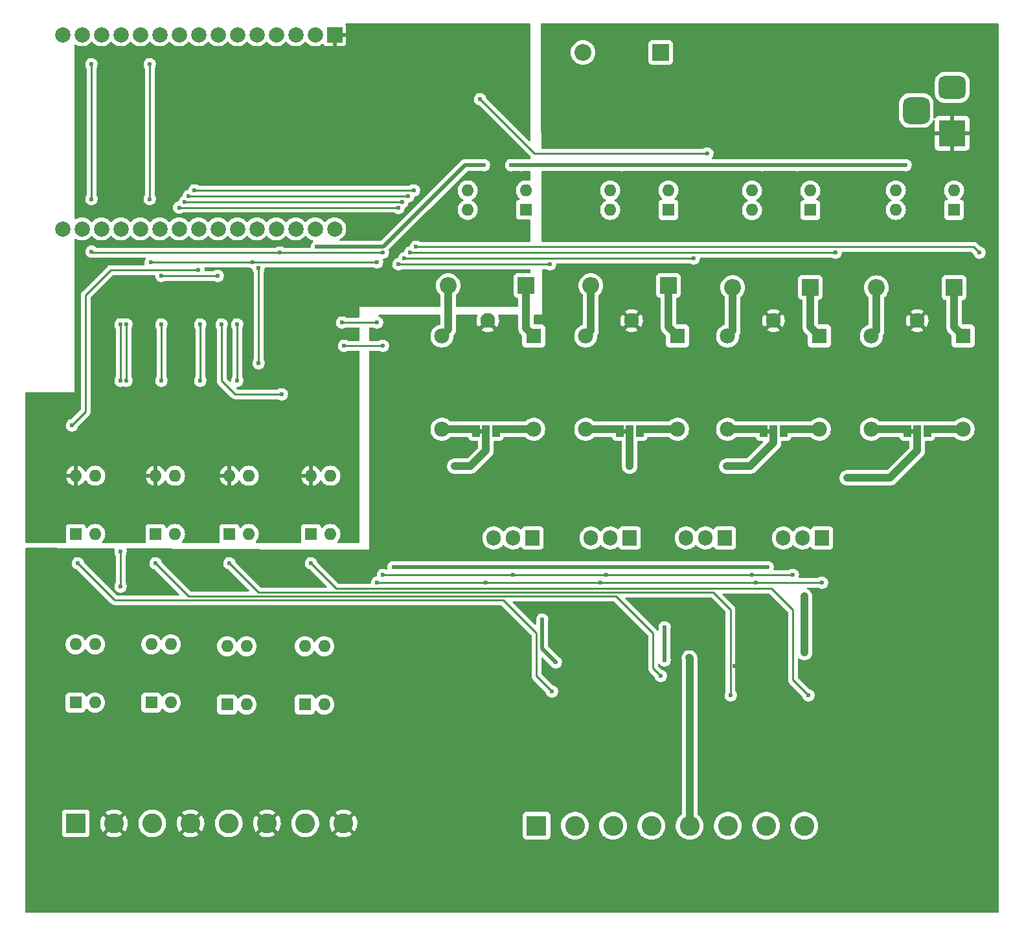
<source format=gbr>
%TF.GenerationSoftware,KiCad,Pcbnew,(6.0.9)*%
%TF.CreationDate,2022-12-27T14:16:08-08:00*%
%TF.ProjectId,halloween vending machine,68616c6c-6f77-4656-956e-2076656e6469,rev?*%
%TF.SameCoordinates,Original*%
%TF.FileFunction,Copper,L2,Bot*%
%TF.FilePolarity,Positive*%
%FSLAX46Y46*%
G04 Gerber Fmt 4.6, Leading zero omitted, Abs format (unit mm)*
G04 Created by KiCad (PCBNEW (6.0.9)) date 2022-12-27 14:16:08*
%MOMM*%
%LPD*%
G01*
G04 APERTURE LIST*
G04 Aperture macros list*
%AMRoundRect*
0 Rectangle with rounded corners*
0 $1 Rounding radius*
0 $2 $3 $4 $5 $6 $7 $8 $9 X,Y pos of 4 corners*
0 Add a 4 corners polygon primitive as box body*
4,1,4,$2,$3,$4,$5,$6,$7,$8,$9,$2,$3,0*
0 Add four circle primitives for the rounded corners*
1,1,$1+$1,$2,$3*
1,1,$1+$1,$4,$5*
1,1,$1+$1,$6,$7*
1,1,$1+$1,$8,$9*
0 Add four rect primitives between the rounded corners*
20,1,$1+$1,$2,$3,$4,$5,0*
20,1,$1+$1,$4,$5,$6,$7,0*
20,1,$1+$1,$6,$7,$8,$9,0*
20,1,$1+$1,$8,$9,$2,$3,0*%
G04 Aperture macros list end*
%TA.AperFunction,ComponentPad*%
%ADD10R,1.980000X1.980000*%
%TD*%
%TA.AperFunction,ComponentPad*%
%ADD11C,1.935000*%
%TD*%
%TA.AperFunction,ComponentPad*%
%ADD12C,1.980000*%
%TD*%
%TA.AperFunction,SMDPad,CuDef*%
%ADD13R,1.000000X1.500000*%
%TD*%
%TA.AperFunction,ComponentPad*%
%ADD14R,2.600000X2.600000*%
%TD*%
%TA.AperFunction,ComponentPad*%
%ADD15C,2.600000*%
%TD*%
%TA.AperFunction,ComponentPad*%
%ADD16R,1.600000X1.600000*%
%TD*%
%TA.AperFunction,ComponentPad*%
%ADD17O,1.600000X1.600000*%
%TD*%
%TA.AperFunction,ComponentPad*%
%ADD18R,2.200000X2.200000*%
%TD*%
%TA.AperFunction,ComponentPad*%
%ADD19O,2.200000X2.200000*%
%TD*%
%TA.AperFunction,ComponentPad*%
%ADD20R,2.000000X2.000000*%
%TD*%
%TA.AperFunction,ComponentPad*%
%ADD21C,2.000000*%
%TD*%
%TA.AperFunction,ComponentPad*%
%ADD22R,1.905000X2.000000*%
%TD*%
%TA.AperFunction,ComponentPad*%
%ADD23O,1.905000X2.000000*%
%TD*%
%TA.AperFunction,ComponentPad*%
%ADD24R,3.500000X3.500000*%
%TD*%
%TA.AperFunction,ComponentPad*%
%ADD25RoundRect,0.750000X-1.000000X0.750000X-1.000000X-0.750000X1.000000X-0.750000X1.000000X0.750000X0*%
%TD*%
%TA.AperFunction,ComponentPad*%
%ADD26RoundRect,0.875000X-0.875000X0.875000X-0.875000X-0.875000X0.875000X-0.875000X0.875000X0.875000X0*%
%TD*%
%TA.AperFunction,ViaPad*%
%ADD27C,0.600000*%
%TD*%
%TA.AperFunction,ViaPad*%
%ADD28C,1.000000*%
%TD*%
%TA.AperFunction,Conductor*%
%ADD29C,0.508000*%
%TD*%
%TA.AperFunction,Conductor*%
%ADD30C,0.254000*%
%TD*%
%TA.AperFunction,Conductor*%
%ADD31C,1.000000*%
%TD*%
G04 APERTURE END LIST*
%TO.C,JP4*%
G36*
X137776000Y-73960000D02*
G01*
X137276000Y-73960000D01*
X137276000Y-73360000D01*
X137776000Y-73360000D01*
X137776000Y-73960000D01*
G37*
%TO.C,JP3*%
G36*
X118980000Y-73960000D02*
G01*
X118480000Y-73960000D01*
X118480000Y-73360000D01*
X118980000Y-73360000D01*
X118980000Y-73960000D01*
G37*
%TO.C,JP2*%
G36*
X100184000Y-73960000D02*
G01*
X99684000Y-73960000D01*
X99684000Y-73360000D01*
X100184000Y-73360000D01*
X100184000Y-73960000D01*
G37*
%TO.C,JP1*%
G36*
X81388000Y-73960000D02*
G01*
X80888000Y-73960000D01*
X80888000Y-73360000D01*
X81388000Y-73360000D01*
X81388000Y-73960000D01*
G37*
%TD*%
D10*
%TO.P,K4,A1*%
%TO.N,+5V*%
X144176000Y-61210000D03*
D11*
%TO.P,K4,COM*%
%TO.N,+12V*%
X138176000Y-59210000D03*
D12*
%TO.P,K4,A2*%
%TO.N,Net-(D17-Pad2)*%
X132176000Y-61210000D03*
%TO.P,K4,NO*%
%TO.N,Net-(K4-PadNO)*%
X132176000Y-73410000D03*
%TO.P,K4,NC*%
%TO.N,Net-(K4-PadNC)*%
X144176000Y-73410000D03*
%TD*%
D10*
%TO.P,K3,A1*%
%TO.N,+5V*%
X125380000Y-61210000D03*
D11*
%TO.P,K3,COM*%
%TO.N,+12V*%
X119380000Y-59210000D03*
D12*
%TO.P,K3,A2*%
%TO.N,Net-(D16-Pad2)*%
X113380000Y-61210000D03*
%TO.P,K3,NO*%
%TO.N,Net-(K3-PadNO)*%
X113380000Y-73410000D03*
%TO.P,K3,NC*%
%TO.N,Net-(K3-PadNC)*%
X125380000Y-73410000D03*
%TD*%
D10*
%TO.P,K2,A1*%
%TO.N,+5V*%
X106838000Y-61210000D03*
D11*
%TO.P,K2,COM*%
%TO.N,+12V*%
X100838000Y-59210000D03*
D12*
%TO.P,K2,A2*%
%TO.N,Net-(D15-Pad2)*%
X94838000Y-61210000D03*
%TO.P,K2,NO*%
%TO.N,Net-(K2-PadNO)*%
X94838000Y-73410000D03*
%TO.P,K2,NC*%
%TO.N,Net-(K2-PadNC)*%
X106838000Y-73410000D03*
%TD*%
D10*
%TO.P,K1,A1*%
%TO.N,+5V*%
X88042000Y-61210000D03*
D11*
%TO.P,K1,COM*%
%TO.N,+12V*%
X82042000Y-59210000D03*
D12*
%TO.P,K1,A2*%
%TO.N,Net-(D11-Pad2)*%
X76042000Y-61210000D03*
%TO.P,K1,NO*%
%TO.N,Net-(K1-PadNO)*%
X76042000Y-73410000D03*
%TO.P,K1,NC*%
%TO.N,Net-(K1-PadNC)*%
X88042000Y-73410000D03*
%TD*%
D13*
%TO.P,JP4,1,A*%
%TO.N,Net-(K4-PadNO)*%
X136876000Y-73660000D03*
%TO.P,JP4,2,C*%
%TO.N,/Motor_Start+_4*%
X138176000Y-73660000D03*
%TO.P,JP4,3,B*%
%TO.N,Net-(K4-PadNC)*%
X139476000Y-73660000D03*
%TD*%
%TO.P,JP3,1,A*%
%TO.N,Net-(K3-PadNO)*%
X118080000Y-73660000D03*
%TO.P,JP3,2,C*%
%TO.N,/Motor_Start+_3*%
X119380000Y-73660000D03*
%TO.P,JP3,3,B*%
%TO.N,Net-(K3-PadNC)*%
X120680000Y-73660000D03*
%TD*%
%TO.P,JP2,1,A*%
%TO.N,Net-(K2-PadNO)*%
X99284000Y-73660000D03*
%TO.P,JP2,2,C*%
%TO.N,/Motor_Start+_2*%
X100584000Y-73660000D03*
%TO.P,JP2,3,B*%
%TO.N,Net-(K2-PadNC)*%
X101884000Y-73660000D03*
%TD*%
%TO.P,JP1,1,A*%
%TO.N,Net-(K1-PadNO)*%
X80488000Y-73660000D03*
%TO.P,JP1,2,C*%
%TO.N,/Motor_Start+_1*%
X81788000Y-73660000D03*
%TO.P,JP1,3,B*%
%TO.N,Net-(K1-PadNC)*%
X83088000Y-73660000D03*
%TD*%
D14*
%TO.P,J2,1,Pin_1*%
%TO.N,/Pedal_Return_1*%
X28180000Y-124968000D03*
D15*
%TO.P,J2,2,Pin_2*%
%TO.N,+12V*%
X33180000Y-124968000D03*
%TO.P,J2,3,Pin_3*%
%TO.N,/Pedal_Return_2*%
X38180000Y-124968000D03*
%TO.P,J2,4,Pin_4*%
%TO.N,+12V*%
X43180000Y-124968000D03*
%TO.P,J2,5,Pin_5*%
%TO.N,/Pedal_Return_3*%
X48180000Y-124968000D03*
%TO.P,J2,6,Pin_6*%
%TO.N,+12V*%
X53180000Y-124968000D03*
%TO.P,J2,7,Pin_7*%
%TO.N,/Pedal_Return_4*%
X58180000Y-124968000D03*
%TO.P,J2,8,Pin_8*%
%TO.N,+12V*%
X63180000Y-124968000D03*
%TD*%
D16*
%TO.P,U5,1*%
%TO.N,Net-(R8-Pad2)*%
X28149000Y-109159000D03*
D17*
%TO.P,U5,2*%
%TO.N,GND*%
X30689000Y-109159000D03*
%TO.P,U5,3*%
%TO.N,/Pedal_1_GPIO*%
X30689000Y-101539000D03*
%TO.P,U5,4*%
%TO.N,+3.3V*%
X28149000Y-101539000D03*
%TD*%
D14*
%TO.P,J3,1,Pin_1*%
%TO.N,/MOTOR_12V+_1*%
X88418000Y-125273000D03*
D15*
%TO.P,J3,2,Pin_2*%
%TO.N,/Motor-_1*%
X93418000Y-125273000D03*
%TO.P,J3,3,Pin_3*%
%TO.N,/MOTOR_12V+_2*%
X98418000Y-125273000D03*
%TO.P,J3,4,Pin_4*%
%TO.N,/Motor-_2*%
X103418000Y-125273000D03*
%TO.P,J3,5,Pin_5*%
%TO.N,/MOTOR_12V+_3*%
X108418000Y-125273000D03*
%TO.P,J3,6,Pin_6*%
%TO.N,/Motor-_3*%
X113418000Y-125273000D03*
%TO.P,J3,7,Pin_7*%
%TO.N,/MOTOR_12V+_4*%
X118418000Y-125273000D03*
%TO.P,J3,8,Pin_8*%
%TO.N,/Motor-_4*%
X123418000Y-125273000D03*
%TD*%
D16*
%TO.P,U12,1*%
%TO.N,Net-(R28-Pad1)*%
X142992000Y-44709000D03*
D17*
%TO.P,U12,2*%
%TO.N,Net-(D14-Pad2)*%
X142992000Y-42169000D03*
%TO.P,U12,3*%
%TO.N,Net-(R31-Pad1)*%
X135372000Y-42169000D03*
%TO.P,U12,4*%
%TO.N,+5V*%
X135372000Y-44709000D03*
%TD*%
D18*
%TO.P,D15,1,K*%
%TO.N,+5V*%
X105664000Y-54610000D03*
D19*
%TO.P,D15,2,A*%
%TO.N,Net-(D15-Pad2)*%
X95504000Y-54610000D03*
%TD*%
D16*
%TO.P,U13,1*%
%TO.N,Net-(R40-Pad2)*%
X28189000Y-87112000D03*
D17*
%TO.P,U13,2*%
%TO.N,GND*%
X30729000Y-87112000D03*
%TO.P,U13,3*%
%TO.N,/MOTOR_RUNNING_1*%
X30729000Y-79492000D03*
%TO.P,U13,4*%
%TO.N,+3.3V*%
X28189000Y-79492000D03*
%TD*%
D20*
%TO.P,U1,1,3V3*%
%TO.N,+3.3V*%
X62015000Y-21800000D03*
D21*
%TO.P,U1,2,GND*%
%TO.N,GND*%
X59475000Y-21800000D03*
%TO.P,U1,3,D15*%
%TO.N,unconnected-(U1-Pad3)*%
X56935000Y-21800000D03*
%TO.P,U1,4,D2*%
%TO.N,unconnected-(U1-Pad4)*%
X54395000Y-21800000D03*
%TO.P,U1,5,D4*%
%TO.N,unconnected-(U1-Pad5)*%
X51855000Y-21800000D03*
%TO.P,U1,6,RX2*%
%TO.N,/Relay4*%
X49315000Y-21800000D03*
%TO.P,U1,7,TX2*%
%TO.N,/Relay3*%
X46775000Y-21800000D03*
%TO.P,U1,8,D5*%
%TO.N,/Relay2*%
X44235000Y-21800000D03*
%TO.P,U1,9,D18*%
%TO.N,/Relay1*%
X41695000Y-21800000D03*
%TO.P,U1,10,D19*%
%TO.N,unconnected-(U1-Pad10)*%
X39155000Y-21800000D03*
%TO.P,U1,11,D21*%
%TO.N,/SDA*%
X36615000Y-21800000D03*
%TO.P,U1,12,RX0*%
%TO.N,unconnected-(U1-Pad12)*%
X34075000Y-21800000D03*
%TO.P,U1,13,TX0*%
%TO.N,unconnected-(U1-Pad13)*%
X31535000Y-21800000D03*
%TO.P,U1,14,D22*%
%TO.N,/SCL*%
X28995000Y-21800000D03*
%TO.P,U1,15,D23*%
%TO.N,unconnected-(U1-Pad15)*%
X26455000Y-21800000D03*
%TO.P,U1,16,EN*%
%TO.N,unconnected-(U1-Pad16)*%
X26455000Y-47200000D03*
%TO.P,U1,17,VP*%
%TO.N,unconnected-(U1-Pad17)*%
X28995000Y-47200000D03*
%TO.P,U1,18,VN*%
%TO.N,unconnected-(U1-Pad18)*%
X31535000Y-47200000D03*
%TO.P,U1,19,D34*%
%TO.N,/Pedal_1_GPIO*%
X34075000Y-47200000D03*
%TO.P,U1,20,D35*%
%TO.N,/Pedal_2_GPIO*%
X36615000Y-47200000D03*
%TO.P,U1,21,D32*%
%TO.N,/Pedal_3_GPIO*%
X39155000Y-47200000D03*
%TO.P,U1,22,D33*%
%TO.N,/Pedal_4_GPIO*%
X41695000Y-47200000D03*
%TO.P,U1,23,D25*%
%TO.N,/MOTOR_RUNNING_1*%
X44235000Y-47200000D03*
%TO.P,U1,24,D26*%
%TO.N,/MOTOR_RUNNING_2*%
X46775000Y-47200000D03*
%TO.P,U1,25,D27*%
%TO.N,/MOTOR_RUNNING_3*%
X49315000Y-47200000D03*
%TO.P,U1,26,D14*%
%TO.N,/MOTOR_RUNNING_4*%
X51855000Y-47200000D03*
%TO.P,U1,27,D12*%
%TO.N,unconnected-(U1-Pad27)*%
X54395000Y-47200000D03*
%TO.P,U1,28,D13*%
%TO.N,unconnected-(U1-Pad28)*%
X56935000Y-47200000D03*
%TO.P,U1,29,GND*%
%TO.N,GND*%
X59475000Y-47200000D03*
%TO.P,U1,30,VIN*%
%TO.N,/ESP32_5V+*%
X62015000Y-47200000D03*
%TD*%
D18*
%TO.P,D17,1,K*%
%TO.N,+5V*%
X143002000Y-54892000D03*
D19*
%TO.P,D17,2,A*%
%TO.N,Net-(D17-Pad2)*%
X132842000Y-54892000D03*
%TD*%
D16*
%TO.P,U7,1*%
%TO.N,Net-(R12-Pad2)*%
X47961000Y-109413000D03*
D17*
%TO.P,U7,2*%
%TO.N,GND*%
X50501000Y-109413000D03*
%TO.P,U7,3*%
%TO.N,/Pedal_3_GPIO*%
X50501000Y-101793000D03*
%TO.P,U7,4*%
%TO.N,+3.3V*%
X47961000Y-101793000D03*
%TD*%
D16*
%TO.P,U11,1*%
%TO.N,Net-(R27-Pad1)*%
X124196000Y-44737000D03*
D17*
%TO.P,U11,2*%
%TO.N,Net-(D13-Pad2)*%
X124196000Y-42197000D03*
%TO.P,U11,3*%
%TO.N,Net-(R30-Pad1)*%
X116576000Y-42197000D03*
%TO.P,U11,4*%
%TO.N,+5V*%
X116576000Y-44737000D03*
%TD*%
D22*
%TO.P,Q5,1,A1*%
%TO.N,GND*%
X113030000Y-87630000D03*
D23*
%TO.P,Q5,2,A2*%
%TO.N,/Motor-_3*%
X110490000Y-87630000D03*
%TO.P,Q5,3,G*%
%TO.N,Net-(Q5-Pad3)*%
X107950000Y-87630000D03*
%TD*%
D16*
%TO.P,U10,1*%
%TO.N,Net-(R26-Pad1)*%
X105654000Y-44709000D03*
D17*
%TO.P,U10,2*%
%TO.N,Net-(D12-Pad2)*%
X105654000Y-42169000D03*
%TO.P,U10,3*%
%TO.N,Net-(R29-Pad1)*%
X98034000Y-42169000D03*
%TO.P,U10,4*%
%TO.N,+5V*%
X98034000Y-44709000D03*
%TD*%
D16*
%TO.P,U6,1*%
%TO.N,Net-(R10-Pad2)*%
X38055000Y-109159000D03*
D17*
%TO.P,U6,2*%
%TO.N,GND*%
X40595000Y-109159000D03*
%TO.P,U6,3*%
%TO.N,/Pedal_2_GPIO*%
X40595000Y-101539000D03*
%TO.P,U6,4*%
%TO.N,+3.3V*%
X38055000Y-101539000D03*
%TD*%
D18*
%TO.P,D1,1,K*%
%TO.N,Net-(D1-Pad1)*%
X104648000Y-24130000D03*
D19*
%TO.P,D1,2,A*%
%TO.N,GND*%
X94488000Y-24130000D03*
%TD*%
D16*
%TO.P,U9,1*%
%TO.N,Net-(R24-Pad1)*%
X87026000Y-44700000D03*
D17*
%TO.P,U9,2*%
%TO.N,Net-(D10-Pad2)*%
X87026000Y-42160000D03*
%TO.P,U9,3*%
%TO.N,Net-(R25-Pad1)*%
X79406000Y-42160000D03*
%TO.P,U9,4*%
%TO.N,+5V*%
X79406000Y-44700000D03*
%TD*%
D16*
%TO.P,U8,1*%
%TO.N,Net-(R14-Pad2)*%
X58121000Y-109413000D03*
D17*
%TO.P,U8,2*%
%TO.N,GND*%
X60661000Y-109413000D03*
%TO.P,U8,3*%
%TO.N,/Pedal_4_GPIO*%
X60661000Y-101793000D03*
%TO.P,U8,4*%
%TO.N,+3.3V*%
X58121000Y-101793000D03*
%TD*%
D18*
%TO.P,D11,1,K*%
%TO.N,+5V*%
X87026000Y-54606000D03*
D19*
%TO.P,D11,2,A*%
%TO.N,Net-(D11-Pad2)*%
X76866000Y-54606000D03*
%TD*%
D24*
%TO.P,J1,1*%
%TO.N,+12V*%
X142748000Y-34702000D03*
D25*
%TO.P,J1,2*%
%TO.N,GND*%
X142748000Y-28702000D03*
D26*
%TO.P,J1,3*%
%TO.N,N/C*%
X138048000Y-31702000D03*
%TD*%
D16*
%TO.P,U15,1*%
%TO.N,Net-(R44-Pad2)*%
X48260000Y-87112000D03*
D17*
%TO.P,U15,2*%
%TO.N,GND*%
X50800000Y-87112000D03*
%TO.P,U15,3*%
%TO.N,/MOTOR_RUNNING_3*%
X50800000Y-79492000D03*
%TO.P,U15,4*%
%TO.N,+3.3V*%
X48260000Y-79492000D03*
%TD*%
D22*
%TO.P,Q7,1,A1*%
%TO.N,GND*%
X87884000Y-87630000D03*
D23*
%TO.P,Q7,2,A2*%
%TO.N,/Motor-_1*%
X85344000Y-87630000D03*
%TO.P,Q7,3,G*%
%TO.N,Net-(Q7-Pad3)*%
X82804000Y-87630000D03*
%TD*%
D22*
%TO.P,Q8,1,A1*%
%TO.N,GND*%
X100584000Y-87630000D03*
D23*
%TO.P,Q8,2,A2*%
%TO.N,/Motor-_2*%
X98044000Y-87630000D03*
%TO.P,Q8,3,G*%
%TO.N,Net-(Q8-Pad3)*%
X95504000Y-87630000D03*
%TD*%
D16*
%TO.P,U14,1*%
%TO.N,Net-(R42-Pad2)*%
X38608000Y-87112000D03*
D17*
%TO.P,U14,2*%
%TO.N,GND*%
X41148000Y-87112000D03*
%TO.P,U14,3*%
%TO.N,/MOTOR_RUNNING_2*%
X41148000Y-79492000D03*
%TO.P,U14,4*%
%TO.N,+3.3V*%
X38608000Y-79492000D03*
%TD*%
D18*
%TO.P,D16,1,K*%
%TO.N,+5V*%
X124206000Y-54864000D03*
D19*
%TO.P,D16,2,A*%
%TO.N,Net-(D16-Pad2)*%
X114046000Y-54864000D03*
%TD*%
D16*
%TO.P,U16,1*%
%TO.N,Net-(R46-Pad2)*%
X58928000Y-87112000D03*
D17*
%TO.P,U16,2*%
%TO.N,GND*%
X61468000Y-87112000D03*
%TO.P,U16,3*%
%TO.N,/MOTOR_RUNNING_4*%
X61468000Y-79492000D03*
%TO.P,U16,4*%
%TO.N,+3.3V*%
X58928000Y-79492000D03*
%TD*%
D22*
%TO.P,Q6,1,A1*%
%TO.N,GND*%
X125730000Y-87630000D03*
D23*
%TO.P,Q6,2,A2*%
%TO.N,/Motor-_4*%
X123190000Y-87630000D03*
%TO.P,Q6,3,G*%
%TO.N,Net-(Q6-Pad3)*%
X120650000Y-87630000D03*
%TD*%
D27*
%TO.N,+3.3V*%
X83312000Y-91440000D03*
%TO.N,/SCL*%
X85344000Y-92456000D03*
%TO.N,/SDA*%
X81788000Y-93472000D03*
%TO.N,Net-(R42-Pad2)*%
X104648000Y-105664000D03*
%TO.N,Net-(R44-Pad2)*%
X113792000Y-108204000D03*
D28*
%TO.N,/Motor_Start+_1*%
X77724000Y-78232000D03*
%TO.N,/Motor_Start+_2*%
X100584000Y-78232000D03*
%TO.N,/Motor_Start+_3*%
X113284000Y-78232000D03*
%TO.N,/Motor_Start+_4*%
X129032000Y-79756000D03*
D27*
%TO.N,Net-(R40-Pad2)*%
X90424000Y-107696000D03*
%TO.N,Net-(R46-Pad2)*%
X123952000Y-108204000D03*
%TO.N,/MOTOR_12V+_3*%
X108396500Y-103316500D03*
%TO.N,+12V*%
X119126000Y-36576000D03*
X98044000Y-34544000D03*
X116332000Y-33274000D03*
X130048000Y-36576000D03*
X98552000Y-101854000D03*
X114300000Y-104394000D03*
X94488000Y-105156000D03*
X91948000Y-102108000D03*
X104394000Y-97790000D03*
X119888000Y-102362000D03*
%TO.N,+5V*%
X136652000Y-38862000D03*
X85090000Y-38862000D03*
X99568000Y-38862000D03*
X59690000Y-49530000D03*
X79248000Y-38862000D03*
X122428000Y-38862000D03*
X81534000Y-38862000D03*
X86360000Y-38862000D03*
X117856000Y-38862000D03*
%TO.N,Net-(R2-Pad2)*%
X81026000Y-30226000D03*
X110744000Y-37338000D03*
%TO.N,+3.3V*%
X57912000Y-56642000D03*
X100584000Y-91440000D03*
X118618000Y-91440000D03*
X69723000Y-55372000D03*
X69723000Y-91440000D03*
X62611000Y-64008000D03*
X63246000Y-55118000D03*
%TO.N,/SDA*%
X125730000Y-93472000D03*
X67564000Y-51562000D03*
X37846000Y-25654000D03*
X96774000Y-93472000D03*
X67564000Y-59436000D03*
X62992000Y-59436000D03*
X37973000Y-51562000D03*
X37846000Y-43307000D03*
X51308000Y-51562000D03*
X67564000Y-93472000D03*
X117094000Y-93472000D03*
%TO.N,/SCL*%
X68326000Y-50292000D03*
X121920000Y-92456000D03*
X116586000Y-92456000D03*
X68326000Y-92456000D03*
X54864000Y-50292000D03*
X63246000Y-62484000D03*
X30226000Y-43307000D03*
X97536000Y-92456000D03*
X68326000Y-62484000D03*
X30249000Y-50188000D03*
X30226000Y-25654000D03*
%TO.N,/Pedal_1_GPIO*%
X34036000Y-59690000D03*
X34036000Y-89408000D03*
X34036000Y-67056000D03*
X34036000Y-93980000D03*
%TO.N,/Pedal_2_GPIO*%
X34798000Y-67056000D03*
X34798000Y-59690000D03*
%TO.N,/Pedal_3_GPIO*%
X44450000Y-67056000D03*
X44450000Y-59690000D03*
%TO.N,/Pedal_4_GPIO*%
X55118000Y-68834000D03*
X47244000Y-59690000D03*
%TO.N,/Relay1*%
X70358000Y-44450000D03*
X90170000Y-51816000D03*
X70358000Y-51816000D03*
X41695000Y-44411000D03*
%TO.N,/Motor-_1*%
X89154000Y-98298000D03*
X90932000Y-103886000D03*
%TO.N,/Motor-_2*%
X105156000Y-103632000D03*
X105156000Y-99314000D03*
%TO.N,/Motor-_4*%
X123444000Y-102616000D03*
X123418000Y-95276000D03*
%TO.N,/Relay2*%
X42418000Y-43688000D03*
X71120000Y-51054000D03*
X70866000Y-43688000D03*
X108966000Y-51054000D03*
%TO.N,/Relay3*%
X71882000Y-50292000D03*
X71628000Y-42926000D03*
X127508000Y-50292000D03*
X42926000Y-42926000D03*
%TO.N,/Relay4*%
X146304000Y-50292000D03*
X72390000Y-42164000D03*
X43688000Y-42164000D03*
X72644000Y-49530000D03*
%TO.N,/MOTOR_RUNNING_1*%
X27686000Y-72898000D03*
X44196000Y-52578000D03*
%TO.N,/MOTOR_RUNNING_2*%
X46736000Y-53340000D03*
X39370000Y-67056000D03*
X39370000Y-59690000D03*
X39370000Y-53340000D03*
%TO.N,/MOTOR_RUNNING_3*%
X49276000Y-59690000D03*
X49276000Y-67056000D03*
%TO.N,/MOTOR_RUNNING_4*%
X52070000Y-52324000D03*
X52070000Y-64770000D03*
%TO.N,Net-(R40-Pad2)*%
X28448000Y-90932000D03*
%TO.N,Net-(R42-Pad2)*%
X38608000Y-90932000D03*
%TO.N,Net-(R44-Pad2)*%
X48260000Y-90932000D03*
%TO.N,Net-(R46-Pad2)*%
X58928000Y-90932000D03*
%TD*%
D29*
%TO.N,+3.3V*%
X83312000Y-91440000D02*
X100584000Y-91440000D01*
X69723000Y-91440000D02*
X83312000Y-91440000D01*
D30*
%TO.N,/SCL*%
X85344000Y-92456000D02*
X97536000Y-92456000D01*
X68326000Y-92456000D02*
X85344000Y-92456000D01*
%TO.N,/SDA*%
X81788000Y-93472000D02*
X96774000Y-93472000D01*
X67564000Y-93472000D02*
X81788000Y-93472000D01*
%TO.N,Net-(R42-Pad2)*%
X98806000Y-95250000D02*
X103632000Y-100076000D01*
X103632000Y-104648000D02*
X103632000Y-100076000D01*
X104648000Y-105664000D02*
X103632000Y-104648000D01*
%TO.N,Net-(R44-Pad2)*%
X113746000Y-108158000D02*
X113792000Y-108204000D01*
X113746000Y-96982000D02*
X113746000Y-108158000D01*
X111506000Y-94742000D02*
X113746000Y-96982000D01*
X52070000Y-94742000D02*
X111506000Y-94742000D01*
X48260000Y-90932000D02*
X52070000Y-94742000D01*
D31*
%TO.N,Net-(D11-Pad2)*%
X76866000Y-60386000D02*
X76042000Y-61210000D01*
X76866000Y-54606000D02*
X76866000Y-60386000D01*
%TO.N,+5V*%
X87026000Y-60194000D02*
X88042000Y-61210000D01*
X87026000Y-54606000D02*
X87026000Y-60194000D01*
%TO.N,Net-(D15-Pad2)*%
X95504000Y-54610000D02*
X95504000Y-60544000D01*
X95504000Y-60544000D02*
X94838000Y-61210000D01*
%TO.N,+5V*%
X105664000Y-60036000D02*
X106838000Y-61210000D01*
X105664000Y-54610000D02*
X105664000Y-60036000D01*
%TO.N,Net-(D16-Pad2)*%
X114046000Y-60544000D02*
X113380000Y-61210000D01*
X114046000Y-54864000D02*
X114046000Y-60544000D01*
%TO.N,+5V*%
X124206000Y-60036000D02*
X125380000Y-61210000D01*
X124206000Y-54864000D02*
X124206000Y-60036000D01*
%TO.N,Net-(D17-Pad2)*%
X132842000Y-60544000D02*
X132176000Y-61210000D01*
X132842000Y-54892000D02*
X132842000Y-60544000D01*
%TO.N,+5V*%
X143002000Y-60036000D02*
X144176000Y-61210000D01*
X143002000Y-54892000D02*
X143002000Y-60036000D01*
%TO.N,/Motor_Start+_2*%
X100584000Y-78232000D02*
X100584000Y-73660000D01*
%TO.N,/Motor_Start+_1*%
X81788000Y-76200000D02*
X81788000Y-73660000D01*
X79756000Y-78232000D02*
X81788000Y-76200000D01*
X77724000Y-78232000D02*
X79756000Y-78232000D01*
%TO.N,Net-(K1-PadNO)*%
X80238000Y-73410000D02*
X80488000Y-73660000D01*
X76042000Y-73410000D02*
X80238000Y-73410000D01*
%TO.N,Net-(K1-PadNC)*%
X83338000Y-73410000D02*
X83088000Y-73660000D01*
X88042000Y-73410000D02*
X83338000Y-73410000D01*
%TO.N,Net-(K2-PadNO)*%
X99034000Y-73410000D02*
X99284000Y-73660000D01*
X94838000Y-73410000D02*
X99034000Y-73410000D01*
%TO.N,Net-(K2-PadNC)*%
X102134000Y-73410000D02*
X101884000Y-73660000D01*
X106838000Y-73410000D02*
X102134000Y-73410000D01*
%TO.N,/Motor_Start+_3*%
X116332000Y-78232000D02*
X113284000Y-78232000D01*
X119380000Y-75184000D02*
X116332000Y-78232000D01*
X119380000Y-73660000D02*
X119380000Y-75184000D01*
%TO.N,Net-(K3-PadNO)*%
X117830000Y-73410000D02*
X118080000Y-73660000D01*
X113380000Y-73410000D02*
X117830000Y-73410000D01*
%TO.N,Net-(K3-PadNC)*%
X125380000Y-73410000D02*
X120930000Y-73410000D01*
X120930000Y-73410000D02*
X120680000Y-73660000D01*
%TO.N,/Motor_Start+_4*%
X134620000Y-79756000D02*
X129032000Y-79756000D01*
X138176000Y-76200000D02*
X134620000Y-79756000D01*
X138176000Y-73660000D02*
X138176000Y-76200000D01*
%TO.N,Net-(K4-PadNC)*%
X139726000Y-73410000D02*
X139476000Y-73660000D01*
X144176000Y-73410000D02*
X139726000Y-73410000D01*
%TO.N,Net-(K4-PadNO)*%
X136626000Y-73410000D02*
X136876000Y-73660000D01*
X132176000Y-73410000D02*
X136626000Y-73410000D01*
D30*
%TO.N,/Relay4*%
X145542000Y-49530000D02*
X146304000Y-50292000D01*
X72644000Y-49530000D02*
X145542000Y-49530000D01*
%TO.N,/Relay3*%
X71882000Y-50292000D02*
X127508000Y-50292000D01*
%TO.N,/Relay2*%
X71120000Y-51054000D02*
X108966000Y-51054000D01*
%TO.N,/Relay1*%
X70358000Y-51816000D02*
X90170000Y-51816000D01*
%TO.N,Net-(R40-Pad2)*%
X33274000Y-95758000D02*
X28448000Y-90932000D01*
X84074000Y-95758000D02*
X33274000Y-95758000D01*
X88392000Y-100076000D02*
X84074000Y-95758000D01*
X88392000Y-105664000D02*
X88392000Y-100076000D01*
X90424000Y-107696000D02*
X88392000Y-105664000D01*
%TO.N,Net-(R42-Pad2)*%
X42926000Y-95250000D02*
X98806000Y-95250000D01*
X38608000Y-90932000D02*
X42926000Y-95250000D01*
%TO.N,Net-(R46-Pad2)*%
X62230000Y-94234000D02*
X58928000Y-90932000D01*
X123952000Y-108204000D02*
X121920000Y-106172000D01*
X119126000Y-94234000D02*
X62230000Y-94234000D01*
X121920000Y-106172000D02*
X121920000Y-97028000D01*
X121920000Y-97028000D02*
X119126000Y-94234000D01*
D31*
%TO.N,/MOTOR_12V+_3*%
X108418000Y-103338000D02*
X108396500Y-103316500D01*
X108418000Y-125273000D02*
X108418000Y-103338000D01*
D30*
%TO.N,/Pedal_1_GPIO*%
X34036000Y-89408000D02*
X34036000Y-93980000D01*
D29*
%TO.N,+5V*%
X122428000Y-38862000D02*
X136652000Y-38862000D01*
X68396525Y-49530000D02*
X79064524Y-38862000D01*
X99568000Y-38862000D02*
X117856000Y-38862000D01*
X59690000Y-49530000D02*
X68396525Y-49530000D01*
X79248000Y-38862000D02*
X81534000Y-38862000D01*
X117856000Y-38862000D02*
X122428000Y-38862000D01*
X85090000Y-38862000D02*
X86360000Y-38862000D01*
D30*
X79064524Y-38862000D02*
X79248000Y-38862000D01*
D29*
X86360000Y-38862000D02*
X99568000Y-38862000D01*
D30*
%TO.N,Net-(R2-Pad2)*%
X110744000Y-37338000D02*
X88138000Y-37338000D01*
X88138000Y-37338000D02*
X81026000Y-30226000D01*
D29*
%TO.N,+3.3V*%
X100584000Y-91440000D02*
X118618000Y-91440000D01*
D30*
%TO.N,/SDA*%
X67564000Y-59436000D02*
X62992000Y-59436000D01*
X96774000Y-93472000D02*
X117094000Y-93472000D01*
X37846000Y-43307000D02*
X37846000Y-25654000D01*
X117094000Y-93472000D02*
X125730000Y-93472000D01*
X37973000Y-51562000D02*
X51308000Y-51562000D01*
X51308000Y-51562000D02*
X67564000Y-51562000D01*
%TO.N,/SCL*%
X97536000Y-92456000D02*
X116586000Y-92456000D01*
X116586000Y-92456000D02*
X121920000Y-92456000D01*
X63246000Y-62484000D02*
X68326000Y-62484000D01*
X68326000Y-50292000D02*
X54864000Y-50292000D01*
X30353000Y-50292000D02*
X54864000Y-50292000D01*
X30353000Y-50292000D02*
X30249000Y-50188000D01*
X30226000Y-43307000D02*
X30226000Y-25654000D01*
%TO.N,/Pedal_1_GPIO*%
X34036000Y-67056000D02*
X34036000Y-59690000D01*
%TO.N,/Pedal_2_GPIO*%
X34798000Y-67056000D02*
X34798000Y-59690000D01*
%TO.N,/Pedal_3_GPIO*%
X44450000Y-67056000D02*
X44450000Y-59690000D01*
%TO.N,/Pedal_4_GPIO*%
X49022000Y-68834000D02*
X55118000Y-68834000D01*
X47244000Y-67056000D02*
X47244000Y-59690000D01*
X49022000Y-68834000D02*
X47244000Y-67056000D01*
%TO.N,/Relay1*%
X41695000Y-44411000D02*
X70319000Y-44411000D01*
X70319000Y-44411000D02*
X70358000Y-44450000D01*
D29*
%TO.N,/Motor-_1*%
X89154000Y-102108000D02*
X89154000Y-98298000D01*
X90932000Y-103886000D02*
X89154000Y-102108000D01*
%TO.N,/Motor-_2*%
X105156000Y-103632000D02*
X105156000Y-99314000D01*
D31*
%TO.N,/Motor-_4*%
X123444000Y-95302000D02*
X123418000Y-95276000D01*
X123444000Y-102616000D02*
X123444000Y-95302000D01*
D30*
%TO.N,/Relay2*%
X42418000Y-43688000D02*
X70866000Y-43688000D01*
%TO.N,/Relay3*%
X71628000Y-42926000D02*
X42926000Y-42926000D01*
%TO.N,/Relay4*%
X43688000Y-42164000D02*
X72390000Y-42164000D01*
%TO.N,/MOTOR_RUNNING_1*%
X29464000Y-71120000D02*
X27686000Y-72898000D01*
X29464000Y-55880000D02*
X29464000Y-71120000D01*
X44196000Y-52578000D02*
X32766000Y-52578000D01*
X32766000Y-52578000D02*
X29464000Y-55880000D01*
%TO.N,/MOTOR_RUNNING_2*%
X39370000Y-53340000D02*
X46736000Y-53340000D01*
X39370000Y-67056000D02*
X39370000Y-59690000D01*
%TO.N,/MOTOR_RUNNING_3*%
X49276000Y-67056000D02*
X49276000Y-59690000D01*
%TO.N,/MOTOR_RUNNING_4*%
X52070000Y-64770000D02*
X52070000Y-52324000D01*
%TD*%
%TA.AperFunction,Conductor*%
%TO.N,+3.3V*%
G36*
X87572121Y-20340502D02*
G01*
X87618614Y-20394158D01*
X87630000Y-20446500D01*
X87630000Y-35627078D01*
X87609998Y-35695199D01*
X87556342Y-35741692D01*
X87486068Y-35751796D01*
X87421488Y-35722302D01*
X87414905Y-35716173D01*
X81860064Y-30161331D01*
X81826038Y-30099019D01*
X81823944Y-30086282D01*
X81820182Y-30052743D01*
X81820182Y-30052742D01*
X81819397Y-30045745D01*
X81817080Y-30039091D01*
X81762064Y-29881106D01*
X81762062Y-29881103D01*
X81759745Y-29874448D01*
X81663626Y-29720624D01*
X81649941Y-29706843D01*
X81540778Y-29596915D01*
X81540774Y-29596912D01*
X81535815Y-29591918D01*
X81524697Y-29584862D01*
X81476538Y-29554300D01*
X81382666Y-29494727D01*
X81353463Y-29484328D01*
X81218425Y-29436243D01*
X81218420Y-29436242D01*
X81211790Y-29433881D01*
X81204802Y-29433048D01*
X81204799Y-29433047D01*
X81081698Y-29418368D01*
X81031680Y-29412404D01*
X81024677Y-29413140D01*
X81024676Y-29413140D01*
X80858288Y-29430628D01*
X80858286Y-29430629D01*
X80851288Y-29431364D01*
X80679579Y-29489818D01*
X80673575Y-29493512D01*
X80531095Y-29581166D01*
X80531092Y-29581168D01*
X80525088Y-29584862D01*
X80520053Y-29589793D01*
X80520050Y-29589795D01*
X80400525Y-29706843D01*
X80395493Y-29711771D01*
X80297235Y-29864238D01*
X80294826Y-29870858D01*
X80294824Y-29870861D01*
X80237606Y-30028066D01*
X80235197Y-30034685D01*
X80212463Y-30214640D01*
X80230163Y-30395160D01*
X80287418Y-30567273D01*
X80381380Y-30722424D01*
X80507382Y-30852902D01*
X80659159Y-30952222D01*
X80665763Y-30954678D01*
X80665765Y-30954679D01*
X80744164Y-30983835D01*
X80829168Y-31015448D01*
X80836151Y-31016380D01*
X80836152Y-31016380D01*
X80887924Y-31023288D01*
X80952801Y-31052124D01*
X80960354Y-31059086D01*
X87593095Y-37691828D01*
X87627121Y-37754140D01*
X87630000Y-37780923D01*
X87630000Y-37973500D01*
X87609998Y-38041621D01*
X87556342Y-38088114D01*
X87504000Y-38099500D01*
X86650733Y-38099500D01*
X86608466Y-38092199D01*
X86552424Y-38072243D01*
X86552422Y-38072243D01*
X86545790Y-38069881D01*
X86538802Y-38069048D01*
X86538799Y-38069047D01*
X86415698Y-38054368D01*
X86365680Y-38048404D01*
X86358677Y-38049140D01*
X86358676Y-38049140D01*
X86192288Y-38066628D01*
X86192286Y-38066629D01*
X86185288Y-38067364D01*
X86124335Y-38088114D01*
X86110634Y-38092778D01*
X86070029Y-38099500D01*
X85380733Y-38099500D01*
X85338466Y-38092199D01*
X85282424Y-38072243D01*
X85282422Y-38072243D01*
X85275790Y-38069881D01*
X85268802Y-38069048D01*
X85268799Y-38069047D01*
X85145698Y-38054368D01*
X85095680Y-38048404D01*
X85088677Y-38049140D01*
X85088676Y-38049140D01*
X84922288Y-38066628D01*
X84922286Y-38066629D01*
X84915288Y-38067364D01*
X84743579Y-38125818D01*
X84737575Y-38129512D01*
X84595095Y-38217166D01*
X84595092Y-38217168D01*
X84589088Y-38220862D01*
X84584053Y-38225793D01*
X84584050Y-38225795D01*
X84464525Y-38342843D01*
X84459493Y-38347771D01*
X84361235Y-38500238D01*
X84358826Y-38506858D01*
X84358824Y-38506861D01*
X84308455Y-38645249D01*
X84299197Y-38670685D01*
X84276463Y-38850640D01*
X84294163Y-39031160D01*
X84351418Y-39203273D01*
X84355065Y-39209295D01*
X84355066Y-39209297D01*
X84365978Y-39227314D01*
X84445380Y-39358424D01*
X84571382Y-39488902D01*
X84577278Y-39492760D01*
X84662357Y-39548434D01*
X84723159Y-39588222D01*
X84729763Y-39590678D01*
X84729765Y-39590679D01*
X84886558Y-39648990D01*
X84886560Y-39648990D01*
X84893168Y-39651448D01*
X84968098Y-39661446D01*
X85065980Y-39674507D01*
X85065984Y-39674507D01*
X85072961Y-39675438D01*
X85079972Y-39674800D01*
X85079976Y-39674800D01*
X85226702Y-39661446D01*
X85253600Y-39658998D01*
X85260302Y-39656820D01*
X85260304Y-39656820D01*
X85340794Y-39630667D01*
X85379730Y-39624500D01*
X86068035Y-39624500D01*
X86111955Y-39632403D01*
X86156558Y-39648991D01*
X86156568Y-39648994D01*
X86163168Y-39651448D01*
X86170149Y-39652379D01*
X86170151Y-39652380D01*
X86335980Y-39674507D01*
X86335984Y-39674507D01*
X86342961Y-39675438D01*
X86349972Y-39674800D01*
X86349976Y-39674800D01*
X86496702Y-39661446D01*
X86523600Y-39658998D01*
X86530302Y-39656820D01*
X86530304Y-39656820D01*
X86610794Y-39630667D01*
X86649730Y-39624500D01*
X87504000Y-39624500D01*
X87572121Y-39644502D01*
X87618614Y-39698158D01*
X87630000Y-39750500D01*
X87630000Y-40802976D01*
X87609998Y-40871097D01*
X87556342Y-40917590D01*
X87486068Y-40927694D01*
X87471389Y-40924683D01*
X87259402Y-40867881D01*
X87259400Y-40867881D01*
X87254087Y-40866457D01*
X87026000Y-40846502D01*
X86797913Y-40866457D01*
X86792600Y-40867881D01*
X86792598Y-40867881D01*
X86582067Y-40924293D01*
X86582065Y-40924294D01*
X86576757Y-40925716D01*
X86571776Y-40928039D01*
X86571775Y-40928039D01*
X86374238Y-41020151D01*
X86374233Y-41020154D01*
X86369251Y-41022477D01*
X86264389Y-41095902D01*
X86186211Y-41150643D01*
X86186208Y-41150645D01*
X86181700Y-41153802D01*
X86019802Y-41315700D01*
X86016645Y-41320208D01*
X86016643Y-41320211D01*
X85978810Y-41374243D01*
X85888477Y-41503251D01*
X85886154Y-41508233D01*
X85886151Y-41508238D01*
X85816026Y-41658624D01*
X85791716Y-41710757D01*
X85790294Y-41716065D01*
X85790293Y-41716067D01*
X85766070Y-41806469D01*
X85732457Y-41931913D01*
X85712502Y-42160000D01*
X85732457Y-42388087D01*
X85791716Y-42609243D01*
X85794039Y-42614224D01*
X85794039Y-42614225D01*
X85886151Y-42811762D01*
X85886154Y-42811767D01*
X85888477Y-42816749D01*
X85957021Y-42914640D01*
X85990505Y-42962459D01*
X86019802Y-43004300D01*
X86181700Y-43166198D01*
X86186211Y-43169357D01*
X86190424Y-43172892D01*
X86189473Y-43174026D01*
X86229471Y-43224071D01*
X86236776Y-43294690D01*
X86204742Y-43358049D01*
X86143538Y-43394030D01*
X86126483Y-43397082D01*
X86115684Y-43398255D01*
X85979295Y-43449385D01*
X85862739Y-43536739D01*
X85775385Y-43653295D01*
X85724255Y-43789684D01*
X85717500Y-43851866D01*
X85717500Y-45548134D01*
X85724255Y-45610316D01*
X85775385Y-45746705D01*
X85862739Y-45863261D01*
X85979295Y-45950615D01*
X86115684Y-46001745D01*
X86177866Y-46008500D01*
X87504000Y-46008500D01*
X87572121Y-46028502D01*
X87618614Y-46082158D01*
X87630000Y-46134500D01*
X87630000Y-48768500D01*
X87609998Y-48836621D01*
X87556342Y-48883114D01*
X87504000Y-48894500D01*
X73188188Y-48894500D01*
X73120674Y-48874885D01*
X73006615Y-48802502D01*
X73006613Y-48802501D01*
X73000666Y-48798727D01*
X72986880Y-48793818D01*
X72836425Y-48740243D01*
X72836420Y-48740242D01*
X72829790Y-48737881D01*
X72822802Y-48737048D01*
X72822799Y-48737047D01*
X72696223Y-48721954D01*
X72649680Y-48716404D01*
X72642677Y-48717140D01*
X72642676Y-48717140D01*
X72476288Y-48734628D01*
X72476286Y-48734629D01*
X72469288Y-48735364D01*
X72297579Y-48793818D01*
X72235109Y-48832250D01*
X72149095Y-48885166D01*
X72149092Y-48885168D01*
X72143088Y-48888862D01*
X72138056Y-48893790D01*
X72138050Y-48893795D01*
X72018525Y-49010843D01*
X72013493Y-49015771D01*
X71915235Y-49168238D01*
X71853197Y-49338685D01*
X71847361Y-49384881D01*
X71818981Y-49449954D01*
X71759922Y-49489356D01*
X71735526Y-49494396D01*
X71714289Y-49496628D01*
X71714288Y-49496628D01*
X71707288Y-49497364D01*
X71535579Y-49555818D01*
X71473109Y-49594250D01*
X71387095Y-49647166D01*
X71387092Y-49647168D01*
X71381088Y-49650862D01*
X71376053Y-49655793D01*
X71376050Y-49655795D01*
X71256525Y-49772843D01*
X71251493Y-49777771D01*
X71153235Y-49930238D01*
X71150826Y-49936858D01*
X71150824Y-49936861D01*
X71094606Y-50091319D01*
X71091197Y-50100685D01*
X71085361Y-50146881D01*
X71056981Y-50211954D01*
X70997922Y-50251356D01*
X70973526Y-50256396D01*
X70952289Y-50258628D01*
X70952288Y-50258628D01*
X70945288Y-50259364D01*
X70773579Y-50317818D01*
X70721023Y-50350151D01*
X70625095Y-50409166D01*
X70625092Y-50409168D01*
X70619088Y-50412862D01*
X70614053Y-50417793D01*
X70614050Y-50417795D01*
X70500213Y-50529273D01*
X70489493Y-50539771D01*
X70391235Y-50692238D01*
X70388826Y-50698858D01*
X70388824Y-50698861D01*
X70345184Y-50818760D01*
X70329197Y-50862685D01*
X70323361Y-50908881D01*
X70294981Y-50973954D01*
X70235922Y-51013356D01*
X70211526Y-51018396D01*
X70190289Y-51020628D01*
X70190288Y-51020628D01*
X70183288Y-51021364D01*
X70011579Y-51079818D01*
X69969935Y-51105438D01*
X69863095Y-51171166D01*
X69863092Y-51171168D01*
X69857088Y-51174862D01*
X69852053Y-51179793D01*
X69852050Y-51179795D01*
X69732525Y-51296843D01*
X69727493Y-51301771D01*
X69629235Y-51454238D01*
X69626826Y-51460858D01*
X69626824Y-51460861D01*
X69581744Y-51584717D01*
X69567197Y-51624685D01*
X69544463Y-51804640D01*
X69562163Y-51985160D01*
X69619418Y-52157273D01*
X69623065Y-52163295D01*
X69623066Y-52163297D01*
X69707641Y-52302947D01*
X69713380Y-52312424D01*
X69718269Y-52317487D01*
X69718270Y-52317488D01*
X69770532Y-52371606D01*
X69839382Y-52442902D01*
X69915271Y-52492562D01*
X69966987Y-52526404D01*
X69991159Y-52542222D01*
X69997763Y-52544678D01*
X69997765Y-52544679D01*
X70154558Y-52602990D01*
X70154560Y-52602990D01*
X70161168Y-52605448D01*
X70244995Y-52616633D01*
X70333980Y-52628507D01*
X70333984Y-52628507D01*
X70340961Y-52629438D01*
X70347972Y-52628800D01*
X70347976Y-52628800D01*
X70490459Y-52615832D01*
X70521600Y-52612998D01*
X70528302Y-52610820D01*
X70528304Y-52610820D01*
X70687409Y-52559124D01*
X70687412Y-52559123D01*
X70694108Y-52556947D01*
X70792151Y-52498502D01*
X70841186Y-52469271D01*
X70905703Y-52451500D01*
X87504000Y-52451500D01*
X87572121Y-52471502D01*
X87618614Y-52525158D01*
X87630000Y-52577500D01*
X87630000Y-52871500D01*
X87609998Y-52939621D01*
X87556342Y-52986114D01*
X87504000Y-52997500D01*
X85877866Y-52997500D01*
X85815684Y-53004255D01*
X85679295Y-53055385D01*
X85562739Y-53142739D01*
X85475385Y-53259295D01*
X85424255Y-53395684D01*
X85417500Y-53457866D01*
X85417500Y-55754134D01*
X85424255Y-55816316D01*
X85475385Y-55952705D01*
X85562739Y-56069261D01*
X85679295Y-56156615D01*
X85815684Y-56207745D01*
X85877866Y-56214500D01*
X85891500Y-56214500D01*
X85959621Y-56234502D01*
X86006114Y-56288158D01*
X86017500Y-56340500D01*
X86017500Y-57280671D01*
X85997498Y-57348792D01*
X85943842Y-57395285D01*
X85891694Y-57406671D01*
X78000694Y-57418798D01*
X77932542Y-57398901D01*
X77885967Y-57345316D01*
X77874500Y-57292798D01*
X77874500Y-55918064D01*
X77894502Y-55849943D01*
X77918669Y-55822253D01*
X78003142Y-55750106D01*
X78006898Y-55746898D01*
X78171328Y-55554376D01*
X78303616Y-55338502D01*
X78400505Y-55104591D01*
X78459609Y-54858403D01*
X78479474Y-54606000D01*
X78459609Y-54353597D01*
X78400505Y-54107409D01*
X78353228Y-53993271D01*
X78305511Y-53878072D01*
X78305509Y-53878068D01*
X78303616Y-53873498D01*
X78171328Y-53657624D01*
X78006898Y-53465102D01*
X77814376Y-53300672D01*
X77598502Y-53168384D01*
X77593932Y-53166491D01*
X77593928Y-53166489D01*
X77369164Y-53073389D01*
X77369162Y-53073388D01*
X77364591Y-53071495D01*
X77279968Y-53051179D01*
X77123216Y-53013546D01*
X77123210Y-53013545D01*
X77118403Y-53012391D01*
X76866000Y-52992526D01*
X76613597Y-53012391D01*
X76608790Y-53013545D01*
X76608784Y-53013546D01*
X76452032Y-53051179D01*
X76367409Y-53071495D01*
X76362838Y-53073388D01*
X76362836Y-53073389D01*
X76138072Y-53166489D01*
X76138068Y-53166491D01*
X76133498Y-53168384D01*
X75917624Y-53300672D01*
X75725102Y-53465102D01*
X75560672Y-53657624D01*
X75428384Y-53873498D01*
X75426491Y-53878068D01*
X75426489Y-53878072D01*
X75378772Y-53993271D01*
X75331495Y-54107409D01*
X75272391Y-54353597D01*
X75252526Y-54606000D01*
X75272391Y-54858403D01*
X75331495Y-55104591D01*
X75428384Y-55338502D01*
X75560672Y-55554376D01*
X75725102Y-55746898D01*
X75728858Y-55750106D01*
X75813331Y-55822253D01*
X75852140Y-55881704D01*
X75857500Y-55918064D01*
X75857500Y-57296285D01*
X75837498Y-57364406D01*
X75783842Y-57410899D01*
X75731694Y-57422285D01*
X65296114Y-57438322D01*
X65296113Y-57438322D01*
X65278000Y-57438350D01*
X65278000Y-58674500D01*
X65257998Y-58742621D01*
X65204342Y-58789114D01*
X65152000Y-58800500D01*
X63536188Y-58800500D01*
X63468674Y-58780885D01*
X63354615Y-58708502D01*
X63354613Y-58708501D01*
X63348666Y-58704727D01*
X63331440Y-58698593D01*
X63184425Y-58646243D01*
X63184420Y-58646242D01*
X63177790Y-58643881D01*
X63170802Y-58643048D01*
X63170799Y-58643047D01*
X63047698Y-58628368D01*
X62997680Y-58622404D01*
X62990677Y-58623140D01*
X62990676Y-58623140D01*
X62824288Y-58640628D01*
X62824286Y-58640629D01*
X62817288Y-58641364D01*
X62645579Y-58699818D01*
X62592122Y-58732705D01*
X62497095Y-58791166D01*
X62497092Y-58791168D01*
X62491088Y-58794862D01*
X62486053Y-58799793D01*
X62486050Y-58799795D01*
X62366525Y-58916843D01*
X62361493Y-58921771D01*
X62263235Y-59074238D01*
X62260826Y-59080858D01*
X62260824Y-59080861D01*
X62220883Y-59190598D01*
X62201197Y-59244685D01*
X62178463Y-59424640D01*
X62196163Y-59605160D01*
X62253418Y-59777273D01*
X62257065Y-59783295D01*
X62257066Y-59783297D01*
X62281628Y-59823853D01*
X62347380Y-59932424D01*
X62473382Y-60062902D01*
X62625159Y-60162222D01*
X62631763Y-60164678D01*
X62631765Y-60164679D01*
X62788558Y-60222990D01*
X62788560Y-60222990D01*
X62795168Y-60225448D01*
X62878995Y-60236633D01*
X62967980Y-60248507D01*
X62967984Y-60248507D01*
X62974961Y-60249438D01*
X62981972Y-60248800D01*
X62981976Y-60248800D01*
X63124459Y-60235832D01*
X63155600Y-60232998D01*
X63162302Y-60230820D01*
X63162304Y-60230820D01*
X63321409Y-60179124D01*
X63321412Y-60179123D01*
X63328108Y-60176947D01*
X63475185Y-60089271D01*
X63539703Y-60071500D01*
X65152000Y-60071500D01*
X65220121Y-60091502D01*
X65266614Y-60145158D01*
X65278000Y-60197500D01*
X65278000Y-61722500D01*
X65257998Y-61790621D01*
X65204342Y-61837114D01*
X65152000Y-61848500D01*
X63790188Y-61848500D01*
X63722674Y-61828885D01*
X63608615Y-61756502D01*
X63608613Y-61756501D01*
X63602666Y-61752727D01*
X63588880Y-61747818D01*
X63438425Y-61694243D01*
X63438420Y-61694242D01*
X63431790Y-61691881D01*
X63424802Y-61691048D01*
X63424799Y-61691047D01*
X63301698Y-61676368D01*
X63251680Y-61670404D01*
X63244677Y-61671140D01*
X63244676Y-61671140D01*
X63078288Y-61688628D01*
X63078286Y-61688629D01*
X63071288Y-61689364D01*
X62899579Y-61747818D01*
X62874048Y-61763525D01*
X62751095Y-61839166D01*
X62751092Y-61839168D01*
X62745088Y-61842862D01*
X62740053Y-61847793D01*
X62740050Y-61847795D01*
X62620525Y-61964843D01*
X62615493Y-61969771D01*
X62517235Y-62122238D01*
X62514826Y-62128858D01*
X62514824Y-62128861D01*
X62494560Y-62184536D01*
X62455197Y-62292685D01*
X62432463Y-62472640D01*
X62450163Y-62653160D01*
X62507418Y-62825273D01*
X62601380Y-62980424D01*
X62727382Y-63110902D01*
X62879159Y-63210222D01*
X62885763Y-63212678D01*
X62885765Y-63212679D01*
X63042558Y-63270990D01*
X63042560Y-63270990D01*
X63049168Y-63273448D01*
X63132995Y-63284633D01*
X63221980Y-63296507D01*
X63221984Y-63296507D01*
X63228961Y-63297438D01*
X63235972Y-63296800D01*
X63235976Y-63296800D01*
X63378459Y-63283832D01*
X63409600Y-63280998D01*
X63416302Y-63278820D01*
X63416304Y-63278820D01*
X63575409Y-63227124D01*
X63575412Y-63227123D01*
X63582108Y-63224947D01*
X63729185Y-63137271D01*
X63793703Y-63119500D01*
X65152000Y-63119500D01*
X65220121Y-63139502D01*
X65266614Y-63193158D01*
X65278000Y-63245500D01*
X65278000Y-88139000D01*
X65257998Y-88207121D01*
X65204342Y-88253614D01*
X65152000Y-88265000D01*
X62469688Y-88265000D01*
X62401567Y-88244998D01*
X62355074Y-88191342D01*
X62344970Y-88121068D01*
X62374464Y-88056488D01*
X62380593Y-88049905D01*
X62474198Y-87956300D01*
X62501761Y-87916937D01*
X62602366Y-87773257D01*
X62605523Y-87768749D01*
X62607846Y-87763767D01*
X62607849Y-87763762D01*
X62699961Y-87566225D01*
X62699961Y-87566224D01*
X62702284Y-87561243D01*
X62761543Y-87340087D01*
X62781498Y-87112000D01*
X62761543Y-86883913D01*
X62754701Y-86858378D01*
X62703707Y-86668067D01*
X62703706Y-86668065D01*
X62702284Y-86662757D01*
X62699500Y-86656787D01*
X62607849Y-86460238D01*
X62607846Y-86460233D01*
X62605523Y-86455251D01*
X62474198Y-86267700D01*
X62312300Y-86105802D01*
X62307792Y-86102645D01*
X62307789Y-86102643D01*
X62229611Y-86047902D01*
X62124749Y-85974477D01*
X62119767Y-85972154D01*
X62119762Y-85972151D01*
X61922225Y-85880039D01*
X61922224Y-85880039D01*
X61917243Y-85877716D01*
X61911935Y-85876294D01*
X61911933Y-85876293D01*
X61701402Y-85819881D01*
X61701400Y-85819881D01*
X61696087Y-85818457D01*
X61468000Y-85798502D01*
X61239913Y-85818457D01*
X61234600Y-85819881D01*
X61234598Y-85819881D01*
X61024067Y-85876293D01*
X61024065Y-85876294D01*
X61018757Y-85877716D01*
X61013776Y-85880039D01*
X61013775Y-85880039D01*
X60816238Y-85972151D01*
X60816233Y-85972154D01*
X60811251Y-85974477D01*
X60706389Y-86047902D01*
X60628211Y-86102643D01*
X60628208Y-86102645D01*
X60623700Y-86105802D01*
X60461802Y-86267700D01*
X60458643Y-86272211D01*
X60455108Y-86276424D01*
X60453974Y-86275473D01*
X60403929Y-86315471D01*
X60333310Y-86322776D01*
X60269951Y-86290742D01*
X60233970Y-86229538D01*
X60230918Y-86212483D01*
X60229745Y-86201684D01*
X60178615Y-86065295D01*
X60091261Y-85948739D01*
X59974705Y-85861385D01*
X59838316Y-85810255D01*
X59776134Y-85803500D01*
X58079866Y-85803500D01*
X58017684Y-85810255D01*
X57881295Y-85861385D01*
X57764739Y-85948739D01*
X57677385Y-86065295D01*
X57626255Y-86201684D01*
X57619500Y-86263866D01*
X57619500Y-87960134D01*
X57626255Y-88022316D01*
X57629029Y-88029715D01*
X57653417Y-88094770D01*
X57658600Y-88165577D01*
X57624679Y-88227946D01*
X57562424Y-88262076D01*
X57535435Y-88265000D01*
X51801688Y-88265000D01*
X51733567Y-88244998D01*
X51687074Y-88191342D01*
X51676970Y-88121068D01*
X51706464Y-88056488D01*
X51712593Y-88049905D01*
X51806198Y-87956300D01*
X51833761Y-87916937D01*
X51934366Y-87773257D01*
X51937523Y-87768749D01*
X51939846Y-87763767D01*
X51939849Y-87763762D01*
X52031961Y-87566225D01*
X52031961Y-87566224D01*
X52034284Y-87561243D01*
X52093543Y-87340087D01*
X52113498Y-87112000D01*
X52093543Y-86883913D01*
X52086701Y-86858378D01*
X52035707Y-86668067D01*
X52035706Y-86668065D01*
X52034284Y-86662757D01*
X52031500Y-86656787D01*
X51939849Y-86460238D01*
X51939846Y-86460233D01*
X51937523Y-86455251D01*
X51806198Y-86267700D01*
X51644300Y-86105802D01*
X51639792Y-86102645D01*
X51639789Y-86102643D01*
X51561611Y-86047902D01*
X51456749Y-85974477D01*
X51451767Y-85972154D01*
X51451762Y-85972151D01*
X51254225Y-85880039D01*
X51254224Y-85880039D01*
X51249243Y-85877716D01*
X51243935Y-85876294D01*
X51243933Y-85876293D01*
X51033402Y-85819881D01*
X51033400Y-85819881D01*
X51028087Y-85818457D01*
X50800000Y-85798502D01*
X50571913Y-85818457D01*
X50566600Y-85819881D01*
X50566598Y-85819881D01*
X50356067Y-85876293D01*
X50356065Y-85876294D01*
X50350757Y-85877716D01*
X50345776Y-85880039D01*
X50345775Y-85880039D01*
X50148238Y-85972151D01*
X50148233Y-85972154D01*
X50143251Y-85974477D01*
X50038389Y-86047902D01*
X49960211Y-86102643D01*
X49960208Y-86102645D01*
X49955700Y-86105802D01*
X49793802Y-86267700D01*
X49790643Y-86272211D01*
X49787108Y-86276424D01*
X49785974Y-86275473D01*
X49735929Y-86315471D01*
X49665310Y-86322776D01*
X49601951Y-86290742D01*
X49565970Y-86229538D01*
X49562918Y-86212483D01*
X49561745Y-86201684D01*
X49510615Y-86065295D01*
X49423261Y-85948739D01*
X49306705Y-85861385D01*
X49170316Y-85810255D01*
X49108134Y-85803500D01*
X47411866Y-85803500D01*
X47349684Y-85810255D01*
X47213295Y-85861385D01*
X47096739Y-85948739D01*
X47009385Y-86065295D01*
X46958255Y-86201684D01*
X46951500Y-86263866D01*
X46951500Y-87960134D01*
X46958255Y-88022316D01*
X46961029Y-88029715D01*
X46985417Y-88094770D01*
X46990600Y-88165577D01*
X46956679Y-88227946D01*
X46894424Y-88262076D01*
X46867435Y-88265000D01*
X42149688Y-88265000D01*
X42081567Y-88244998D01*
X42035074Y-88191342D01*
X42024970Y-88121068D01*
X42054464Y-88056488D01*
X42060593Y-88049905D01*
X42154198Y-87956300D01*
X42181761Y-87916937D01*
X42282366Y-87773257D01*
X42285523Y-87768749D01*
X42287846Y-87763767D01*
X42287849Y-87763762D01*
X42379961Y-87566225D01*
X42379961Y-87566224D01*
X42382284Y-87561243D01*
X42441543Y-87340087D01*
X42461498Y-87112000D01*
X42441543Y-86883913D01*
X42434701Y-86858378D01*
X42383707Y-86668067D01*
X42383706Y-86668065D01*
X42382284Y-86662757D01*
X42379500Y-86656787D01*
X42287849Y-86460238D01*
X42287846Y-86460233D01*
X42285523Y-86455251D01*
X42154198Y-86267700D01*
X41992300Y-86105802D01*
X41987792Y-86102645D01*
X41987789Y-86102643D01*
X41909611Y-86047902D01*
X41804749Y-85974477D01*
X41799767Y-85972154D01*
X41799762Y-85972151D01*
X41602225Y-85880039D01*
X41602224Y-85880039D01*
X41597243Y-85877716D01*
X41591935Y-85876294D01*
X41591933Y-85876293D01*
X41381402Y-85819881D01*
X41381400Y-85819881D01*
X41376087Y-85818457D01*
X41148000Y-85798502D01*
X40919913Y-85818457D01*
X40914600Y-85819881D01*
X40914598Y-85819881D01*
X40704067Y-85876293D01*
X40704065Y-85876294D01*
X40698757Y-85877716D01*
X40693776Y-85880039D01*
X40693775Y-85880039D01*
X40496238Y-85972151D01*
X40496233Y-85972154D01*
X40491251Y-85974477D01*
X40386389Y-86047902D01*
X40308211Y-86102643D01*
X40308208Y-86102645D01*
X40303700Y-86105802D01*
X40141802Y-86267700D01*
X40138643Y-86272211D01*
X40135108Y-86276424D01*
X40133974Y-86275473D01*
X40083929Y-86315471D01*
X40013310Y-86322776D01*
X39949951Y-86290742D01*
X39913970Y-86229538D01*
X39910918Y-86212483D01*
X39909745Y-86201684D01*
X39858615Y-86065295D01*
X39771261Y-85948739D01*
X39654705Y-85861385D01*
X39518316Y-85810255D01*
X39456134Y-85803500D01*
X37759866Y-85803500D01*
X37697684Y-85810255D01*
X37561295Y-85861385D01*
X37444739Y-85948739D01*
X37357385Y-86065295D01*
X37306255Y-86201684D01*
X37299500Y-86263866D01*
X37299500Y-87960134D01*
X37306255Y-88022316D01*
X37309029Y-88029715D01*
X37333417Y-88094770D01*
X37338600Y-88165577D01*
X37304679Y-88227946D01*
X37242424Y-88262076D01*
X37215435Y-88265000D01*
X31730688Y-88265000D01*
X31662567Y-88244998D01*
X31616074Y-88191342D01*
X31605970Y-88121068D01*
X31635464Y-88056488D01*
X31641593Y-88049905D01*
X31735198Y-87956300D01*
X31762761Y-87916937D01*
X31863366Y-87773257D01*
X31866523Y-87768749D01*
X31868846Y-87763767D01*
X31868849Y-87763762D01*
X31960961Y-87566225D01*
X31960961Y-87566224D01*
X31963284Y-87561243D01*
X32022543Y-87340087D01*
X32042498Y-87112000D01*
X32022543Y-86883913D01*
X32015701Y-86858378D01*
X31964707Y-86668067D01*
X31964706Y-86668065D01*
X31963284Y-86662757D01*
X31960500Y-86656787D01*
X31868849Y-86460238D01*
X31868846Y-86460233D01*
X31866523Y-86455251D01*
X31735198Y-86267700D01*
X31573300Y-86105802D01*
X31568792Y-86102645D01*
X31568789Y-86102643D01*
X31490611Y-86047902D01*
X31385749Y-85974477D01*
X31380767Y-85972154D01*
X31380762Y-85972151D01*
X31183225Y-85880039D01*
X31183224Y-85880039D01*
X31178243Y-85877716D01*
X31172935Y-85876294D01*
X31172933Y-85876293D01*
X30962402Y-85819881D01*
X30962400Y-85819881D01*
X30957087Y-85818457D01*
X30729000Y-85798502D01*
X30500913Y-85818457D01*
X30495600Y-85819881D01*
X30495598Y-85819881D01*
X30285067Y-85876293D01*
X30285065Y-85876294D01*
X30279757Y-85877716D01*
X30274776Y-85880039D01*
X30274775Y-85880039D01*
X30077238Y-85972151D01*
X30077233Y-85972154D01*
X30072251Y-85974477D01*
X29967389Y-86047902D01*
X29889211Y-86102643D01*
X29889208Y-86102645D01*
X29884700Y-86105802D01*
X29722802Y-86267700D01*
X29719643Y-86272211D01*
X29716108Y-86276424D01*
X29714974Y-86275473D01*
X29664929Y-86315471D01*
X29594310Y-86322776D01*
X29530951Y-86290742D01*
X29494970Y-86229538D01*
X29491918Y-86212483D01*
X29490745Y-86201684D01*
X29439615Y-86065295D01*
X29352261Y-85948739D01*
X29235705Y-85861385D01*
X29099316Y-85810255D01*
X29037134Y-85803500D01*
X27340866Y-85803500D01*
X27278684Y-85810255D01*
X27142295Y-85861385D01*
X27025739Y-85948739D01*
X26938385Y-86065295D01*
X26887255Y-86201684D01*
X26880500Y-86263866D01*
X26880500Y-87960134D01*
X26887255Y-88022316D01*
X26890029Y-88029715D01*
X26914417Y-88094770D01*
X26919600Y-88165577D01*
X26885679Y-88227946D01*
X26823424Y-88262076D01*
X26796435Y-88265000D01*
X21716500Y-88265000D01*
X21648379Y-88244998D01*
X21601886Y-88191342D01*
X21590500Y-88139000D01*
X21590500Y-79758522D01*
X26906273Y-79758522D01*
X26953764Y-79935761D01*
X26957510Y-79946053D01*
X27049586Y-80143511D01*
X27055069Y-80153007D01*
X27180028Y-80331467D01*
X27187084Y-80339875D01*
X27341125Y-80493916D01*
X27349533Y-80500972D01*
X27527993Y-80625931D01*
X27537489Y-80631414D01*
X27734947Y-80723490D01*
X27745239Y-80727236D01*
X27917503Y-80773394D01*
X27931599Y-80773058D01*
X27935000Y-80765116D01*
X27935000Y-80759967D01*
X28443000Y-80759967D01*
X28446973Y-80773498D01*
X28455522Y-80774727D01*
X28632761Y-80727236D01*
X28643053Y-80723490D01*
X28840511Y-80631414D01*
X28850007Y-80625931D01*
X29028467Y-80500972D01*
X29036875Y-80493916D01*
X29190916Y-80339875D01*
X29197972Y-80331467D01*
X29322931Y-80153007D01*
X29328414Y-80143511D01*
X29344529Y-80108951D01*
X29391446Y-80055666D01*
X29459723Y-80036205D01*
X29527683Y-80056747D01*
X29572919Y-80108951D01*
X29589151Y-80143762D01*
X29589154Y-80143767D01*
X29591477Y-80148749D01*
X29722802Y-80336300D01*
X29884700Y-80498198D01*
X29889208Y-80501355D01*
X29889211Y-80501357D01*
X29967389Y-80556098D01*
X30072251Y-80629523D01*
X30077233Y-80631846D01*
X30077238Y-80631849D01*
X30273765Y-80723490D01*
X30279757Y-80726284D01*
X30285065Y-80727706D01*
X30285067Y-80727707D01*
X30495598Y-80784119D01*
X30495600Y-80784119D01*
X30500913Y-80785543D01*
X30729000Y-80805498D01*
X30957087Y-80785543D01*
X30962400Y-80784119D01*
X30962402Y-80784119D01*
X31172933Y-80727707D01*
X31172935Y-80727706D01*
X31178243Y-80726284D01*
X31184235Y-80723490D01*
X31380762Y-80631849D01*
X31380767Y-80631846D01*
X31385749Y-80629523D01*
X31490611Y-80556098D01*
X31568789Y-80501357D01*
X31568792Y-80501355D01*
X31573300Y-80498198D01*
X31735198Y-80336300D01*
X31866523Y-80148749D01*
X31868846Y-80143767D01*
X31868849Y-80143762D01*
X31960961Y-79946225D01*
X31960961Y-79946224D01*
X31963284Y-79941243D01*
X32012244Y-79758522D01*
X37325273Y-79758522D01*
X37372764Y-79935761D01*
X37376510Y-79946053D01*
X37468586Y-80143511D01*
X37474069Y-80153007D01*
X37599028Y-80331467D01*
X37606084Y-80339875D01*
X37760125Y-80493916D01*
X37768533Y-80500972D01*
X37946993Y-80625931D01*
X37956489Y-80631414D01*
X38153947Y-80723490D01*
X38164239Y-80727236D01*
X38336503Y-80773394D01*
X38350599Y-80773058D01*
X38354000Y-80765116D01*
X38354000Y-80759967D01*
X38862000Y-80759967D01*
X38865973Y-80773498D01*
X38874522Y-80774727D01*
X39051761Y-80727236D01*
X39062053Y-80723490D01*
X39259511Y-80631414D01*
X39269007Y-80625931D01*
X39447467Y-80500972D01*
X39455875Y-80493916D01*
X39609916Y-80339875D01*
X39616972Y-80331467D01*
X39741931Y-80153007D01*
X39747414Y-80143511D01*
X39763529Y-80108951D01*
X39810446Y-80055666D01*
X39878723Y-80036205D01*
X39946683Y-80056747D01*
X39991919Y-80108951D01*
X40008151Y-80143762D01*
X40008154Y-80143767D01*
X40010477Y-80148749D01*
X40141802Y-80336300D01*
X40303700Y-80498198D01*
X40308208Y-80501355D01*
X40308211Y-80501357D01*
X40386389Y-80556098D01*
X40491251Y-80629523D01*
X40496233Y-80631846D01*
X40496238Y-80631849D01*
X40692765Y-80723490D01*
X40698757Y-80726284D01*
X40704065Y-80727706D01*
X40704067Y-80727707D01*
X40914598Y-80784119D01*
X40914600Y-80784119D01*
X40919913Y-80785543D01*
X41148000Y-80805498D01*
X41376087Y-80785543D01*
X41381400Y-80784119D01*
X41381402Y-80784119D01*
X41591933Y-80727707D01*
X41591935Y-80727706D01*
X41597243Y-80726284D01*
X41603235Y-80723490D01*
X41799762Y-80631849D01*
X41799767Y-80631846D01*
X41804749Y-80629523D01*
X41909611Y-80556098D01*
X41987789Y-80501357D01*
X41987792Y-80501355D01*
X41992300Y-80498198D01*
X42154198Y-80336300D01*
X42285523Y-80148749D01*
X42287846Y-80143767D01*
X42287849Y-80143762D01*
X42379961Y-79946225D01*
X42379961Y-79946224D01*
X42382284Y-79941243D01*
X42431244Y-79758522D01*
X46977273Y-79758522D01*
X47024764Y-79935761D01*
X47028510Y-79946053D01*
X47120586Y-80143511D01*
X47126069Y-80153007D01*
X47251028Y-80331467D01*
X47258084Y-80339875D01*
X47412125Y-80493916D01*
X47420533Y-80500972D01*
X47598993Y-80625931D01*
X47608489Y-80631414D01*
X47805947Y-80723490D01*
X47816239Y-80727236D01*
X47988503Y-80773394D01*
X48002599Y-80773058D01*
X48006000Y-80765116D01*
X48006000Y-80759967D01*
X48514000Y-80759967D01*
X48517973Y-80773498D01*
X48526522Y-80774727D01*
X48703761Y-80727236D01*
X48714053Y-80723490D01*
X48911511Y-80631414D01*
X48921007Y-80625931D01*
X49099467Y-80500972D01*
X49107875Y-80493916D01*
X49261916Y-80339875D01*
X49268972Y-80331467D01*
X49393931Y-80153007D01*
X49399414Y-80143511D01*
X49415529Y-80108951D01*
X49462446Y-80055666D01*
X49530723Y-80036205D01*
X49598683Y-80056747D01*
X49643919Y-80108951D01*
X49660151Y-80143762D01*
X49660154Y-80143767D01*
X49662477Y-80148749D01*
X49793802Y-80336300D01*
X49955700Y-80498198D01*
X49960208Y-80501355D01*
X49960211Y-80501357D01*
X50038389Y-80556098D01*
X50143251Y-80629523D01*
X50148233Y-80631846D01*
X50148238Y-80631849D01*
X50344765Y-80723490D01*
X50350757Y-80726284D01*
X50356065Y-80727706D01*
X50356067Y-80727707D01*
X50566598Y-80784119D01*
X50566600Y-80784119D01*
X50571913Y-80785543D01*
X50800000Y-80805498D01*
X51028087Y-80785543D01*
X51033400Y-80784119D01*
X51033402Y-80784119D01*
X51243933Y-80727707D01*
X51243935Y-80727706D01*
X51249243Y-80726284D01*
X51255235Y-80723490D01*
X51451762Y-80631849D01*
X51451767Y-80631846D01*
X51456749Y-80629523D01*
X51561611Y-80556098D01*
X51639789Y-80501357D01*
X51639792Y-80501355D01*
X51644300Y-80498198D01*
X51806198Y-80336300D01*
X51937523Y-80148749D01*
X51939846Y-80143767D01*
X51939849Y-80143762D01*
X52031961Y-79946225D01*
X52031961Y-79946224D01*
X52034284Y-79941243D01*
X52083244Y-79758522D01*
X57645273Y-79758522D01*
X57692764Y-79935761D01*
X57696510Y-79946053D01*
X57788586Y-80143511D01*
X57794069Y-80153007D01*
X57919028Y-80331467D01*
X57926084Y-80339875D01*
X58080125Y-80493916D01*
X58088533Y-80500972D01*
X58266993Y-80625931D01*
X58276489Y-80631414D01*
X58473947Y-80723490D01*
X58484239Y-80727236D01*
X58656503Y-80773394D01*
X58670599Y-80773058D01*
X58674000Y-80765116D01*
X58674000Y-80759967D01*
X59182000Y-80759967D01*
X59185973Y-80773498D01*
X59194522Y-80774727D01*
X59371761Y-80727236D01*
X59382053Y-80723490D01*
X59579511Y-80631414D01*
X59589007Y-80625931D01*
X59767467Y-80500972D01*
X59775875Y-80493916D01*
X59929916Y-80339875D01*
X59936972Y-80331467D01*
X60061931Y-80153007D01*
X60067414Y-80143511D01*
X60083529Y-80108951D01*
X60130446Y-80055666D01*
X60198723Y-80036205D01*
X60266683Y-80056747D01*
X60311919Y-80108951D01*
X60328151Y-80143762D01*
X60328154Y-80143767D01*
X60330477Y-80148749D01*
X60461802Y-80336300D01*
X60623700Y-80498198D01*
X60628208Y-80501355D01*
X60628211Y-80501357D01*
X60706389Y-80556098D01*
X60811251Y-80629523D01*
X60816233Y-80631846D01*
X60816238Y-80631849D01*
X61012765Y-80723490D01*
X61018757Y-80726284D01*
X61024065Y-80727706D01*
X61024067Y-80727707D01*
X61234598Y-80784119D01*
X61234600Y-80784119D01*
X61239913Y-80785543D01*
X61468000Y-80805498D01*
X61696087Y-80785543D01*
X61701400Y-80784119D01*
X61701402Y-80784119D01*
X61911933Y-80727707D01*
X61911935Y-80727706D01*
X61917243Y-80726284D01*
X61923235Y-80723490D01*
X62119762Y-80631849D01*
X62119767Y-80631846D01*
X62124749Y-80629523D01*
X62229611Y-80556098D01*
X62307789Y-80501357D01*
X62307792Y-80501355D01*
X62312300Y-80498198D01*
X62474198Y-80336300D01*
X62605523Y-80148749D01*
X62607846Y-80143767D01*
X62607849Y-80143762D01*
X62699961Y-79946225D01*
X62699961Y-79946224D01*
X62702284Y-79941243D01*
X62761543Y-79720087D01*
X62781498Y-79492000D01*
X62761543Y-79263913D01*
X62756518Y-79245158D01*
X62703707Y-79048067D01*
X62703706Y-79048065D01*
X62702284Y-79042757D01*
X62624081Y-78875049D01*
X62607849Y-78840238D01*
X62607846Y-78840233D01*
X62605523Y-78835251D01*
X62474198Y-78647700D01*
X62312300Y-78485802D01*
X62307792Y-78482645D01*
X62307789Y-78482643D01*
X62211090Y-78414934D01*
X62124749Y-78354477D01*
X62119767Y-78352154D01*
X62119762Y-78352151D01*
X61922225Y-78260039D01*
X61922224Y-78260039D01*
X61917243Y-78257716D01*
X61911935Y-78256294D01*
X61911933Y-78256293D01*
X61701402Y-78199881D01*
X61701400Y-78199881D01*
X61696087Y-78198457D01*
X61468000Y-78178502D01*
X61239913Y-78198457D01*
X61234600Y-78199881D01*
X61234598Y-78199881D01*
X61024067Y-78256293D01*
X61024065Y-78256294D01*
X61018757Y-78257716D01*
X61013776Y-78260039D01*
X61013775Y-78260039D01*
X60816238Y-78352151D01*
X60816233Y-78352154D01*
X60811251Y-78354477D01*
X60724910Y-78414934D01*
X60628211Y-78482643D01*
X60628208Y-78482645D01*
X60623700Y-78485802D01*
X60461802Y-78647700D01*
X60330477Y-78835251D01*
X60328154Y-78840233D01*
X60328151Y-78840238D01*
X60311919Y-78875049D01*
X60265002Y-78928334D01*
X60196725Y-78947795D01*
X60128765Y-78927253D01*
X60083529Y-78875049D01*
X60067414Y-78840489D01*
X60061931Y-78830993D01*
X59936972Y-78652533D01*
X59929916Y-78644125D01*
X59775875Y-78490084D01*
X59767467Y-78483028D01*
X59589007Y-78358069D01*
X59579511Y-78352586D01*
X59382053Y-78260510D01*
X59371761Y-78256764D01*
X59199497Y-78210606D01*
X59185401Y-78210942D01*
X59182000Y-78218884D01*
X59182000Y-80759967D01*
X58674000Y-80759967D01*
X58674000Y-79764115D01*
X58669525Y-79748876D01*
X58668135Y-79747671D01*
X58660452Y-79746000D01*
X57660033Y-79746000D01*
X57646502Y-79749973D01*
X57645273Y-79758522D01*
X52083244Y-79758522D01*
X52093543Y-79720087D01*
X52113498Y-79492000D01*
X52093543Y-79263913D01*
X52088518Y-79245158D01*
X52081912Y-79220503D01*
X57646606Y-79220503D01*
X57646942Y-79234599D01*
X57654884Y-79238000D01*
X58655885Y-79238000D01*
X58671124Y-79233525D01*
X58672329Y-79232135D01*
X58674000Y-79224452D01*
X58674000Y-78224033D01*
X58670027Y-78210502D01*
X58661478Y-78209273D01*
X58484239Y-78256764D01*
X58473947Y-78260510D01*
X58276489Y-78352586D01*
X58266993Y-78358069D01*
X58088533Y-78483028D01*
X58080125Y-78490084D01*
X57926084Y-78644125D01*
X57919028Y-78652533D01*
X57794069Y-78830993D01*
X57788586Y-78840489D01*
X57696510Y-79037947D01*
X57692764Y-79048239D01*
X57646606Y-79220503D01*
X52081912Y-79220503D01*
X52035707Y-79048067D01*
X52035706Y-79048065D01*
X52034284Y-79042757D01*
X51956081Y-78875049D01*
X51939849Y-78840238D01*
X51939846Y-78840233D01*
X51937523Y-78835251D01*
X51806198Y-78647700D01*
X51644300Y-78485802D01*
X51639792Y-78482645D01*
X51639789Y-78482643D01*
X51543090Y-78414934D01*
X51456749Y-78354477D01*
X51451767Y-78352154D01*
X51451762Y-78352151D01*
X51254225Y-78260039D01*
X51254224Y-78260039D01*
X51249243Y-78257716D01*
X51243935Y-78256294D01*
X51243933Y-78256293D01*
X51033402Y-78199881D01*
X51033400Y-78199881D01*
X51028087Y-78198457D01*
X50800000Y-78178502D01*
X50571913Y-78198457D01*
X50566600Y-78199881D01*
X50566598Y-78199881D01*
X50356067Y-78256293D01*
X50356065Y-78256294D01*
X50350757Y-78257716D01*
X50345776Y-78260039D01*
X50345775Y-78260039D01*
X50148238Y-78352151D01*
X50148233Y-78352154D01*
X50143251Y-78354477D01*
X50056910Y-78414934D01*
X49960211Y-78482643D01*
X49960208Y-78482645D01*
X49955700Y-78485802D01*
X49793802Y-78647700D01*
X49662477Y-78835251D01*
X49660154Y-78840233D01*
X49660151Y-78840238D01*
X49643919Y-78875049D01*
X49597002Y-78928334D01*
X49528725Y-78947795D01*
X49460765Y-78927253D01*
X49415529Y-78875049D01*
X49399414Y-78840489D01*
X49393931Y-78830993D01*
X49268972Y-78652533D01*
X49261916Y-78644125D01*
X49107875Y-78490084D01*
X49099467Y-78483028D01*
X48921007Y-78358069D01*
X48911511Y-78352586D01*
X48714053Y-78260510D01*
X48703761Y-78256764D01*
X48531497Y-78210606D01*
X48517401Y-78210942D01*
X48514000Y-78218884D01*
X48514000Y-80759967D01*
X48006000Y-80759967D01*
X48006000Y-79764115D01*
X48001525Y-79748876D01*
X48000135Y-79747671D01*
X47992452Y-79746000D01*
X46992033Y-79746000D01*
X46978502Y-79749973D01*
X46977273Y-79758522D01*
X42431244Y-79758522D01*
X42441543Y-79720087D01*
X42461498Y-79492000D01*
X42441543Y-79263913D01*
X42436518Y-79245158D01*
X42429912Y-79220503D01*
X46978606Y-79220503D01*
X46978942Y-79234599D01*
X46986884Y-79238000D01*
X47987885Y-79238000D01*
X48003124Y-79233525D01*
X48004329Y-79232135D01*
X48006000Y-79224452D01*
X48006000Y-78224033D01*
X48002027Y-78210502D01*
X47993478Y-78209273D01*
X47816239Y-78256764D01*
X47805947Y-78260510D01*
X47608489Y-78352586D01*
X47598993Y-78358069D01*
X47420533Y-78483028D01*
X47412125Y-78490084D01*
X47258084Y-78644125D01*
X47251028Y-78652533D01*
X47126069Y-78830993D01*
X47120586Y-78840489D01*
X47028510Y-79037947D01*
X47024764Y-79048239D01*
X46978606Y-79220503D01*
X42429912Y-79220503D01*
X42383707Y-79048067D01*
X42383706Y-79048065D01*
X42382284Y-79042757D01*
X42304081Y-78875049D01*
X42287849Y-78840238D01*
X42287846Y-78840233D01*
X42285523Y-78835251D01*
X42154198Y-78647700D01*
X41992300Y-78485802D01*
X41987792Y-78482645D01*
X41987789Y-78482643D01*
X41891090Y-78414934D01*
X41804749Y-78354477D01*
X41799767Y-78352154D01*
X41799762Y-78352151D01*
X41602225Y-78260039D01*
X41602224Y-78260039D01*
X41597243Y-78257716D01*
X41591935Y-78256294D01*
X41591933Y-78256293D01*
X41381402Y-78199881D01*
X41381400Y-78199881D01*
X41376087Y-78198457D01*
X41148000Y-78178502D01*
X40919913Y-78198457D01*
X40914600Y-78199881D01*
X40914598Y-78199881D01*
X40704067Y-78256293D01*
X40704065Y-78256294D01*
X40698757Y-78257716D01*
X40693776Y-78260039D01*
X40693775Y-78260039D01*
X40496238Y-78352151D01*
X40496233Y-78352154D01*
X40491251Y-78354477D01*
X40404910Y-78414934D01*
X40308211Y-78482643D01*
X40308208Y-78482645D01*
X40303700Y-78485802D01*
X40141802Y-78647700D01*
X40010477Y-78835251D01*
X40008154Y-78840233D01*
X40008151Y-78840238D01*
X39991919Y-78875049D01*
X39945002Y-78928334D01*
X39876725Y-78947795D01*
X39808765Y-78927253D01*
X39763529Y-78875049D01*
X39747414Y-78840489D01*
X39741931Y-78830993D01*
X39616972Y-78652533D01*
X39609916Y-78644125D01*
X39455875Y-78490084D01*
X39447467Y-78483028D01*
X39269007Y-78358069D01*
X39259511Y-78352586D01*
X39062053Y-78260510D01*
X39051761Y-78256764D01*
X38879497Y-78210606D01*
X38865401Y-78210942D01*
X38862000Y-78218884D01*
X38862000Y-80759967D01*
X38354000Y-80759967D01*
X38354000Y-79764115D01*
X38349525Y-79748876D01*
X38348135Y-79747671D01*
X38340452Y-79746000D01*
X37340033Y-79746000D01*
X37326502Y-79749973D01*
X37325273Y-79758522D01*
X32012244Y-79758522D01*
X32022543Y-79720087D01*
X32042498Y-79492000D01*
X32022543Y-79263913D01*
X32017518Y-79245158D01*
X32010912Y-79220503D01*
X37326606Y-79220503D01*
X37326942Y-79234599D01*
X37334884Y-79238000D01*
X38335885Y-79238000D01*
X38351124Y-79233525D01*
X38352329Y-79232135D01*
X38354000Y-79224452D01*
X38354000Y-78224033D01*
X38350027Y-78210502D01*
X38341478Y-78209273D01*
X38164239Y-78256764D01*
X38153947Y-78260510D01*
X37956489Y-78352586D01*
X37946993Y-78358069D01*
X37768533Y-78483028D01*
X37760125Y-78490084D01*
X37606084Y-78644125D01*
X37599028Y-78652533D01*
X37474069Y-78830993D01*
X37468586Y-78840489D01*
X37376510Y-79037947D01*
X37372764Y-79048239D01*
X37326606Y-79220503D01*
X32010912Y-79220503D01*
X31964707Y-79048067D01*
X31964706Y-79048065D01*
X31963284Y-79042757D01*
X31885081Y-78875049D01*
X31868849Y-78840238D01*
X31868846Y-78840233D01*
X31866523Y-78835251D01*
X31735198Y-78647700D01*
X31573300Y-78485802D01*
X31568792Y-78482645D01*
X31568789Y-78482643D01*
X31472090Y-78414934D01*
X31385749Y-78354477D01*
X31380767Y-78352154D01*
X31380762Y-78352151D01*
X31183225Y-78260039D01*
X31183224Y-78260039D01*
X31178243Y-78257716D01*
X31172935Y-78256294D01*
X31172933Y-78256293D01*
X30962402Y-78199881D01*
X30962400Y-78199881D01*
X30957087Y-78198457D01*
X30729000Y-78178502D01*
X30500913Y-78198457D01*
X30495600Y-78199881D01*
X30495598Y-78199881D01*
X30285067Y-78256293D01*
X30285065Y-78256294D01*
X30279757Y-78257716D01*
X30274776Y-78260039D01*
X30274775Y-78260039D01*
X30077238Y-78352151D01*
X30077233Y-78352154D01*
X30072251Y-78354477D01*
X29985910Y-78414934D01*
X29889211Y-78482643D01*
X29889208Y-78482645D01*
X29884700Y-78485802D01*
X29722802Y-78647700D01*
X29591477Y-78835251D01*
X29589154Y-78840233D01*
X29589151Y-78840238D01*
X29572919Y-78875049D01*
X29526002Y-78928334D01*
X29457725Y-78947795D01*
X29389765Y-78927253D01*
X29344529Y-78875049D01*
X29328414Y-78840489D01*
X29322931Y-78830993D01*
X29197972Y-78652533D01*
X29190916Y-78644125D01*
X29036875Y-78490084D01*
X29028467Y-78483028D01*
X28850007Y-78358069D01*
X28840511Y-78352586D01*
X28643053Y-78260510D01*
X28632761Y-78256764D01*
X28460497Y-78210606D01*
X28446401Y-78210942D01*
X28443000Y-78218884D01*
X28443000Y-80759967D01*
X27935000Y-80759967D01*
X27935000Y-79764115D01*
X27930525Y-79748876D01*
X27929135Y-79747671D01*
X27921452Y-79746000D01*
X26921033Y-79746000D01*
X26907502Y-79749973D01*
X26906273Y-79758522D01*
X21590500Y-79758522D01*
X21590500Y-79220503D01*
X26907606Y-79220503D01*
X26907942Y-79234599D01*
X26915884Y-79238000D01*
X27916885Y-79238000D01*
X27932124Y-79233525D01*
X27933329Y-79232135D01*
X27935000Y-79224452D01*
X27935000Y-78224033D01*
X27931027Y-78210502D01*
X27922478Y-78209273D01*
X27745239Y-78256764D01*
X27734947Y-78260510D01*
X27537489Y-78352586D01*
X27527993Y-78358069D01*
X27349533Y-78483028D01*
X27341125Y-78490084D01*
X27187084Y-78644125D01*
X27180028Y-78652533D01*
X27055069Y-78830993D01*
X27049586Y-78840489D01*
X26957510Y-79037947D01*
X26953764Y-79048239D01*
X26907606Y-79220503D01*
X21590500Y-79220503D01*
X21590500Y-68706000D01*
X21610502Y-68637879D01*
X21664158Y-68591386D01*
X21716500Y-68580000D01*
X28000000Y-68580000D01*
X28000000Y-48584464D01*
X28020002Y-48516343D01*
X28073658Y-48469850D01*
X28143932Y-48459746D01*
X28191835Y-48477031D01*
X28308037Y-48548240D01*
X28312607Y-48550133D01*
X28312611Y-48550135D01*
X28400924Y-48586715D01*
X28527406Y-48639105D01*
X28600932Y-48656757D01*
X28753476Y-48693380D01*
X28753482Y-48693381D01*
X28758289Y-48694535D01*
X28995000Y-48713165D01*
X29231711Y-48694535D01*
X29236518Y-48693381D01*
X29236524Y-48693380D01*
X29389068Y-48656757D01*
X29462594Y-48639105D01*
X29589076Y-48586715D01*
X29677389Y-48550135D01*
X29677393Y-48550133D01*
X29681963Y-48548240D01*
X29734014Y-48516343D01*
X29880202Y-48426759D01*
X29880208Y-48426755D01*
X29884416Y-48424176D01*
X30064969Y-48269969D01*
X30068177Y-48266213D01*
X30068182Y-48266208D01*
X30169189Y-48147944D01*
X30228639Y-48109134D01*
X30299634Y-48108628D01*
X30360811Y-48147944D01*
X30461818Y-48266208D01*
X30461823Y-48266213D01*
X30465031Y-48269969D01*
X30645584Y-48424176D01*
X30649792Y-48426755D01*
X30649798Y-48426759D01*
X30795986Y-48516343D01*
X30848037Y-48548240D01*
X30852607Y-48550133D01*
X30852611Y-48550135D01*
X30940924Y-48586715D01*
X31067406Y-48639105D01*
X31140932Y-48656757D01*
X31293476Y-48693380D01*
X31293482Y-48693381D01*
X31298289Y-48694535D01*
X31535000Y-48713165D01*
X31771711Y-48694535D01*
X31776518Y-48693381D01*
X31776524Y-48693380D01*
X31929068Y-48656757D01*
X32002594Y-48639105D01*
X32129076Y-48586715D01*
X32217389Y-48550135D01*
X32217393Y-48550133D01*
X32221963Y-48548240D01*
X32274014Y-48516343D01*
X32420202Y-48426759D01*
X32420208Y-48426755D01*
X32424416Y-48424176D01*
X32604969Y-48269969D01*
X32608177Y-48266213D01*
X32608182Y-48266208D01*
X32709189Y-48147944D01*
X32768639Y-48109134D01*
X32839634Y-48108628D01*
X32900811Y-48147944D01*
X33001818Y-48266208D01*
X33001823Y-48266213D01*
X33005031Y-48269969D01*
X33185584Y-48424176D01*
X33189792Y-48426755D01*
X33189798Y-48426759D01*
X33335986Y-48516343D01*
X33388037Y-48548240D01*
X33392607Y-48550133D01*
X33392611Y-48550135D01*
X33480924Y-48586715D01*
X33607406Y-48639105D01*
X33680932Y-48656757D01*
X33833476Y-48693380D01*
X33833482Y-48693381D01*
X33838289Y-48694535D01*
X34075000Y-48713165D01*
X34311711Y-48694535D01*
X34316518Y-48693381D01*
X34316524Y-48693380D01*
X34469068Y-48656757D01*
X34542594Y-48639105D01*
X34669076Y-48586715D01*
X34757389Y-48550135D01*
X34757393Y-48550133D01*
X34761963Y-48548240D01*
X34814014Y-48516343D01*
X34960202Y-48426759D01*
X34960208Y-48426755D01*
X34964416Y-48424176D01*
X35144969Y-48269969D01*
X35148177Y-48266213D01*
X35148182Y-48266208D01*
X35249189Y-48147944D01*
X35308639Y-48109134D01*
X35379634Y-48108628D01*
X35440811Y-48147944D01*
X35541818Y-48266208D01*
X35541823Y-48266213D01*
X35545031Y-48269969D01*
X35725584Y-48424176D01*
X35729792Y-48426755D01*
X35729798Y-48426759D01*
X35875986Y-48516343D01*
X35928037Y-48548240D01*
X35932607Y-48550133D01*
X35932611Y-48550135D01*
X36020924Y-48586715D01*
X36147406Y-48639105D01*
X36220932Y-48656757D01*
X36373476Y-48693380D01*
X36373482Y-48693381D01*
X36378289Y-48694535D01*
X36615000Y-48713165D01*
X36851711Y-48694535D01*
X36856518Y-48693381D01*
X36856524Y-48693380D01*
X37009068Y-48656757D01*
X37082594Y-48639105D01*
X37209076Y-48586715D01*
X37297389Y-48550135D01*
X37297393Y-48550133D01*
X37301963Y-48548240D01*
X37354014Y-48516343D01*
X37500202Y-48426759D01*
X37500208Y-48426755D01*
X37504416Y-48424176D01*
X37684969Y-48269969D01*
X37688177Y-48266213D01*
X37688182Y-48266208D01*
X37789189Y-48147944D01*
X37848639Y-48109134D01*
X37919634Y-48108628D01*
X37980811Y-48147944D01*
X38081818Y-48266208D01*
X38081823Y-48266213D01*
X38085031Y-48269969D01*
X38265584Y-48424176D01*
X38269792Y-48426755D01*
X38269798Y-48426759D01*
X38415986Y-48516343D01*
X38468037Y-48548240D01*
X38472607Y-48550133D01*
X38472611Y-48550135D01*
X38560924Y-48586715D01*
X38687406Y-48639105D01*
X38760932Y-48656757D01*
X38913476Y-48693380D01*
X38913482Y-48693381D01*
X38918289Y-48694535D01*
X39155000Y-48713165D01*
X39391711Y-48694535D01*
X39396518Y-48693381D01*
X39396524Y-48693380D01*
X39549068Y-48656757D01*
X39622594Y-48639105D01*
X39749076Y-48586715D01*
X39837389Y-48550135D01*
X39837393Y-48550133D01*
X39841963Y-48548240D01*
X39894014Y-48516343D01*
X40040202Y-48426759D01*
X40040208Y-48426755D01*
X40044416Y-48424176D01*
X40224969Y-48269969D01*
X40228177Y-48266213D01*
X40228182Y-48266208D01*
X40329189Y-48147944D01*
X40388639Y-48109134D01*
X40459634Y-48108628D01*
X40520811Y-48147944D01*
X40621818Y-48266208D01*
X40621823Y-48266213D01*
X40625031Y-48269969D01*
X40805584Y-48424176D01*
X40809792Y-48426755D01*
X40809798Y-48426759D01*
X40955986Y-48516343D01*
X41008037Y-48548240D01*
X41012607Y-48550133D01*
X41012611Y-48550135D01*
X41100924Y-48586715D01*
X41227406Y-48639105D01*
X41300932Y-48656757D01*
X41453476Y-48693380D01*
X41453482Y-48693381D01*
X41458289Y-48694535D01*
X41695000Y-48713165D01*
X41931711Y-48694535D01*
X41936518Y-48693381D01*
X41936524Y-48693380D01*
X42089068Y-48656757D01*
X42162594Y-48639105D01*
X42289076Y-48586715D01*
X42377389Y-48550135D01*
X42377393Y-48550133D01*
X42381963Y-48548240D01*
X42434014Y-48516343D01*
X42580202Y-48426759D01*
X42580208Y-48426755D01*
X42584416Y-48424176D01*
X42764969Y-48269969D01*
X42768177Y-48266213D01*
X42768182Y-48266208D01*
X42869189Y-48147944D01*
X42928639Y-48109134D01*
X42999634Y-48108628D01*
X43060811Y-48147944D01*
X43161818Y-48266208D01*
X43161823Y-48266213D01*
X43165031Y-48269969D01*
X43345584Y-48424176D01*
X43349792Y-48426755D01*
X43349798Y-48426759D01*
X43495986Y-48516343D01*
X43548037Y-48548240D01*
X43552607Y-48550133D01*
X43552611Y-48550135D01*
X43640924Y-48586715D01*
X43767406Y-48639105D01*
X43840932Y-48656757D01*
X43993476Y-48693380D01*
X43993482Y-48693381D01*
X43998289Y-48694535D01*
X44235000Y-48713165D01*
X44471711Y-48694535D01*
X44476518Y-48693381D01*
X44476524Y-48693380D01*
X44629068Y-48656757D01*
X44702594Y-48639105D01*
X44829076Y-48586715D01*
X44917389Y-48550135D01*
X44917393Y-48550133D01*
X44921963Y-48548240D01*
X44974014Y-48516343D01*
X45120202Y-48426759D01*
X45120208Y-48426755D01*
X45124416Y-48424176D01*
X45304969Y-48269969D01*
X45308177Y-48266213D01*
X45308182Y-48266208D01*
X45409189Y-48147944D01*
X45468639Y-48109134D01*
X45539634Y-48108628D01*
X45600811Y-48147944D01*
X45701818Y-48266208D01*
X45701823Y-48266213D01*
X45705031Y-48269969D01*
X45885584Y-48424176D01*
X45889792Y-48426755D01*
X45889798Y-48426759D01*
X46035986Y-48516343D01*
X46088037Y-48548240D01*
X46092607Y-48550133D01*
X46092611Y-48550135D01*
X46180924Y-48586715D01*
X46307406Y-48639105D01*
X46380932Y-48656757D01*
X46533476Y-48693380D01*
X46533482Y-48693381D01*
X46538289Y-48694535D01*
X46775000Y-48713165D01*
X47011711Y-48694535D01*
X47016518Y-48693381D01*
X47016524Y-48693380D01*
X47169068Y-48656757D01*
X47242594Y-48639105D01*
X47369076Y-48586715D01*
X47457389Y-48550135D01*
X47457393Y-48550133D01*
X47461963Y-48548240D01*
X47514014Y-48516343D01*
X47660202Y-48426759D01*
X47660208Y-48426755D01*
X47664416Y-48424176D01*
X47844969Y-48269969D01*
X47848177Y-48266213D01*
X47848182Y-48266208D01*
X47949189Y-48147944D01*
X48008639Y-48109134D01*
X48079634Y-48108628D01*
X48140811Y-48147944D01*
X48241818Y-48266208D01*
X48241823Y-48266213D01*
X48245031Y-48269969D01*
X48425584Y-48424176D01*
X48429792Y-48426755D01*
X48429798Y-48426759D01*
X48575986Y-48516343D01*
X48628037Y-48548240D01*
X48632607Y-48550133D01*
X48632611Y-48550135D01*
X48720924Y-48586715D01*
X48847406Y-48639105D01*
X48920932Y-48656757D01*
X49073476Y-48693380D01*
X49073482Y-48693381D01*
X49078289Y-48694535D01*
X49315000Y-48713165D01*
X49551711Y-48694535D01*
X49556518Y-48693381D01*
X49556524Y-48693380D01*
X49709068Y-48656757D01*
X49782594Y-48639105D01*
X49909076Y-48586715D01*
X49997389Y-48550135D01*
X49997393Y-48550133D01*
X50001963Y-48548240D01*
X50054014Y-48516343D01*
X50200202Y-48426759D01*
X50200208Y-48426755D01*
X50204416Y-48424176D01*
X50384969Y-48269969D01*
X50388177Y-48266213D01*
X50388182Y-48266208D01*
X50489189Y-48147944D01*
X50548639Y-48109134D01*
X50619634Y-48108628D01*
X50680811Y-48147944D01*
X50781818Y-48266208D01*
X50781823Y-48266213D01*
X50785031Y-48269969D01*
X50965584Y-48424176D01*
X50969792Y-48426755D01*
X50969798Y-48426759D01*
X51115986Y-48516343D01*
X51168037Y-48548240D01*
X51172607Y-48550133D01*
X51172611Y-48550135D01*
X51260924Y-48586715D01*
X51387406Y-48639105D01*
X51460932Y-48656757D01*
X51613476Y-48693380D01*
X51613482Y-48693381D01*
X51618289Y-48694535D01*
X51855000Y-48713165D01*
X52091711Y-48694535D01*
X52096518Y-48693381D01*
X52096524Y-48693380D01*
X52249068Y-48656757D01*
X52322594Y-48639105D01*
X52449076Y-48586715D01*
X52537389Y-48550135D01*
X52537393Y-48550133D01*
X52541963Y-48548240D01*
X52594014Y-48516343D01*
X52740202Y-48426759D01*
X52740208Y-48426755D01*
X52744416Y-48424176D01*
X52924969Y-48269969D01*
X52928177Y-48266213D01*
X52928182Y-48266208D01*
X53029189Y-48147944D01*
X53088639Y-48109134D01*
X53159634Y-48108628D01*
X53220811Y-48147944D01*
X53321818Y-48266208D01*
X53321823Y-48266213D01*
X53325031Y-48269969D01*
X53505584Y-48424176D01*
X53509792Y-48426755D01*
X53509798Y-48426759D01*
X53655986Y-48516343D01*
X53708037Y-48548240D01*
X53712607Y-48550133D01*
X53712611Y-48550135D01*
X53800924Y-48586715D01*
X53927406Y-48639105D01*
X54000932Y-48656757D01*
X54153476Y-48693380D01*
X54153482Y-48693381D01*
X54158289Y-48694535D01*
X54395000Y-48713165D01*
X54631711Y-48694535D01*
X54636518Y-48693381D01*
X54636524Y-48693380D01*
X54789068Y-48656757D01*
X54862594Y-48639105D01*
X54989076Y-48586715D01*
X55077389Y-48550135D01*
X55077393Y-48550133D01*
X55081963Y-48548240D01*
X55134014Y-48516343D01*
X55280202Y-48426759D01*
X55280208Y-48426755D01*
X55284416Y-48424176D01*
X55464969Y-48269969D01*
X55468177Y-48266213D01*
X55468182Y-48266208D01*
X55569189Y-48147944D01*
X55628639Y-48109134D01*
X55699634Y-48108628D01*
X55760811Y-48147944D01*
X55861818Y-48266208D01*
X55861823Y-48266213D01*
X55865031Y-48269969D01*
X56045584Y-48424176D01*
X56049792Y-48426755D01*
X56049798Y-48426759D01*
X56195986Y-48516343D01*
X56248037Y-48548240D01*
X56252607Y-48550133D01*
X56252611Y-48550135D01*
X56340924Y-48586715D01*
X56467406Y-48639105D01*
X56540932Y-48656757D01*
X56693476Y-48693380D01*
X56693482Y-48693381D01*
X56698289Y-48694535D01*
X56935000Y-48713165D01*
X57171711Y-48694535D01*
X57176518Y-48693381D01*
X57176524Y-48693380D01*
X57329068Y-48656757D01*
X57402594Y-48639105D01*
X57529076Y-48586715D01*
X57617389Y-48550135D01*
X57617393Y-48550133D01*
X57621963Y-48548240D01*
X57674014Y-48516343D01*
X57820202Y-48426759D01*
X57820208Y-48426755D01*
X57824416Y-48424176D01*
X58004969Y-48269969D01*
X58008177Y-48266213D01*
X58008182Y-48266208D01*
X58109189Y-48147944D01*
X58168639Y-48109134D01*
X58239634Y-48108628D01*
X58300811Y-48147944D01*
X58401818Y-48266208D01*
X58401823Y-48266213D01*
X58405031Y-48269969D01*
X58585584Y-48424176D01*
X58589792Y-48426755D01*
X58589798Y-48426759D01*
X58735986Y-48516343D01*
X58788037Y-48548240D01*
X58792607Y-48550133D01*
X58792611Y-48550135D01*
X58880924Y-48586715D01*
X59007406Y-48639105D01*
X59069909Y-48654110D01*
X59137883Y-48670430D01*
X59199452Y-48705782D01*
X59232135Y-48768809D01*
X59225554Y-48839500D01*
X59188795Y-48888563D01*
X59189088Y-48888862D01*
X59184058Y-48893787D01*
X59184055Y-48893790D01*
X59064525Y-49010843D01*
X59059493Y-49015771D01*
X58961235Y-49168238D01*
X58899197Y-49338685D01*
X58876463Y-49518640D01*
X58877151Y-49525653D01*
X58877058Y-49532263D01*
X58856104Y-49600097D01*
X58801803Y-49645835D01*
X58751070Y-49656500D01*
X55408188Y-49656500D01*
X55340674Y-49636885D01*
X55226615Y-49564502D01*
X55226613Y-49564501D01*
X55220666Y-49560727D01*
X55201544Y-49553918D01*
X55056425Y-49502243D01*
X55056420Y-49502242D01*
X55049790Y-49499881D01*
X55042802Y-49499048D01*
X55042799Y-49499047D01*
X54916248Y-49483957D01*
X54869680Y-49478404D01*
X54862677Y-49479140D01*
X54862676Y-49479140D01*
X54696288Y-49496628D01*
X54696286Y-49496629D01*
X54689288Y-49497364D01*
X54517579Y-49555818D01*
X54445605Y-49600097D01*
X54384292Y-49637817D01*
X54318270Y-49656500D01*
X30913133Y-49656500D01*
X30845012Y-49636498D01*
X30823728Y-49619284D01*
X30763783Y-49558919D01*
X30763774Y-49558912D01*
X30758815Y-49553918D01*
X30747697Y-49546862D01*
X30657081Y-49489356D01*
X30605666Y-49456727D01*
X30576463Y-49446328D01*
X30441425Y-49398243D01*
X30441420Y-49398242D01*
X30434790Y-49395881D01*
X30427802Y-49395048D01*
X30427799Y-49395047D01*
X30304698Y-49380368D01*
X30254680Y-49374404D01*
X30247677Y-49375140D01*
X30247676Y-49375140D01*
X30081288Y-49392628D01*
X30081286Y-49392629D01*
X30074288Y-49393364D01*
X29902579Y-49451818D01*
X29896575Y-49455512D01*
X29754095Y-49543166D01*
X29754092Y-49543168D01*
X29748088Y-49546862D01*
X29743053Y-49551793D01*
X29743050Y-49551795D01*
X29623525Y-49668843D01*
X29618493Y-49673771D01*
X29520235Y-49826238D01*
X29458197Y-49996685D01*
X29435463Y-50176640D01*
X29453163Y-50357160D01*
X29510418Y-50529273D01*
X29514065Y-50535295D01*
X29514066Y-50535297D01*
X29591952Y-50663902D01*
X29604380Y-50684424D01*
X29609269Y-50689487D01*
X29609270Y-50689488D01*
X29676342Y-50758942D01*
X29730382Y-50814902D01*
X29882159Y-50914222D01*
X29888763Y-50916678D01*
X29888765Y-50916679D01*
X30045558Y-50974990D01*
X30045560Y-50974990D01*
X30052168Y-50977448D01*
X30135995Y-50988633D01*
X30224980Y-51000507D01*
X30224984Y-51000507D01*
X30231961Y-51001438D01*
X30238972Y-51000800D01*
X30238976Y-51000800D01*
X30381459Y-50987832D01*
X30412600Y-50984998D01*
X30419302Y-50982820D01*
X30419304Y-50982820D01*
X30531554Y-50946348D01*
X30570582Y-50933667D01*
X30609517Y-50927500D01*
X37188903Y-50927500D01*
X37257024Y-50947502D01*
X37303517Y-51001158D01*
X37313621Y-51071432D01*
X37294814Y-51121754D01*
X37244235Y-51200238D01*
X37241826Y-51206858D01*
X37241824Y-51206861D01*
X37209073Y-51296843D01*
X37182197Y-51370685D01*
X37159463Y-51550640D01*
X37177163Y-51731160D01*
X37192322Y-51776729D01*
X37194845Y-51847679D01*
X37158609Y-51908731D01*
X37095117Y-51940501D01*
X37072764Y-51942500D01*
X32845020Y-51942500D01*
X32833786Y-51941970D01*
X32826281Y-51940292D01*
X32758571Y-51942420D01*
X32757988Y-51942438D01*
X32754031Y-51942500D01*
X32726017Y-51942500D01*
X32722092Y-51942996D01*
X32722091Y-51942996D01*
X32721996Y-51943008D01*
X32710151Y-51943941D01*
X32680330Y-51944878D01*
X32673718Y-51945086D01*
X32673717Y-51945086D01*
X32665795Y-51945335D01*
X32646252Y-51951013D01*
X32626888Y-51955023D01*
X32614560Y-51956580D01*
X32614558Y-51956580D01*
X32606701Y-51957573D01*
X32599337Y-51960489D01*
X32599332Y-51960490D01*
X32565444Y-51973907D01*
X32554215Y-51977752D01*
X32540241Y-51981812D01*
X32511607Y-51990131D01*
X32504781Y-51994168D01*
X32494091Y-52000490D01*
X32476341Y-52009187D01*
X32457412Y-52016681D01*
X32450996Y-52021342D01*
X32450995Y-52021343D01*
X32421519Y-52042759D01*
X32411595Y-52049278D01*
X32380224Y-52067830D01*
X32380219Y-52067834D01*
X32373401Y-52071866D01*
X32359014Y-52086253D01*
X32343980Y-52099094D01*
X32327513Y-52111058D01*
X32322460Y-52117166D01*
X32299228Y-52145249D01*
X32291238Y-52154029D01*
X29070517Y-55374750D01*
X29062191Y-55382326D01*
X29055697Y-55386447D01*
X29050274Y-55392222D01*
X29008915Y-55436265D01*
X29006160Y-55439107D01*
X28986361Y-55458906D01*
X28983937Y-55462031D01*
X28983929Y-55462040D01*
X28983863Y-55462126D01*
X28976155Y-55471151D01*
X28945783Y-55503494D01*
X28941965Y-55510438D01*
X28941964Y-55510440D01*
X28935978Y-55521329D01*
X28925127Y-55537847D01*
X28912650Y-55553933D01*
X28895024Y-55594666D01*
X28889807Y-55605314D01*
X28868431Y-55644197D01*
X28866460Y-55651872D01*
X28866458Y-55651878D01*
X28863369Y-55663911D01*
X28856966Y-55682613D01*
X28848883Y-55701292D01*
X28847644Y-55709117D01*
X28841940Y-55745127D01*
X28839535Y-55756740D01*
X28828500Y-55799718D01*
X28828500Y-55820065D01*
X28826949Y-55839776D01*
X28823765Y-55859879D01*
X28824511Y-55867771D01*
X28827941Y-55904056D01*
X28828500Y-55915914D01*
X28828500Y-70804577D01*
X28808498Y-70872698D01*
X28791595Y-70893672D01*
X27621748Y-72063519D01*
X27559436Y-72097545D01*
X27545824Y-72099734D01*
X27518288Y-72102628D01*
X27518286Y-72102628D01*
X27511288Y-72103364D01*
X27339579Y-72161818D01*
X27333575Y-72165512D01*
X27191095Y-72253166D01*
X27191092Y-72253168D01*
X27185088Y-72256862D01*
X27180053Y-72261793D01*
X27180050Y-72261795D01*
X27060525Y-72378843D01*
X27055493Y-72383771D01*
X26957235Y-72536238D01*
X26895197Y-72706685D01*
X26872463Y-72886640D01*
X26890163Y-73067160D01*
X26947418Y-73239273D01*
X26951065Y-73245295D01*
X26951066Y-73245297D01*
X27028565Y-73373263D01*
X27041380Y-73394424D01*
X27046269Y-73399487D01*
X27046270Y-73399488D01*
X27061357Y-73415111D01*
X27167382Y-73524902D01*
X27319159Y-73624222D01*
X27325763Y-73626678D01*
X27325765Y-73626679D01*
X27482558Y-73684990D01*
X27482560Y-73684990D01*
X27489168Y-73687448D01*
X27572995Y-73698633D01*
X27661980Y-73710507D01*
X27661984Y-73710507D01*
X27668961Y-73711438D01*
X27675972Y-73710800D01*
X27675976Y-73710800D01*
X27818459Y-73697832D01*
X27849600Y-73694998D01*
X27856302Y-73692820D01*
X27856304Y-73692820D01*
X28015409Y-73641124D01*
X28015412Y-73641123D01*
X28022108Y-73638947D01*
X28177912Y-73546069D01*
X28309266Y-73420982D01*
X28409643Y-73269902D01*
X28474055Y-73100338D01*
X28483177Y-73035435D01*
X28512466Y-72970761D01*
X28518856Y-72963877D01*
X29857483Y-71625250D01*
X29865809Y-71617674D01*
X29872303Y-71613553D01*
X29919086Y-71563734D01*
X29921840Y-71560893D01*
X29941639Y-71541094D01*
X29944063Y-71537969D01*
X29944071Y-71537960D01*
X29944137Y-71537874D01*
X29951845Y-71528849D01*
X29976790Y-71502285D01*
X29982217Y-71496506D01*
X29992023Y-71478669D01*
X30002873Y-71462153D01*
X30015350Y-71446067D01*
X30032976Y-71405334D01*
X30038193Y-71394686D01*
X30055749Y-71362751D01*
X30059569Y-71355803D01*
X30061540Y-71348128D01*
X30061542Y-71348122D01*
X30064631Y-71336089D01*
X30071034Y-71317387D01*
X30079117Y-71298708D01*
X30086060Y-71254873D01*
X30088467Y-71243251D01*
X30099500Y-71200282D01*
X30099500Y-71179935D01*
X30101051Y-71160224D01*
X30102995Y-71147950D01*
X30104235Y-71140121D01*
X30100059Y-71095944D01*
X30099500Y-71084086D01*
X30099500Y-67044640D01*
X33222463Y-67044640D01*
X33240163Y-67225160D01*
X33297418Y-67397273D01*
X33301065Y-67403295D01*
X33301066Y-67403297D01*
X33379438Y-67532705D01*
X33391380Y-67552424D01*
X33517382Y-67682902D01*
X33523278Y-67686760D01*
X33652785Y-67771507D01*
X33669159Y-67782222D01*
X33675763Y-67784678D01*
X33675765Y-67784679D01*
X33832558Y-67842990D01*
X33832560Y-67842990D01*
X33839168Y-67845448D01*
X33922995Y-67856633D01*
X34011980Y-67868507D01*
X34011984Y-67868507D01*
X34018961Y-67869438D01*
X34025972Y-67868800D01*
X34025976Y-67868800D01*
X34168459Y-67855832D01*
X34199600Y-67852998D01*
X34206302Y-67850820D01*
X34206304Y-67850820D01*
X34285854Y-67824973D01*
X34372108Y-67796947D01*
X34372219Y-67797288D01*
X34438503Y-67787927D01*
X34464174Y-67794500D01*
X34601168Y-67845448D01*
X34684995Y-67856633D01*
X34773980Y-67868507D01*
X34773984Y-67868507D01*
X34780961Y-67869438D01*
X34787972Y-67868800D01*
X34787976Y-67868800D01*
X34930459Y-67855832D01*
X34961600Y-67852998D01*
X34968302Y-67850820D01*
X34968304Y-67850820D01*
X35127409Y-67799124D01*
X35127412Y-67799123D01*
X35134108Y-67796947D01*
X35289912Y-67704069D01*
X35421266Y-67578982D01*
X35521643Y-67427902D01*
X35569174Y-67302778D01*
X35583555Y-67264920D01*
X35583556Y-67264918D01*
X35586055Y-67258338D01*
X35587035Y-67251366D01*
X35610748Y-67082639D01*
X35610748Y-67082636D01*
X35611299Y-67078717D01*
X35611616Y-67056000D01*
X35610342Y-67044640D01*
X38556463Y-67044640D01*
X38574163Y-67225160D01*
X38631418Y-67397273D01*
X38635065Y-67403295D01*
X38635066Y-67403297D01*
X38713438Y-67532705D01*
X38725380Y-67552424D01*
X38851382Y-67682902D01*
X38857278Y-67686760D01*
X38986785Y-67771507D01*
X39003159Y-67782222D01*
X39009763Y-67784678D01*
X39009765Y-67784679D01*
X39166558Y-67842990D01*
X39166560Y-67842990D01*
X39173168Y-67845448D01*
X39256995Y-67856633D01*
X39345980Y-67868507D01*
X39345984Y-67868507D01*
X39352961Y-67869438D01*
X39359972Y-67868800D01*
X39359976Y-67868800D01*
X39502459Y-67855832D01*
X39533600Y-67852998D01*
X39540302Y-67850820D01*
X39540304Y-67850820D01*
X39699409Y-67799124D01*
X39699412Y-67799123D01*
X39706108Y-67796947D01*
X39861912Y-67704069D01*
X39993266Y-67578982D01*
X40093643Y-67427902D01*
X40141174Y-67302778D01*
X40155555Y-67264920D01*
X40155556Y-67264918D01*
X40158055Y-67258338D01*
X40159035Y-67251366D01*
X40182748Y-67082639D01*
X40182748Y-67082636D01*
X40183299Y-67078717D01*
X40183616Y-67056000D01*
X40182342Y-67044640D01*
X43636463Y-67044640D01*
X43654163Y-67225160D01*
X43711418Y-67397273D01*
X43715065Y-67403295D01*
X43715066Y-67403297D01*
X43793438Y-67532705D01*
X43805380Y-67552424D01*
X43931382Y-67682902D01*
X43937278Y-67686760D01*
X44066785Y-67771507D01*
X44083159Y-67782222D01*
X44089763Y-67784678D01*
X44089765Y-67784679D01*
X44246558Y-67842990D01*
X44246560Y-67842990D01*
X44253168Y-67845448D01*
X44336995Y-67856633D01*
X44425980Y-67868507D01*
X44425984Y-67868507D01*
X44432961Y-67869438D01*
X44439972Y-67868800D01*
X44439976Y-67868800D01*
X44582459Y-67855832D01*
X44613600Y-67852998D01*
X44620302Y-67850820D01*
X44620304Y-67850820D01*
X44779409Y-67799124D01*
X44779412Y-67799123D01*
X44786108Y-67796947D01*
X44941912Y-67704069D01*
X45073266Y-67578982D01*
X45173643Y-67427902D01*
X45221174Y-67302778D01*
X45235555Y-67264920D01*
X45235556Y-67264918D01*
X45238055Y-67258338D01*
X45239035Y-67251366D01*
X45262748Y-67082639D01*
X45262748Y-67082636D01*
X45263299Y-67078717D01*
X45263616Y-67056000D01*
X45243397Y-66875745D01*
X45241080Y-66869091D01*
X45186064Y-66711106D01*
X45186062Y-66711103D01*
X45183745Y-66704448D01*
X45104646Y-66577862D01*
X45085500Y-66511093D01*
X45085500Y-60232609D01*
X45106552Y-60162882D01*
X45155459Y-60089271D01*
X45173643Y-60061902D01*
X45238055Y-59892338D01*
X45240102Y-59877776D01*
X45262748Y-59716639D01*
X45262748Y-59716636D01*
X45263299Y-59712717D01*
X45263616Y-59690000D01*
X45262342Y-59678640D01*
X46430463Y-59678640D01*
X46448163Y-59859160D01*
X46505418Y-60031273D01*
X46509065Y-60037295D01*
X46509066Y-60037297D01*
X46541894Y-60091502D01*
X46582387Y-60158364D01*
X46590276Y-60171391D01*
X46608500Y-60236662D01*
X46608500Y-66976980D01*
X46607970Y-66988214D01*
X46606292Y-66995719D01*
X46608186Y-67056000D01*
X46608438Y-67064012D01*
X46608500Y-67067969D01*
X46608500Y-67095983D01*
X46608996Y-67099908D01*
X46608996Y-67099909D01*
X46609008Y-67100004D01*
X46609941Y-67111849D01*
X46611335Y-67156205D01*
X46613547Y-67163817D01*
X46617013Y-67175748D01*
X46621023Y-67195112D01*
X46623573Y-67215299D01*
X46626489Y-67222663D01*
X46626490Y-67222668D01*
X46639907Y-67256556D01*
X46643752Y-67267785D01*
X46656131Y-67310393D01*
X46660169Y-67317220D01*
X46660170Y-67317223D01*
X46666488Y-67327906D01*
X46675188Y-67345664D01*
X46679761Y-67357215D01*
X46679765Y-67357221D01*
X46682681Y-67364588D01*
X46701573Y-67390590D01*
X46708764Y-67400488D01*
X46715281Y-67410410D01*
X46733826Y-67441768D01*
X46733829Y-67441772D01*
X46737866Y-67448598D01*
X46752250Y-67462982D01*
X46765091Y-67478016D01*
X46777058Y-67494487D01*
X46783166Y-67499540D01*
X46811255Y-67522777D01*
X46820035Y-67530767D01*
X48516750Y-69227483D01*
X48524326Y-69235809D01*
X48528447Y-69242303D01*
X48534222Y-69247726D01*
X48578265Y-69289085D01*
X48581107Y-69291840D01*
X48600906Y-69311639D01*
X48604031Y-69314063D01*
X48604040Y-69314071D01*
X48604126Y-69314137D01*
X48613151Y-69321845D01*
X48645494Y-69352217D01*
X48663000Y-69361841D01*
X48663329Y-69362022D01*
X48679847Y-69372873D01*
X48695933Y-69385350D01*
X48736666Y-69402976D01*
X48747314Y-69408193D01*
X48786197Y-69429569D01*
X48793872Y-69431540D01*
X48793878Y-69431542D01*
X48805911Y-69434631D01*
X48824613Y-69441034D01*
X48843292Y-69449117D01*
X48877128Y-69454476D01*
X48887127Y-69456060D01*
X48898740Y-69458465D01*
X48941718Y-69469500D01*
X48962065Y-69469500D01*
X48981777Y-69471051D01*
X49001879Y-69474235D01*
X49009771Y-69473489D01*
X49046056Y-69470059D01*
X49057914Y-69469500D01*
X54574959Y-69469500D01*
X54643952Y-69490068D01*
X54751159Y-69560222D01*
X54757763Y-69562678D01*
X54757765Y-69562679D01*
X54914558Y-69620990D01*
X54914560Y-69620990D01*
X54921168Y-69623448D01*
X55004995Y-69634633D01*
X55093980Y-69646507D01*
X55093984Y-69646507D01*
X55100961Y-69647438D01*
X55107972Y-69646800D01*
X55107976Y-69646800D01*
X55250459Y-69633832D01*
X55281600Y-69630998D01*
X55288302Y-69628820D01*
X55288304Y-69628820D01*
X55447409Y-69577124D01*
X55447412Y-69577123D01*
X55454108Y-69574947D01*
X55609912Y-69482069D01*
X55741266Y-69356982D01*
X55841643Y-69205902D01*
X55906055Y-69036338D01*
X55931299Y-68856717D01*
X55931616Y-68834000D01*
X55911397Y-68653745D01*
X55905872Y-68637879D01*
X55854064Y-68489106D01*
X55854062Y-68489103D01*
X55851745Y-68482448D01*
X55755626Y-68328624D01*
X55750664Y-68323627D01*
X55632778Y-68204915D01*
X55632774Y-68204912D01*
X55627815Y-68199918D01*
X55616697Y-68192862D01*
X55567427Y-68161595D01*
X55474666Y-68102727D01*
X55421482Y-68083789D01*
X55310425Y-68044243D01*
X55310420Y-68044242D01*
X55303790Y-68041881D01*
X55296802Y-68041048D01*
X55296799Y-68041047D01*
X55173698Y-68026368D01*
X55123680Y-68020404D01*
X55116677Y-68021140D01*
X55116676Y-68021140D01*
X54950288Y-68038628D01*
X54950286Y-68038629D01*
X54943288Y-68039364D01*
X54771579Y-68097818D01*
X54765575Y-68101512D01*
X54638292Y-68179817D01*
X54572270Y-68198500D01*
X49337423Y-68198500D01*
X49269302Y-68178498D01*
X49248328Y-68161595D01*
X49170522Y-68083789D01*
X49136496Y-68021477D01*
X49141561Y-67950662D01*
X49184108Y-67893826D01*
X49250628Y-67869015D01*
X49254970Y-67868906D01*
X49258961Y-67869438D01*
X49265972Y-67868800D01*
X49265973Y-67868800D01*
X49380766Y-67858352D01*
X49439600Y-67852998D01*
X49446302Y-67850820D01*
X49446304Y-67850820D01*
X49605409Y-67799124D01*
X49605412Y-67799123D01*
X49612108Y-67796947D01*
X49767912Y-67704069D01*
X49899266Y-67578982D01*
X49999643Y-67427902D01*
X50047174Y-67302778D01*
X50061555Y-67264920D01*
X50061556Y-67264918D01*
X50064055Y-67258338D01*
X50065035Y-67251366D01*
X50088748Y-67082639D01*
X50088748Y-67082636D01*
X50089299Y-67078717D01*
X50089616Y-67056000D01*
X50069397Y-66875745D01*
X50067080Y-66869091D01*
X50012064Y-66711106D01*
X50012062Y-66711103D01*
X50009745Y-66704448D01*
X49930646Y-66577862D01*
X49911500Y-66511093D01*
X49911500Y-60232609D01*
X49932552Y-60162882D01*
X49981459Y-60089271D01*
X49999643Y-60061902D01*
X50064055Y-59892338D01*
X50066102Y-59877776D01*
X50088748Y-59716639D01*
X50088748Y-59716636D01*
X50089299Y-59712717D01*
X50089616Y-59690000D01*
X50069397Y-59509745D01*
X50067080Y-59503091D01*
X50012064Y-59345106D01*
X50012062Y-59345103D01*
X50009745Y-59338448D01*
X49913626Y-59184624D01*
X49804008Y-59074238D01*
X49790778Y-59060915D01*
X49790774Y-59060912D01*
X49785815Y-59055918D01*
X49774697Y-59048862D01*
X49726538Y-59018300D01*
X49632666Y-58958727D01*
X49603463Y-58948328D01*
X49468425Y-58900243D01*
X49468420Y-58900242D01*
X49461790Y-58897881D01*
X49454802Y-58897048D01*
X49454799Y-58897047D01*
X49331698Y-58882368D01*
X49281680Y-58876404D01*
X49274677Y-58877140D01*
X49274676Y-58877140D01*
X49108288Y-58894628D01*
X49108286Y-58894629D01*
X49101288Y-58895364D01*
X48929579Y-58953818D01*
X48923575Y-58957512D01*
X48781095Y-59045166D01*
X48781092Y-59045168D01*
X48775088Y-59048862D01*
X48770053Y-59053793D01*
X48770050Y-59053795D01*
X48650525Y-59170843D01*
X48645493Y-59175771D01*
X48547235Y-59328238D01*
X48544826Y-59334858D01*
X48544824Y-59334861D01*
X48499744Y-59458717D01*
X48485197Y-59498685D01*
X48462463Y-59678640D01*
X48480163Y-59859160D01*
X48537418Y-60031273D01*
X48541065Y-60037295D01*
X48541066Y-60037297D01*
X48573894Y-60091502D01*
X48614387Y-60158364D01*
X48622276Y-60171391D01*
X48640500Y-60236662D01*
X48640500Y-66512436D01*
X48620411Y-66580691D01*
X48547235Y-66694238D01*
X48544826Y-66700858D01*
X48544824Y-66700861D01*
X48511373Y-66792767D01*
X48485197Y-66864685D01*
X48462463Y-67044640D01*
X48463151Y-67051653D01*
X48464116Y-67061499D01*
X48450856Y-67131246D01*
X48401994Y-67182753D01*
X48333041Y-67199666D01*
X48265890Y-67176616D01*
X48249622Y-67162889D01*
X47916405Y-66829672D01*
X47882379Y-66767360D01*
X47879500Y-66740577D01*
X47879500Y-60232609D01*
X47900552Y-60162882D01*
X47949459Y-60089271D01*
X47967643Y-60061902D01*
X48032055Y-59892338D01*
X48034102Y-59877776D01*
X48056748Y-59716639D01*
X48056748Y-59716636D01*
X48057299Y-59712717D01*
X48057616Y-59690000D01*
X48037397Y-59509745D01*
X48035080Y-59503091D01*
X47980064Y-59345106D01*
X47980062Y-59345103D01*
X47977745Y-59338448D01*
X47881626Y-59184624D01*
X47772008Y-59074238D01*
X47758778Y-59060915D01*
X47758774Y-59060912D01*
X47753815Y-59055918D01*
X47742697Y-59048862D01*
X47694538Y-59018300D01*
X47600666Y-58958727D01*
X47571463Y-58948328D01*
X47436425Y-58900243D01*
X47436420Y-58900242D01*
X47429790Y-58897881D01*
X47422802Y-58897048D01*
X47422799Y-58897047D01*
X47299698Y-58882368D01*
X47249680Y-58876404D01*
X47242677Y-58877140D01*
X47242676Y-58877140D01*
X47076288Y-58894628D01*
X47076286Y-58894629D01*
X47069288Y-58895364D01*
X46897579Y-58953818D01*
X46891575Y-58957512D01*
X46749095Y-59045166D01*
X46749092Y-59045168D01*
X46743088Y-59048862D01*
X46738053Y-59053793D01*
X46738050Y-59053795D01*
X46618525Y-59170843D01*
X46613493Y-59175771D01*
X46515235Y-59328238D01*
X46512826Y-59334858D01*
X46512824Y-59334861D01*
X46467744Y-59458717D01*
X46453197Y-59498685D01*
X46430463Y-59678640D01*
X45262342Y-59678640D01*
X45243397Y-59509745D01*
X45241080Y-59503091D01*
X45186064Y-59345106D01*
X45186062Y-59345103D01*
X45183745Y-59338448D01*
X45087626Y-59184624D01*
X44978008Y-59074238D01*
X44964778Y-59060915D01*
X44964774Y-59060912D01*
X44959815Y-59055918D01*
X44948697Y-59048862D01*
X44900538Y-59018300D01*
X44806666Y-58958727D01*
X44777463Y-58948328D01*
X44642425Y-58900243D01*
X44642420Y-58900242D01*
X44635790Y-58897881D01*
X44628802Y-58897048D01*
X44628799Y-58897047D01*
X44505698Y-58882368D01*
X44455680Y-58876404D01*
X44448677Y-58877140D01*
X44448676Y-58877140D01*
X44282288Y-58894628D01*
X44282286Y-58894629D01*
X44275288Y-58895364D01*
X44103579Y-58953818D01*
X44097575Y-58957512D01*
X43955095Y-59045166D01*
X43955092Y-59045168D01*
X43949088Y-59048862D01*
X43944053Y-59053793D01*
X43944050Y-59053795D01*
X43824525Y-59170843D01*
X43819493Y-59175771D01*
X43721235Y-59328238D01*
X43718826Y-59334858D01*
X43718824Y-59334861D01*
X43673744Y-59458717D01*
X43659197Y-59498685D01*
X43636463Y-59678640D01*
X43654163Y-59859160D01*
X43711418Y-60031273D01*
X43715065Y-60037295D01*
X43715066Y-60037297D01*
X43747894Y-60091502D01*
X43788387Y-60158364D01*
X43796276Y-60171391D01*
X43814500Y-60236662D01*
X43814500Y-66512436D01*
X43794411Y-66580691D01*
X43721235Y-66694238D01*
X43718826Y-66700858D01*
X43718824Y-66700861D01*
X43685373Y-66792767D01*
X43659197Y-66864685D01*
X43636463Y-67044640D01*
X40182342Y-67044640D01*
X40163397Y-66875745D01*
X40161080Y-66869091D01*
X40106064Y-66711106D01*
X40106062Y-66711103D01*
X40103745Y-66704448D01*
X40024646Y-66577862D01*
X40005500Y-66511093D01*
X40005500Y-60232609D01*
X40026552Y-60162882D01*
X40075459Y-60089271D01*
X40093643Y-60061902D01*
X40158055Y-59892338D01*
X40160102Y-59877776D01*
X40182748Y-59716639D01*
X40182748Y-59716636D01*
X40183299Y-59712717D01*
X40183616Y-59690000D01*
X40163397Y-59509745D01*
X40161080Y-59503091D01*
X40106064Y-59345106D01*
X40106062Y-59345103D01*
X40103745Y-59338448D01*
X40007626Y-59184624D01*
X39898008Y-59074238D01*
X39884778Y-59060915D01*
X39884774Y-59060912D01*
X39879815Y-59055918D01*
X39868697Y-59048862D01*
X39820538Y-59018300D01*
X39726666Y-58958727D01*
X39697463Y-58948328D01*
X39562425Y-58900243D01*
X39562420Y-58900242D01*
X39555790Y-58897881D01*
X39548802Y-58897048D01*
X39548799Y-58897047D01*
X39425698Y-58882368D01*
X39375680Y-58876404D01*
X39368677Y-58877140D01*
X39368676Y-58877140D01*
X39202288Y-58894628D01*
X39202286Y-58894629D01*
X39195288Y-58895364D01*
X39023579Y-58953818D01*
X39017575Y-58957512D01*
X38875095Y-59045166D01*
X38875092Y-59045168D01*
X38869088Y-59048862D01*
X38864053Y-59053793D01*
X38864050Y-59053795D01*
X38744525Y-59170843D01*
X38739493Y-59175771D01*
X38641235Y-59328238D01*
X38638826Y-59334858D01*
X38638824Y-59334861D01*
X38593744Y-59458717D01*
X38579197Y-59498685D01*
X38556463Y-59678640D01*
X38574163Y-59859160D01*
X38631418Y-60031273D01*
X38635065Y-60037295D01*
X38635066Y-60037297D01*
X38667894Y-60091502D01*
X38708387Y-60158364D01*
X38716276Y-60171391D01*
X38734500Y-60236662D01*
X38734500Y-66512436D01*
X38714411Y-66580691D01*
X38641235Y-66694238D01*
X38638826Y-66700858D01*
X38638824Y-66700861D01*
X38605373Y-66792767D01*
X38579197Y-66864685D01*
X38556463Y-67044640D01*
X35610342Y-67044640D01*
X35591397Y-66875745D01*
X35589080Y-66869091D01*
X35534064Y-66711106D01*
X35534062Y-66711103D01*
X35531745Y-66704448D01*
X35452646Y-66577862D01*
X35433500Y-66511093D01*
X35433500Y-60232609D01*
X35454552Y-60162882D01*
X35503459Y-60089271D01*
X35521643Y-60061902D01*
X35586055Y-59892338D01*
X35588102Y-59877776D01*
X35610748Y-59716639D01*
X35610748Y-59716636D01*
X35611299Y-59712717D01*
X35611616Y-59690000D01*
X35591397Y-59509745D01*
X35589080Y-59503091D01*
X35534064Y-59345106D01*
X35534062Y-59345103D01*
X35531745Y-59338448D01*
X35435626Y-59184624D01*
X35326008Y-59074238D01*
X35312778Y-59060915D01*
X35312774Y-59060912D01*
X35307815Y-59055918D01*
X35296697Y-59048862D01*
X35248538Y-59018300D01*
X35154666Y-58958727D01*
X35125463Y-58948328D01*
X34990425Y-58900243D01*
X34990420Y-58900242D01*
X34983790Y-58897881D01*
X34976802Y-58897048D01*
X34976799Y-58897047D01*
X34853698Y-58882368D01*
X34803680Y-58876404D01*
X34796677Y-58877140D01*
X34796676Y-58877140D01*
X34630288Y-58894628D01*
X34630286Y-58894629D01*
X34623288Y-58895364D01*
X34455947Y-58952331D01*
X34385016Y-58955349D01*
X34373088Y-58951756D01*
X34268455Y-58914498D01*
X34228424Y-58900243D01*
X34228422Y-58900243D01*
X34221790Y-58897881D01*
X34214802Y-58897048D01*
X34214799Y-58897047D01*
X34091698Y-58882368D01*
X34041680Y-58876404D01*
X34034677Y-58877140D01*
X34034676Y-58877140D01*
X33868288Y-58894628D01*
X33868286Y-58894629D01*
X33861288Y-58895364D01*
X33689579Y-58953818D01*
X33683575Y-58957512D01*
X33541095Y-59045166D01*
X33541092Y-59045168D01*
X33535088Y-59048862D01*
X33530053Y-59053793D01*
X33530050Y-59053795D01*
X33410525Y-59170843D01*
X33405493Y-59175771D01*
X33307235Y-59328238D01*
X33304826Y-59334858D01*
X33304824Y-59334861D01*
X33259744Y-59458717D01*
X33245197Y-59498685D01*
X33222463Y-59678640D01*
X33240163Y-59859160D01*
X33297418Y-60031273D01*
X33301065Y-60037295D01*
X33301066Y-60037297D01*
X33333894Y-60091502D01*
X33374387Y-60158364D01*
X33382276Y-60171391D01*
X33400500Y-60236662D01*
X33400500Y-66512436D01*
X33380411Y-66580691D01*
X33307235Y-66694238D01*
X33304826Y-66700858D01*
X33304824Y-66700861D01*
X33271373Y-66792767D01*
X33245197Y-66864685D01*
X33222463Y-67044640D01*
X30099500Y-67044640D01*
X30099500Y-56195422D01*
X30119502Y-56127301D01*
X30136405Y-56106327D01*
X32992327Y-53250405D01*
X33054639Y-53216379D01*
X33081422Y-53213500D01*
X38431084Y-53213500D01*
X38499205Y-53233502D01*
X38545698Y-53287158D01*
X38554461Y-53328836D01*
X38556463Y-53328640D01*
X38574163Y-53509160D01*
X38631418Y-53681273D01*
X38635065Y-53687295D01*
X38635066Y-53687297D01*
X38645978Y-53705314D01*
X38725380Y-53836424D01*
X38851382Y-53966902D01*
X39003159Y-54066222D01*
X39009763Y-54068678D01*
X39009765Y-54068679D01*
X39166558Y-54126990D01*
X39166560Y-54126990D01*
X39173168Y-54129448D01*
X39256995Y-54140633D01*
X39345980Y-54152507D01*
X39345984Y-54152507D01*
X39352961Y-54153438D01*
X39359972Y-54152800D01*
X39359976Y-54152800D01*
X39502459Y-54139832D01*
X39533600Y-54136998D01*
X39540302Y-54134820D01*
X39540304Y-54134820D01*
X39699409Y-54083124D01*
X39699412Y-54083123D01*
X39706108Y-54080947D01*
X39853185Y-53993271D01*
X39917703Y-53975500D01*
X46192959Y-53975500D01*
X46261952Y-53996068D01*
X46369159Y-54066222D01*
X46375763Y-54068678D01*
X46375765Y-54068679D01*
X46532558Y-54126990D01*
X46532560Y-54126990D01*
X46539168Y-54129448D01*
X46622995Y-54140633D01*
X46711980Y-54152507D01*
X46711984Y-54152507D01*
X46718961Y-54153438D01*
X46725972Y-54152800D01*
X46725976Y-54152800D01*
X46868459Y-54139832D01*
X46899600Y-54136998D01*
X46906302Y-54134820D01*
X46906304Y-54134820D01*
X47065409Y-54083124D01*
X47065412Y-54083123D01*
X47072108Y-54080947D01*
X47227912Y-53988069D01*
X47359266Y-53862982D01*
X47459643Y-53711902D01*
X47524055Y-53542338D01*
X47525035Y-53535366D01*
X47548748Y-53366639D01*
X47548748Y-53366636D01*
X47549299Y-53362717D01*
X47549616Y-53340000D01*
X47529397Y-53159745D01*
X47493055Y-53055385D01*
X47472064Y-52995106D01*
X47472062Y-52995103D01*
X47469745Y-52988448D01*
X47439235Y-52939621D01*
X47377359Y-52840598D01*
X47373626Y-52834624D01*
X47359525Y-52820424D01*
X47250778Y-52710915D01*
X47250774Y-52710912D01*
X47245815Y-52705918D01*
X47234697Y-52698862D01*
X47186538Y-52668300D01*
X47092666Y-52608727D01*
X47063463Y-52598328D01*
X46928425Y-52550243D01*
X46928420Y-52550242D01*
X46921790Y-52547881D01*
X46914802Y-52547048D01*
X46914799Y-52547047D01*
X46791698Y-52532368D01*
X46741680Y-52526404D01*
X46734677Y-52527140D01*
X46734676Y-52527140D01*
X46568288Y-52544628D01*
X46568286Y-52544629D01*
X46561288Y-52545364D01*
X46389579Y-52603818D01*
X46300549Y-52658590D01*
X46256292Y-52685817D01*
X46190270Y-52704500D01*
X45135542Y-52704500D01*
X45067421Y-52684498D01*
X45020928Y-52630842D01*
X45009692Y-52584652D01*
X45009561Y-52581967D01*
X45009616Y-52578000D01*
X44989397Y-52397745D01*
X44977972Y-52364937D01*
X44974458Y-52294028D01*
X45009839Y-52232475D01*
X45072882Y-52199823D01*
X45096963Y-52197500D01*
X50764959Y-52197500D01*
X50833952Y-52218068D01*
X50898976Y-52260618D01*
X50941159Y-52288222D01*
X50947763Y-52290678D01*
X50947765Y-52290679D01*
X51006236Y-52312424D01*
X51111168Y-52351448D01*
X51118151Y-52352380D01*
X51118152Y-52352380D01*
X51163256Y-52358398D01*
X51228132Y-52387234D01*
X51267120Y-52446567D01*
X51271990Y-52470997D01*
X51274163Y-52493160D01*
X51331418Y-52665273D01*
X51335065Y-52671295D01*
X51335066Y-52671297D01*
X51416276Y-52805391D01*
X51434500Y-52870662D01*
X51434500Y-64226436D01*
X51414411Y-64294691D01*
X51341235Y-64408238D01*
X51338826Y-64414858D01*
X51338824Y-64414861D01*
X51281606Y-64572066D01*
X51279197Y-64578685D01*
X51256463Y-64758640D01*
X51274163Y-64939160D01*
X51331418Y-65111273D01*
X51335065Y-65117295D01*
X51335066Y-65117297D01*
X51345978Y-65135314D01*
X51425380Y-65266424D01*
X51551382Y-65396902D01*
X51703159Y-65496222D01*
X51709763Y-65498678D01*
X51709765Y-65498679D01*
X51866558Y-65556990D01*
X51866560Y-65556990D01*
X51873168Y-65559448D01*
X51956995Y-65570633D01*
X52045980Y-65582507D01*
X52045984Y-65582507D01*
X52052961Y-65583438D01*
X52059972Y-65582800D01*
X52059976Y-65582800D01*
X52202459Y-65569832D01*
X52233600Y-65566998D01*
X52240302Y-65564820D01*
X52240304Y-65564820D01*
X52399409Y-65513124D01*
X52399412Y-65513123D01*
X52406108Y-65510947D01*
X52561912Y-65418069D01*
X52693266Y-65292982D01*
X52793643Y-65141902D01*
X52858055Y-64972338D01*
X52859035Y-64965366D01*
X52882748Y-64796639D01*
X52882748Y-64796636D01*
X52883299Y-64792717D01*
X52883616Y-64770000D01*
X52863397Y-64589745D01*
X52861080Y-64583091D01*
X52806064Y-64425106D01*
X52806062Y-64425103D01*
X52803745Y-64418448D01*
X52724646Y-64291862D01*
X52705500Y-64225093D01*
X52705500Y-52866609D01*
X52726552Y-52796882D01*
X52786988Y-52705918D01*
X52793643Y-52695902D01*
X52848974Y-52550243D01*
X52855555Y-52532920D01*
X52855556Y-52532918D01*
X52858055Y-52526338D01*
X52859035Y-52519366D01*
X52882748Y-52350639D01*
X52882748Y-52350636D01*
X52883299Y-52346717D01*
X52883616Y-52324000D01*
X52884998Y-52324019D01*
X52900307Y-52260618D01*
X52951637Y-52211569D01*
X53009494Y-52197500D01*
X67020959Y-52197500D01*
X67089952Y-52218068D01*
X67154976Y-52260618D01*
X67197159Y-52288222D01*
X67203763Y-52290678D01*
X67203765Y-52290679D01*
X67360558Y-52348990D01*
X67360560Y-52348990D01*
X67367168Y-52351448D01*
X67450995Y-52362633D01*
X67539980Y-52374507D01*
X67539984Y-52374507D01*
X67546961Y-52375438D01*
X67553972Y-52374800D01*
X67553976Y-52374800D01*
X67696459Y-52361832D01*
X67727600Y-52358998D01*
X67734302Y-52356820D01*
X67734304Y-52356820D01*
X67893409Y-52305124D01*
X67893412Y-52305123D01*
X67900108Y-52302947D01*
X68055912Y-52210069D01*
X68187266Y-52084982D01*
X68287643Y-51933902D01*
X68352055Y-51764338D01*
X68377299Y-51584717D01*
X68377616Y-51562000D01*
X68357397Y-51381745D01*
X68353546Y-51370685D01*
X68327831Y-51296843D01*
X68315681Y-51261953D01*
X68312167Y-51191045D01*
X68347548Y-51129492D01*
X68410590Y-51096840D01*
X68423248Y-51095037D01*
X68489600Y-51088998D01*
X68496302Y-51086820D01*
X68496304Y-51086820D01*
X68655409Y-51035124D01*
X68655412Y-51035123D01*
X68662108Y-51032947D01*
X68759332Y-50974990D01*
X68811860Y-50943677D01*
X68811862Y-50943676D01*
X68817912Y-50940069D01*
X68949266Y-50814982D01*
X69049643Y-50663902D01*
X69094547Y-50545693D01*
X69111555Y-50500920D01*
X69111556Y-50500918D01*
X69114055Y-50494338D01*
X69115035Y-50487366D01*
X69138748Y-50318639D01*
X69138748Y-50318636D01*
X69139299Y-50314717D01*
X69139616Y-50292000D01*
X69119397Y-50111745D01*
X69086944Y-50018553D01*
X69083430Y-49947647D01*
X69116840Y-49888023D01*
X74304862Y-44700000D01*
X78092502Y-44700000D01*
X78112457Y-44928087D01*
X78113881Y-44933400D01*
X78113881Y-44933402D01*
X78158971Y-45101677D01*
X78171716Y-45149243D01*
X78174039Y-45154224D01*
X78174039Y-45154225D01*
X78266151Y-45351762D01*
X78266154Y-45351767D01*
X78268477Y-45356749D01*
X78399802Y-45544300D01*
X78561700Y-45706198D01*
X78566208Y-45709355D01*
X78566211Y-45709357D01*
X78607542Y-45738297D01*
X78749251Y-45837523D01*
X78754233Y-45839846D01*
X78754238Y-45839849D01*
X78951775Y-45931961D01*
X78956757Y-45934284D01*
X78962065Y-45935706D01*
X78962067Y-45935707D01*
X79172598Y-45992119D01*
X79172600Y-45992119D01*
X79177913Y-45993543D01*
X79406000Y-46013498D01*
X79634087Y-45993543D01*
X79639400Y-45992119D01*
X79639402Y-45992119D01*
X79849933Y-45935707D01*
X79849935Y-45935706D01*
X79855243Y-45934284D01*
X79860225Y-45931961D01*
X80057762Y-45839849D01*
X80057767Y-45839846D01*
X80062749Y-45837523D01*
X80204458Y-45738297D01*
X80245789Y-45709357D01*
X80245792Y-45709355D01*
X80250300Y-45706198D01*
X80412198Y-45544300D01*
X80543523Y-45356749D01*
X80545846Y-45351767D01*
X80545849Y-45351762D01*
X80637961Y-45154225D01*
X80637961Y-45154224D01*
X80640284Y-45149243D01*
X80653030Y-45101677D01*
X80698119Y-44933402D01*
X80698119Y-44933400D01*
X80699543Y-44928087D01*
X80719498Y-44700000D01*
X80699543Y-44471913D01*
X80698119Y-44466598D01*
X80641707Y-44256067D01*
X80641706Y-44256065D01*
X80640284Y-44250757D01*
X80637961Y-44245775D01*
X80545849Y-44048238D01*
X80545846Y-44048233D01*
X80543523Y-44043251D01*
X80412198Y-43855700D01*
X80250300Y-43693802D01*
X80245792Y-43690645D01*
X80245789Y-43690643D01*
X80125744Y-43606587D01*
X80062749Y-43562477D01*
X80057767Y-43560154D01*
X80057762Y-43560151D01*
X80023543Y-43544195D01*
X79970258Y-43497278D01*
X79950797Y-43429001D01*
X79971339Y-43361041D01*
X80023543Y-43315805D01*
X80057762Y-43299849D01*
X80057767Y-43299846D01*
X80062749Y-43297523D01*
X80167649Y-43224071D01*
X80245789Y-43169357D01*
X80245792Y-43169355D01*
X80250300Y-43166198D01*
X80412198Y-43004300D01*
X80441496Y-42962459D01*
X80474979Y-42914640D01*
X80543523Y-42816749D01*
X80545846Y-42811767D01*
X80545849Y-42811762D01*
X80637961Y-42614225D01*
X80637961Y-42614224D01*
X80640284Y-42609243D01*
X80699543Y-42388087D01*
X80719498Y-42160000D01*
X80699543Y-41931913D01*
X80665930Y-41806469D01*
X80641707Y-41716067D01*
X80641706Y-41716065D01*
X80640284Y-41710757D01*
X80615974Y-41658624D01*
X80545849Y-41508238D01*
X80545846Y-41508233D01*
X80543523Y-41503251D01*
X80453190Y-41374243D01*
X80415357Y-41320211D01*
X80415355Y-41320208D01*
X80412198Y-41315700D01*
X80250300Y-41153802D01*
X80245792Y-41150645D01*
X80245789Y-41150643D01*
X80167611Y-41095902D01*
X80062749Y-41022477D01*
X80057767Y-41020154D01*
X80057762Y-41020151D01*
X79860225Y-40928039D01*
X79860224Y-40928039D01*
X79855243Y-40925716D01*
X79849935Y-40924294D01*
X79849933Y-40924293D01*
X79639402Y-40867881D01*
X79639400Y-40867881D01*
X79634087Y-40866457D01*
X79406000Y-40846502D01*
X79177913Y-40866457D01*
X79172600Y-40867881D01*
X79172598Y-40867881D01*
X78962067Y-40924293D01*
X78962065Y-40924294D01*
X78956757Y-40925716D01*
X78951776Y-40928039D01*
X78951775Y-40928039D01*
X78754238Y-41020151D01*
X78754233Y-41020154D01*
X78749251Y-41022477D01*
X78644389Y-41095902D01*
X78566211Y-41150643D01*
X78566208Y-41150645D01*
X78561700Y-41153802D01*
X78399802Y-41315700D01*
X78396645Y-41320208D01*
X78396643Y-41320211D01*
X78358810Y-41374243D01*
X78268477Y-41503251D01*
X78266154Y-41508233D01*
X78266151Y-41508238D01*
X78196026Y-41658624D01*
X78171716Y-41710757D01*
X78170294Y-41716065D01*
X78170293Y-41716067D01*
X78146070Y-41806469D01*
X78112457Y-41931913D01*
X78092502Y-42160000D01*
X78112457Y-42388087D01*
X78171716Y-42609243D01*
X78174039Y-42614224D01*
X78174039Y-42614225D01*
X78266151Y-42811762D01*
X78266154Y-42811767D01*
X78268477Y-42816749D01*
X78337021Y-42914640D01*
X78370505Y-42962459D01*
X78399802Y-43004300D01*
X78561700Y-43166198D01*
X78566208Y-43169355D01*
X78566211Y-43169357D01*
X78644351Y-43224071D01*
X78749251Y-43297523D01*
X78754233Y-43299846D01*
X78754238Y-43299849D01*
X78788457Y-43315805D01*
X78841742Y-43362722D01*
X78861203Y-43430999D01*
X78840661Y-43498959D01*
X78788457Y-43544195D01*
X78754238Y-43560151D01*
X78754233Y-43560154D01*
X78749251Y-43562477D01*
X78686256Y-43606587D01*
X78566211Y-43690643D01*
X78566208Y-43690645D01*
X78561700Y-43693802D01*
X78399802Y-43855700D01*
X78268477Y-44043251D01*
X78266154Y-44048233D01*
X78266151Y-44048238D01*
X78174039Y-44245775D01*
X78171716Y-44250757D01*
X78170294Y-44256065D01*
X78170293Y-44256067D01*
X78113881Y-44466598D01*
X78112457Y-44471913D01*
X78092502Y-44700000D01*
X74304862Y-44700000D01*
X79307030Y-39697832D01*
X79369342Y-39663806D01*
X79384704Y-39661446D01*
X79387781Y-39661166D01*
X79411600Y-39658998D01*
X79498794Y-39630667D01*
X79537730Y-39624500D01*
X81242035Y-39624500D01*
X81285955Y-39632403D01*
X81330558Y-39648991D01*
X81330568Y-39648994D01*
X81337168Y-39651448D01*
X81344149Y-39652379D01*
X81344151Y-39652380D01*
X81509980Y-39674507D01*
X81509984Y-39674507D01*
X81516961Y-39675438D01*
X81523972Y-39674800D01*
X81523976Y-39674800D01*
X81670702Y-39661446D01*
X81697600Y-39658998D01*
X81704302Y-39656820D01*
X81704304Y-39656820D01*
X81863409Y-39605124D01*
X81863412Y-39605123D01*
X81870108Y-39602947D01*
X82025912Y-39510069D01*
X82157266Y-39384982D01*
X82257643Y-39233902D01*
X82322055Y-39064338D01*
X82323035Y-39057366D01*
X82346748Y-38888639D01*
X82346748Y-38888636D01*
X82347299Y-38884717D01*
X82347616Y-38862000D01*
X82327397Y-38681745D01*
X82325080Y-38675091D01*
X82270064Y-38517106D01*
X82270062Y-38517103D01*
X82267745Y-38510448D01*
X82171626Y-38356624D01*
X82157941Y-38342843D01*
X82048778Y-38232915D01*
X82048774Y-38232912D01*
X82043815Y-38227918D01*
X82036564Y-38223316D01*
X81984538Y-38190300D01*
X81890666Y-38130727D01*
X81861463Y-38120328D01*
X81726425Y-38072243D01*
X81726420Y-38072242D01*
X81719790Y-38069881D01*
X81712802Y-38069048D01*
X81712799Y-38069047D01*
X81589698Y-38054368D01*
X81539680Y-38048404D01*
X81532677Y-38049140D01*
X81532676Y-38049140D01*
X81366288Y-38066628D01*
X81366286Y-38066629D01*
X81359288Y-38067364D01*
X81298335Y-38088114D01*
X81284634Y-38092778D01*
X81244029Y-38099500D01*
X79538733Y-38099500D01*
X79496466Y-38092199D01*
X79440424Y-38072243D01*
X79440422Y-38072243D01*
X79433790Y-38069881D01*
X79426802Y-38069048D01*
X79426799Y-38069047D01*
X79303698Y-38054368D01*
X79253680Y-38048404D01*
X79246677Y-38049140D01*
X79246676Y-38049140D01*
X79080288Y-38066628D01*
X79080286Y-38066629D01*
X79073288Y-38067364D01*
X79012335Y-38088114D01*
X78976629Y-38100269D01*
X78946239Y-38106576D01*
X78941470Y-38106964D01*
X78921397Y-38108596D01*
X78921394Y-38108597D01*
X78914098Y-38109190D01*
X78907136Y-38111445D01*
X78907133Y-38111446D01*
X78751912Y-38161731D01*
X78751910Y-38161732D01*
X78744949Y-38163987D01*
X78592943Y-38256227D01*
X78584519Y-38263667D01*
X73338849Y-43509338D01*
X68117592Y-48730595D01*
X68055280Y-48764621D01*
X68028497Y-48767500D01*
X62790926Y-48767500D01*
X62722805Y-48747498D01*
X62676312Y-48693842D01*
X62666208Y-48623568D01*
X62695702Y-48558988D01*
X62725091Y-48534067D01*
X62846371Y-48459746D01*
X62904416Y-48424176D01*
X63084969Y-48269969D01*
X63239176Y-48089416D01*
X63241755Y-48085208D01*
X63241759Y-48085202D01*
X63360654Y-47891183D01*
X63363240Y-47886963D01*
X63454105Y-47667594D01*
X63509535Y-47436711D01*
X63528165Y-47200000D01*
X63509535Y-46963289D01*
X63454105Y-46732406D01*
X63363240Y-46513037D01*
X63360654Y-46508817D01*
X63241759Y-46314798D01*
X63241755Y-46314792D01*
X63239176Y-46310584D01*
X63084969Y-46130031D01*
X62904416Y-45975824D01*
X62900208Y-45973245D01*
X62900202Y-45973241D01*
X62706183Y-45854346D01*
X62701963Y-45851760D01*
X62697393Y-45849867D01*
X62697389Y-45849865D01*
X62487167Y-45762789D01*
X62487165Y-45762788D01*
X62482594Y-45760895D01*
X62402391Y-45741640D01*
X62256524Y-45706620D01*
X62256518Y-45706619D01*
X62251711Y-45705465D01*
X62015000Y-45686835D01*
X61778289Y-45705465D01*
X61773482Y-45706619D01*
X61773476Y-45706620D01*
X61627609Y-45741640D01*
X61547406Y-45760895D01*
X61542835Y-45762788D01*
X61542833Y-45762789D01*
X61332611Y-45849865D01*
X61332607Y-45849867D01*
X61328037Y-45851760D01*
X61323817Y-45854346D01*
X61129798Y-45973241D01*
X61129792Y-45973245D01*
X61125584Y-45975824D01*
X60945031Y-46130031D01*
X60941823Y-46133787D01*
X60941818Y-46133792D01*
X60840811Y-46252056D01*
X60781361Y-46290866D01*
X60710366Y-46291372D01*
X60649189Y-46252056D01*
X60548182Y-46133792D01*
X60548177Y-46133787D01*
X60544969Y-46130031D01*
X60364416Y-45975824D01*
X60360208Y-45973245D01*
X60360202Y-45973241D01*
X60166183Y-45854346D01*
X60161963Y-45851760D01*
X60157393Y-45849867D01*
X60157389Y-45849865D01*
X59947167Y-45762789D01*
X59947165Y-45762788D01*
X59942594Y-45760895D01*
X59862391Y-45741640D01*
X59716524Y-45706620D01*
X59716518Y-45706619D01*
X59711711Y-45705465D01*
X59475000Y-45686835D01*
X59238289Y-45705465D01*
X59233482Y-45706619D01*
X59233476Y-45706620D01*
X59087609Y-45741640D01*
X59007406Y-45760895D01*
X59002835Y-45762788D01*
X59002833Y-45762789D01*
X58792611Y-45849865D01*
X58792607Y-45849867D01*
X58788037Y-45851760D01*
X58783817Y-45854346D01*
X58589798Y-45973241D01*
X58589792Y-45973245D01*
X58585584Y-45975824D01*
X58405031Y-46130031D01*
X58401823Y-46133787D01*
X58401818Y-46133792D01*
X58300811Y-46252056D01*
X58241361Y-46290866D01*
X58170366Y-46291372D01*
X58109189Y-46252056D01*
X58008182Y-46133792D01*
X58008177Y-46133787D01*
X58004969Y-46130031D01*
X57824416Y-45975824D01*
X57820208Y-45973245D01*
X57820202Y-45973241D01*
X57626183Y-45854346D01*
X57621963Y-45851760D01*
X57617393Y-45849867D01*
X57617389Y-45849865D01*
X57407167Y-45762789D01*
X57407165Y-45762788D01*
X57402594Y-45760895D01*
X57322391Y-45741640D01*
X57176524Y-45706620D01*
X57176518Y-45706619D01*
X57171711Y-45705465D01*
X56935000Y-45686835D01*
X56698289Y-45705465D01*
X56693482Y-45706619D01*
X56693476Y-45706620D01*
X56547609Y-45741640D01*
X56467406Y-45760895D01*
X56462835Y-45762788D01*
X56462833Y-45762789D01*
X56252611Y-45849865D01*
X56252607Y-45849867D01*
X56248037Y-45851760D01*
X56243817Y-45854346D01*
X56049798Y-45973241D01*
X56049792Y-45973245D01*
X56045584Y-45975824D01*
X55865031Y-46130031D01*
X55861823Y-46133787D01*
X55861818Y-46133792D01*
X55760811Y-46252056D01*
X55701361Y-46290866D01*
X55630366Y-46291372D01*
X55569189Y-46252056D01*
X55468182Y-46133792D01*
X55468177Y-46133787D01*
X55464969Y-46130031D01*
X55284416Y-45975824D01*
X55280208Y-45973245D01*
X55280202Y-45973241D01*
X55086183Y-45854346D01*
X55081963Y-45851760D01*
X55077393Y-45849867D01*
X55077389Y-45849865D01*
X54867167Y-45762789D01*
X54867165Y-45762788D01*
X54862594Y-45760895D01*
X54782391Y-45741640D01*
X54636524Y-45706620D01*
X54636518Y-45706619D01*
X54631711Y-45705465D01*
X54395000Y-45686835D01*
X54158289Y-45705465D01*
X54153482Y-45706619D01*
X54153476Y-45706620D01*
X54007609Y-45741640D01*
X53927406Y-45760895D01*
X53922835Y-45762788D01*
X53922833Y-45762789D01*
X53712611Y-45849865D01*
X53712607Y-45849867D01*
X53708037Y-45851760D01*
X53703817Y-45854346D01*
X53509798Y-45973241D01*
X53509792Y-45973245D01*
X53505584Y-45975824D01*
X53325031Y-46130031D01*
X53321823Y-46133787D01*
X53321818Y-46133792D01*
X53220811Y-46252056D01*
X53161361Y-46290866D01*
X53090366Y-46291372D01*
X53029189Y-46252056D01*
X52928182Y-46133792D01*
X52928177Y-46133787D01*
X52924969Y-46130031D01*
X52744416Y-45975824D01*
X52740208Y-45973245D01*
X52740202Y-45973241D01*
X52546183Y-45854346D01*
X52541963Y-45851760D01*
X52537393Y-45849867D01*
X52537389Y-45849865D01*
X52327167Y-45762789D01*
X52327165Y-45762788D01*
X52322594Y-45760895D01*
X52242391Y-45741640D01*
X52096524Y-45706620D01*
X52096518Y-45706619D01*
X52091711Y-45705465D01*
X51855000Y-45686835D01*
X51618289Y-45705465D01*
X51613482Y-45706619D01*
X51613476Y-45706620D01*
X51467609Y-45741640D01*
X51387406Y-45760895D01*
X51382835Y-45762788D01*
X51382833Y-45762789D01*
X51172611Y-45849865D01*
X51172607Y-45849867D01*
X51168037Y-45851760D01*
X51163817Y-45854346D01*
X50969798Y-45973241D01*
X50969792Y-45973245D01*
X50965584Y-45975824D01*
X50785031Y-46130031D01*
X50781823Y-46133787D01*
X50781818Y-46133792D01*
X50680811Y-46252056D01*
X50621361Y-46290866D01*
X50550366Y-46291372D01*
X50489189Y-46252056D01*
X50388182Y-46133792D01*
X50388177Y-46133787D01*
X50384969Y-46130031D01*
X50204416Y-45975824D01*
X50200208Y-45973245D01*
X50200202Y-45973241D01*
X50006183Y-45854346D01*
X50001963Y-45851760D01*
X49997393Y-45849867D01*
X49997389Y-45849865D01*
X49787167Y-45762789D01*
X49787165Y-45762788D01*
X49782594Y-45760895D01*
X49702391Y-45741640D01*
X49556524Y-45706620D01*
X49556518Y-45706619D01*
X49551711Y-45705465D01*
X49315000Y-45686835D01*
X49078289Y-45705465D01*
X49073482Y-45706619D01*
X49073476Y-45706620D01*
X48927609Y-45741640D01*
X48847406Y-45760895D01*
X48842835Y-45762788D01*
X48842833Y-45762789D01*
X48632611Y-45849865D01*
X48632607Y-45849867D01*
X48628037Y-45851760D01*
X48623817Y-45854346D01*
X48429798Y-45973241D01*
X48429792Y-45973245D01*
X48425584Y-45975824D01*
X48245031Y-46130031D01*
X48241823Y-46133787D01*
X48241818Y-46133792D01*
X48140811Y-46252056D01*
X48081361Y-46290866D01*
X48010366Y-46291372D01*
X47949189Y-46252056D01*
X47848182Y-46133792D01*
X47848177Y-46133787D01*
X47844969Y-46130031D01*
X47664416Y-45975824D01*
X47660208Y-45973245D01*
X47660202Y-45973241D01*
X47466183Y-45854346D01*
X47461963Y-45851760D01*
X47457393Y-45849867D01*
X47457389Y-45849865D01*
X47247167Y-45762789D01*
X47247165Y-45762788D01*
X47242594Y-45760895D01*
X47162391Y-45741640D01*
X47016524Y-45706620D01*
X47016518Y-45706619D01*
X47011711Y-45705465D01*
X46775000Y-45686835D01*
X46538289Y-45705465D01*
X46533482Y-45706619D01*
X46533476Y-45706620D01*
X46387609Y-45741640D01*
X46307406Y-45760895D01*
X46302835Y-45762788D01*
X46302833Y-45762789D01*
X46092611Y-45849865D01*
X46092607Y-45849867D01*
X46088037Y-45851760D01*
X46083817Y-45854346D01*
X45889798Y-45973241D01*
X45889792Y-45973245D01*
X45885584Y-45975824D01*
X45705031Y-46130031D01*
X45701823Y-46133787D01*
X45701818Y-46133792D01*
X45600811Y-46252056D01*
X45541361Y-46290866D01*
X45470366Y-46291372D01*
X45409189Y-46252056D01*
X45308182Y-46133792D01*
X45308177Y-46133787D01*
X45304969Y-46130031D01*
X45124416Y-45975824D01*
X45120208Y-45973245D01*
X45120202Y-45973241D01*
X44926183Y-45854346D01*
X44921963Y-45851760D01*
X44917393Y-45849867D01*
X44917389Y-45849865D01*
X44707167Y-45762789D01*
X44707165Y-45762788D01*
X44702594Y-45760895D01*
X44622391Y-45741640D01*
X44476524Y-45706620D01*
X44476518Y-45706619D01*
X44471711Y-45705465D01*
X44235000Y-45686835D01*
X43998289Y-45705465D01*
X43993482Y-45706619D01*
X43993476Y-45706620D01*
X43847609Y-45741640D01*
X43767406Y-45760895D01*
X43762835Y-45762788D01*
X43762833Y-45762789D01*
X43552611Y-45849865D01*
X43552607Y-45849867D01*
X43548037Y-45851760D01*
X43543817Y-45854346D01*
X43349798Y-45973241D01*
X43349792Y-45973245D01*
X43345584Y-45975824D01*
X43165031Y-46130031D01*
X43161823Y-46133787D01*
X43161818Y-46133792D01*
X43060811Y-46252056D01*
X43001361Y-46290866D01*
X42930366Y-46291372D01*
X42869189Y-46252056D01*
X42768182Y-46133792D01*
X42768177Y-46133787D01*
X42764969Y-46130031D01*
X42584416Y-45975824D01*
X42580208Y-45973245D01*
X42580202Y-45973241D01*
X42386183Y-45854346D01*
X42381963Y-45851760D01*
X42377393Y-45849867D01*
X42377389Y-45849865D01*
X42167167Y-45762789D01*
X42167165Y-45762788D01*
X42162594Y-45760895D01*
X42082391Y-45741640D01*
X41936524Y-45706620D01*
X41936518Y-45706619D01*
X41931711Y-45705465D01*
X41695000Y-45686835D01*
X41458289Y-45705465D01*
X41453482Y-45706619D01*
X41453476Y-45706620D01*
X41307609Y-45741640D01*
X41227406Y-45760895D01*
X41222835Y-45762788D01*
X41222833Y-45762789D01*
X41012611Y-45849865D01*
X41012607Y-45849867D01*
X41008037Y-45851760D01*
X41003817Y-45854346D01*
X40809798Y-45973241D01*
X40809792Y-45973245D01*
X40805584Y-45975824D01*
X40625031Y-46130031D01*
X40621823Y-46133787D01*
X40621818Y-46133792D01*
X40520811Y-46252056D01*
X40461361Y-46290866D01*
X40390366Y-46291372D01*
X40329189Y-46252056D01*
X40228182Y-46133792D01*
X40228177Y-46133787D01*
X40224969Y-46130031D01*
X40044416Y-45975824D01*
X40040208Y-45973245D01*
X40040202Y-45973241D01*
X39846183Y-45854346D01*
X39841963Y-45851760D01*
X39837393Y-45849867D01*
X39837389Y-45849865D01*
X39627167Y-45762789D01*
X39627165Y-45762788D01*
X39622594Y-45760895D01*
X39542391Y-45741640D01*
X39396524Y-45706620D01*
X39396518Y-45706619D01*
X39391711Y-45705465D01*
X39155000Y-45686835D01*
X38918289Y-45705465D01*
X38913482Y-45706619D01*
X38913476Y-45706620D01*
X38767609Y-45741640D01*
X38687406Y-45760895D01*
X38682835Y-45762788D01*
X38682833Y-45762789D01*
X38472611Y-45849865D01*
X38472607Y-45849867D01*
X38468037Y-45851760D01*
X38463817Y-45854346D01*
X38269798Y-45973241D01*
X38269792Y-45973245D01*
X38265584Y-45975824D01*
X38085031Y-46130031D01*
X38081823Y-46133787D01*
X38081818Y-46133792D01*
X37980811Y-46252056D01*
X37921361Y-46290866D01*
X37850366Y-46291372D01*
X37789189Y-46252056D01*
X37688182Y-46133792D01*
X37688177Y-46133787D01*
X37684969Y-46130031D01*
X37504416Y-45975824D01*
X37500208Y-45973245D01*
X37500202Y-45973241D01*
X37306183Y-45854346D01*
X37301963Y-45851760D01*
X37297393Y-45849867D01*
X37297389Y-45849865D01*
X37087167Y-45762789D01*
X37087165Y-45762788D01*
X37082594Y-45760895D01*
X37002391Y-45741640D01*
X36856524Y-45706620D01*
X36856518Y-45706619D01*
X36851711Y-45705465D01*
X36615000Y-45686835D01*
X36378289Y-45705465D01*
X36373482Y-45706619D01*
X36373476Y-45706620D01*
X36227609Y-45741640D01*
X36147406Y-45760895D01*
X36142835Y-45762788D01*
X36142833Y-45762789D01*
X35932611Y-45849865D01*
X35932607Y-45849867D01*
X35928037Y-45851760D01*
X35923817Y-45854346D01*
X35729798Y-45973241D01*
X35729792Y-45973245D01*
X35725584Y-45975824D01*
X35545031Y-46130031D01*
X35541823Y-46133787D01*
X35541818Y-46133792D01*
X35440811Y-46252056D01*
X35381361Y-46290866D01*
X35310366Y-46291372D01*
X35249189Y-46252056D01*
X35148182Y-46133792D01*
X35148177Y-46133787D01*
X35144969Y-46130031D01*
X34964416Y-45975824D01*
X34960208Y-45973245D01*
X34960202Y-45973241D01*
X34766183Y-45854346D01*
X34761963Y-45851760D01*
X34757393Y-45849867D01*
X34757389Y-45849865D01*
X34547167Y-45762789D01*
X34547165Y-45762788D01*
X34542594Y-45760895D01*
X34462391Y-45741640D01*
X34316524Y-45706620D01*
X34316518Y-45706619D01*
X34311711Y-45705465D01*
X34075000Y-45686835D01*
X33838289Y-45705465D01*
X33833482Y-45706619D01*
X33833476Y-45706620D01*
X33687609Y-45741640D01*
X33607406Y-45760895D01*
X33602835Y-45762788D01*
X33602833Y-45762789D01*
X33392611Y-45849865D01*
X33392607Y-45849867D01*
X33388037Y-45851760D01*
X33383817Y-45854346D01*
X33189798Y-45973241D01*
X33189792Y-45973245D01*
X33185584Y-45975824D01*
X33005031Y-46130031D01*
X33001823Y-46133787D01*
X33001818Y-46133792D01*
X32900811Y-46252056D01*
X32841361Y-46290866D01*
X32770366Y-46291372D01*
X32709189Y-46252056D01*
X32608182Y-46133792D01*
X32608177Y-46133787D01*
X32604969Y-46130031D01*
X32424416Y-45975824D01*
X32420208Y-45973245D01*
X32420202Y-45973241D01*
X32226183Y-45854346D01*
X32221963Y-45851760D01*
X32217393Y-45849867D01*
X32217389Y-45849865D01*
X32007167Y-45762789D01*
X32007165Y-45762788D01*
X32002594Y-45760895D01*
X31922391Y-45741640D01*
X31776524Y-45706620D01*
X31776518Y-45706619D01*
X31771711Y-45705465D01*
X31535000Y-45686835D01*
X31298289Y-45705465D01*
X31293482Y-45706619D01*
X31293476Y-45706620D01*
X31147609Y-45741640D01*
X31067406Y-45760895D01*
X31062835Y-45762788D01*
X31062833Y-45762789D01*
X30852611Y-45849865D01*
X30852607Y-45849867D01*
X30848037Y-45851760D01*
X30843817Y-45854346D01*
X30649798Y-45973241D01*
X30649792Y-45973245D01*
X30645584Y-45975824D01*
X30465031Y-46130031D01*
X30461823Y-46133787D01*
X30461818Y-46133792D01*
X30360811Y-46252056D01*
X30301361Y-46290866D01*
X30230366Y-46291372D01*
X30169189Y-46252056D01*
X30068182Y-46133792D01*
X30068177Y-46133787D01*
X30064969Y-46130031D01*
X29884416Y-45975824D01*
X29880208Y-45973245D01*
X29880202Y-45973241D01*
X29686183Y-45854346D01*
X29681963Y-45851760D01*
X29677393Y-45849867D01*
X29677389Y-45849865D01*
X29467167Y-45762789D01*
X29467165Y-45762788D01*
X29462594Y-45760895D01*
X29382391Y-45741640D01*
X29236524Y-45706620D01*
X29236518Y-45706619D01*
X29231711Y-45705465D01*
X28995000Y-45686835D01*
X28758289Y-45705465D01*
X28753482Y-45706619D01*
X28753476Y-45706620D01*
X28607609Y-45741640D01*
X28527406Y-45760895D01*
X28522835Y-45762788D01*
X28522833Y-45762789D01*
X28312611Y-45849865D01*
X28312607Y-45849867D01*
X28308037Y-45851760D01*
X28303817Y-45854346D01*
X28191835Y-45922969D01*
X28123302Y-45941507D01*
X28055625Y-45920051D01*
X28010292Y-45865412D01*
X28000000Y-45815536D01*
X28000000Y-44399640D01*
X40881463Y-44399640D01*
X40899163Y-44580160D01*
X40956418Y-44752273D01*
X40960065Y-44758295D01*
X40960066Y-44758297D01*
X40994597Y-44815314D01*
X41050380Y-44907424D01*
X41176382Y-45037902D01*
X41328159Y-45137222D01*
X41334763Y-45139678D01*
X41334765Y-45139679D01*
X41491558Y-45197990D01*
X41491560Y-45197990D01*
X41498168Y-45200448D01*
X41581995Y-45211633D01*
X41670980Y-45223507D01*
X41670984Y-45223507D01*
X41677961Y-45224438D01*
X41684972Y-45223800D01*
X41684976Y-45223800D01*
X41827459Y-45210832D01*
X41858600Y-45207998D01*
X41865302Y-45205820D01*
X41865304Y-45205820D01*
X42024409Y-45154124D01*
X42024412Y-45154123D01*
X42031108Y-45151947D01*
X42178185Y-45064271D01*
X42242703Y-45046500D01*
X69758501Y-45046500D01*
X69826622Y-45066502D01*
X69835859Y-45073254D01*
X69839382Y-45076902D01*
X69991159Y-45176222D01*
X69997763Y-45178678D01*
X69997765Y-45178679D01*
X70154558Y-45236990D01*
X70154560Y-45236990D01*
X70161168Y-45239448D01*
X70244995Y-45250633D01*
X70333980Y-45262507D01*
X70333984Y-45262507D01*
X70340961Y-45263438D01*
X70347972Y-45262800D01*
X70347976Y-45262800D01*
X70490459Y-45249832D01*
X70521600Y-45246998D01*
X70528302Y-45244820D01*
X70528304Y-45244820D01*
X70687409Y-45193124D01*
X70687412Y-45193123D01*
X70694108Y-45190947D01*
X70849912Y-45098069D01*
X70981266Y-44972982D01*
X71081643Y-44821902D01*
X71127950Y-44700000D01*
X71143555Y-44658920D01*
X71143556Y-44658918D01*
X71146055Y-44652338D01*
X71166794Y-44504771D01*
X71196082Y-44440097D01*
X71227048Y-44414080D01*
X71357912Y-44336069D01*
X71489266Y-44210982D01*
X71589643Y-44059902D01*
X71636041Y-43937760D01*
X71651555Y-43896920D01*
X71651556Y-43896918D01*
X71654055Y-43890338D01*
X71662197Y-43832403D01*
X71691485Y-43767730D01*
X71751089Y-43729157D01*
X71775548Y-43724459D01*
X71784579Y-43723637D01*
X71791600Y-43722998D01*
X71798302Y-43720820D01*
X71798304Y-43720820D01*
X71957409Y-43669124D01*
X71957412Y-43669123D01*
X71964108Y-43666947D01*
X72119912Y-43574069D01*
X72251266Y-43448982D01*
X72351643Y-43297902D01*
X72398700Y-43174026D01*
X72413555Y-43134920D01*
X72413556Y-43134918D01*
X72416055Y-43128338D01*
X72424197Y-43070403D01*
X72453485Y-43005730D01*
X72513089Y-42967157D01*
X72537548Y-42962459D01*
X72546579Y-42961637D01*
X72553600Y-42960998D01*
X72560302Y-42958820D01*
X72560304Y-42958820D01*
X72719409Y-42907124D01*
X72719412Y-42907123D01*
X72726108Y-42904947D01*
X72866499Y-42821257D01*
X72875860Y-42815677D01*
X72875862Y-42815676D01*
X72881912Y-42812069D01*
X73013266Y-42686982D01*
X73113643Y-42535902D01*
X73158547Y-42417693D01*
X73175555Y-42372920D01*
X73175556Y-42372918D01*
X73178055Y-42366338D01*
X73179035Y-42359366D01*
X73202748Y-42190639D01*
X73202748Y-42190636D01*
X73203299Y-42186717D01*
X73203616Y-42164000D01*
X73183397Y-41983745D01*
X73181080Y-41977091D01*
X73126064Y-41819106D01*
X73126062Y-41819103D01*
X73123745Y-41812448D01*
X73027626Y-41658624D01*
X73013941Y-41644843D01*
X72904778Y-41534915D01*
X72904774Y-41534912D01*
X72899815Y-41529918D01*
X72888697Y-41522862D01*
X72840538Y-41492300D01*
X72746666Y-41432727D01*
X72717463Y-41422328D01*
X72582425Y-41374243D01*
X72582420Y-41374242D01*
X72575790Y-41371881D01*
X72568802Y-41371048D01*
X72568799Y-41371047D01*
X72445698Y-41356368D01*
X72395680Y-41350404D01*
X72388677Y-41351140D01*
X72388676Y-41351140D01*
X72222288Y-41368628D01*
X72222286Y-41368629D01*
X72215288Y-41369364D01*
X72043579Y-41427818D01*
X72029457Y-41436506D01*
X71910292Y-41509817D01*
X71844270Y-41528500D01*
X44232188Y-41528500D01*
X44164674Y-41508885D01*
X44050615Y-41436502D01*
X44050613Y-41436501D01*
X44044666Y-41432727D01*
X44038033Y-41430365D01*
X43880425Y-41374243D01*
X43880420Y-41374242D01*
X43873790Y-41371881D01*
X43866802Y-41371048D01*
X43866799Y-41371047D01*
X43743698Y-41356368D01*
X43693680Y-41350404D01*
X43686677Y-41351140D01*
X43686676Y-41351140D01*
X43520288Y-41368628D01*
X43520286Y-41368629D01*
X43513288Y-41369364D01*
X43341579Y-41427818D01*
X43327457Y-41436506D01*
X43193095Y-41519166D01*
X43193092Y-41519168D01*
X43187088Y-41522862D01*
X43182053Y-41527793D01*
X43182050Y-41527795D01*
X43062525Y-41644843D01*
X43057493Y-41649771D01*
X42959235Y-41802238D01*
X42956826Y-41808858D01*
X42956824Y-41808861D01*
X42913971Y-41926598D01*
X42897197Y-41972685D01*
X42891361Y-42018881D01*
X42862981Y-42083954D01*
X42803922Y-42123356D01*
X42779526Y-42128396D01*
X42758289Y-42130628D01*
X42758288Y-42130628D01*
X42751288Y-42131364D01*
X42579579Y-42189818D01*
X42573575Y-42193512D01*
X42431095Y-42281166D01*
X42431092Y-42281168D01*
X42425088Y-42284862D01*
X42420053Y-42289793D01*
X42420050Y-42289795D01*
X42300525Y-42406843D01*
X42295493Y-42411771D01*
X42197235Y-42564238D01*
X42194826Y-42570858D01*
X42194824Y-42570861D01*
X42150791Y-42691841D01*
X42135197Y-42734685D01*
X42126035Y-42807211D01*
X42118382Y-42867787D01*
X42090000Y-42932864D01*
X42059399Y-42959311D01*
X42046646Y-42967157D01*
X41923095Y-43043166D01*
X41923092Y-43043168D01*
X41917088Y-43046862D01*
X41912053Y-43051793D01*
X41912050Y-43051795D01*
X41795226Y-43166198D01*
X41787493Y-43173771D01*
X41689235Y-43326238D01*
X41686826Y-43332858D01*
X41686824Y-43332861D01*
X41632235Y-43482844D01*
X41627197Y-43496685D01*
X41625736Y-43508253D01*
X41597355Y-43573327D01*
X41538296Y-43612729D01*
X41527784Y-43615520D01*
X41527295Y-43615628D01*
X41520288Y-43616364D01*
X41382296Y-43663340D01*
X41355935Y-43672314D01*
X41348579Y-43674818D01*
X41322856Y-43690643D01*
X41200095Y-43766166D01*
X41200092Y-43766168D01*
X41194088Y-43769862D01*
X41189053Y-43774793D01*
X41189050Y-43774795D01*
X41071062Y-43890338D01*
X41064493Y-43896771D01*
X40966235Y-44049238D01*
X40963826Y-44055858D01*
X40963824Y-44055861D01*
X40907365Y-44210982D01*
X40904197Y-44219685D01*
X40881463Y-44399640D01*
X28000000Y-44399640D01*
X28000000Y-43295640D01*
X29412463Y-43295640D01*
X29430163Y-43476160D01*
X29487418Y-43648273D01*
X29491065Y-43654295D01*
X29491066Y-43654297D01*
X29573059Y-43789684D01*
X29581380Y-43803424D01*
X29707382Y-43933902D01*
X29859159Y-44033222D01*
X29865763Y-44035678D01*
X29865765Y-44035679D01*
X30022558Y-44093990D01*
X30022560Y-44093990D01*
X30029168Y-44096448D01*
X30112995Y-44107633D01*
X30201980Y-44119507D01*
X30201984Y-44119507D01*
X30208961Y-44120438D01*
X30215972Y-44119800D01*
X30215976Y-44119800D01*
X30358459Y-44106832D01*
X30389600Y-44103998D01*
X30396302Y-44101820D01*
X30396304Y-44101820D01*
X30555409Y-44050124D01*
X30555412Y-44050123D01*
X30562108Y-44047947D01*
X30717912Y-43955069D01*
X30849266Y-43829982D01*
X30949643Y-43678902D01*
X31003646Y-43536739D01*
X31011555Y-43515920D01*
X31011556Y-43515918D01*
X31014055Y-43509338D01*
X31015833Y-43496685D01*
X31038748Y-43333639D01*
X31038748Y-43333636D01*
X31039299Y-43329717D01*
X31039616Y-43307000D01*
X31038342Y-43295640D01*
X37032463Y-43295640D01*
X37050163Y-43476160D01*
X37107418Y-43648273D01*
X37111065Y-43654295D01*
X37111066Y-43654297D01*
X37193059Y-43789684D01*
X37201380Y-43803424D01*
X37327382Y-43933902D01*
X37479159Y-44033222D01*
X37485763Y-44035678D01*
X37485765Y-44035679D01*
X37642558Y-44093990D01*
X37642560Y-44093990D01*
X37649168Y-44096448D01*
X37732995Y-44107633D01*
X37821980Y-44119507D01*
X37821984Y-44119507D01*
X37828961Y-44120438D01*
X37835972Y-44119800D01*
X37835976Y-44119800D01*
X37978459Y-44106832D01*
X38009600Y-44103998D01*
X38016302Y-44101820D01*
X38016304Y-44101820D01*
X38175409Y-44050124D01*
X38175412Y-44050123D01*
X38182108Y-44047947D01*
X38337912Y-43955069D01*
X38469266Y-43829982D01*
X38569643Y-43678902D01*
X38623646Y-43536739D01*
X38631555Y-43515920D01*
X38631556Y-43515918D01*
X38634055Y-43509338D01*
X38635833Y-43496685D01*
X38658748Y-43333639D01*
X38658748Y-43333636D01*
X38659299Y-43329717D01*
X38659616Y-43307000D01*
X38639397Y-43126745D01*
X38637080Y-43120091D01*
X38582064Y-42962106D01*
X38582062Y-42962103D01*
X38579745Y-42955448D01*
X38500646Y-42828862D01*
X38481500Y-42762093D01*
X38481500Y-26196609D01*
X38502552Y-26126882D01*
X38565742Y-26031773D01*
X38569643Y-26025902D01*
X38634055Y-25856338D01*
X38635035Y-25849366D01*
X38658748Y-25680639D01*
X38658748Y-25680636D01*
X38659299Y-25676717D01*
X38659616Y-25654000D01*
X38639397Y-25473745D01*
X38637080Y-25467091D01*
X38582064Y-25309106D01*
X38582062Y-25309103D01*
X38579745Y-25302448D01*
X38483626Y-25148624D01*
X38469941Y-25134843D01*
X38360778Y-25024915D01*
X38360774Y-25024912D01*
X38355815Y-25019918D01*
X38344697Y-25012862D01*
X38296538Y-24982300D01*
X38202666Y-24922727D01*
X38173463Y-24912328D01*
X38038425Y-24864243D01*
X38038420Y-24864242D01*
X38031790Y-24861881D01*
X38024802Y-24861048D01*
X38024799Y-24861047D01*
X37901698Y-24846368D01*
X37851680Y-24840404D01*
X37844677Y-24841140D01*
X37844676Y-24841140D01*
X37678288Y-24858628D01*
X37678286Y-24858629D01*
X37671288Y-24859364D01*
X37499579Y-24917818D01*
X37493575Y-24921512D01*
X37351095Y-25009166D01*
X37351092Y-25009168D01*
X37345088Y-25012862D01*
X37340053Y-25017793D01*
X37340050Y-25017795D01*
X37220525Y-25134843D01*
X37215493Y-25139771D01*
X37117235Y-25292238D01*
X37114826Y-25298858D01*
X37114824Y-25298861D01*
X37057606Y-25456066D01*
X37055197Y-25462685D01*
X37032463Y-25642640D01*
X37050163Y-25823160D01*
X37107418Y-25995273D01*
X37111065Y-26001295D01*
X37111066Y-26001297D01*
X37192276Y-26135391D01*
X37210500Y-26200662D01*
X37210500Y-42763436D01*
X37190411Y-42831691D01*
X37117235Y-42945238D01*
X37114826Y-42951858D01*
X37114824Y-42951861D01*
X37078451Y-43051795D01*
X37055197Y-43115685D01*
X37032463Y-43295640D01*
X31038342Y-43295640D01*
X31019397Y-43126745D01*
X31017080Y-43120091D01*
X30962064Y-42962106D01*
X30962062Y-42962103D01*
X30959745Y-42955448D01*
X30880646Y-42828862D01*
X30861500Y-42762093D01*
X30861500Y-26196609D01*
X30882552Y-26126882D01*
X30945742Y-26031773D01*
X30949643Y-26025902D01*
X31014055Y-25856338D01*
X31015035Y-25849366D01*
X31038748Y-25680639D01*
X31038748Y-25680636D01*
X31039299Y-25676717D01*
X31039616Y-25654000D01*
X31019397Y-25473745D01*
X31017080Y-25467091D01*
X30962064Y-25309106D01*
X30962062Y-25309103D01*
X30959745Y-25302448D01*
X30863626Y-25148624D01*
X30849941Y-25134843D01*
X30740778Y-25024915D01*
X30740774Y-25024912D01*
X30735815Y-25019918D01*
X30724697Y-25012862D01*
X30676538Y-24982300D01*
X30582666Y-24922727D01*
X30553463Y-24912328D01*
X30418425Y-24864243D01*
X30418420Y-24864242D01*
X30411790Y-24861881D01*
X30404802Y-24861048D01*
X30404799Y-24861047D01*
X30281698Y-24846368D01*
X30231680Y-24840404D01*
X30224677Y-24841140D01*
X30224676Y-24841140D01*
X30058288Y-24858628D01*
X30058286Y-24858629D01*
X30051288Y-24859364D01*
X29879579Y-24917818D01*
X29873575Y-24921512D01*
X29731095Y-25009166D01*
X29731092Y-25009168D01*
X29725088Y-25012862D01*
X29720053Y-25017793D01*
X29720050Y-25017795D01*
X29600525Y-25134843D01*
X29595493Y-25139771D01*
X29497235Y-25292238D01*
X29494826Y-25298858D01*
X29494824Y-25298861D01*
X29437606Y-25456066D01*
X29435197Y-25462685D01*
X29412463Y-25642640D01*
X29430163Y-25823160D01*
X29487418Y-25995273D01*
X29491065Y-26001295D01*
X29491066Y-26001297D01*
X29572276Y-26135391D01*
X29590500Y-26200662D01*
X29590500Y-42763436D01*
X29570411Y-42831691D01*
X29497235Y-42945238D01*
X29494826Y-42951858D01*
X29494824Y-42951861D01*
X29458451Y-43051795D01*
X29435197Y-43115685D01*
X29412463Y-43295640D01*
X28000000Y-43295640D01*
X28000000Y-23184464D01*
X28020002Y-23116343D01*
X28073658Y-23069850D01*
X28143932Y-23059746D01*
X28191835Y-23077031D01*
X28308037Y-23148240D01*
X28312607Y-23150133D01*
X28312611Y-23150135D01*
X28522833Y-23237211D01*
X28527406Y-23239105D01*
X28586633Y-23253324D01*
X28753476Y-23293380D01*
X28753482Y-23293381D01*
X28758289Y-23294535D01*
X28995000Y-23313165D01*
X29231711Y-23294535D01*
X29236518Y-23293381D01*
X29236524Y-23293380D01*
X29403367Y-23253324D01*
X29462594Y-23239105D01*
X29467167Y-23237211D01*
X29677389Y-23150135D01*
X29677393Y-23150133D01*
X29681963Y-23148240D01*
X29734014Y-23116343D01*
X29880202Y-23026759D01*
X29880208Y-23026755D01*
X29884416Y-23024176D01*
X30064969Y-22869969D01*
X30068177Y-22866213D01*
X30068182Y-22866208D01*
X30169189Y-22747944D01*
X30228639Y-22709134D01*
X30299634Y-22708628D01*
X30360811Y-22747944D01*
X30461818Y-22866208D01*
X30461823Y-22866213D01*
X30465031Y-22869969D01*
X30645584Y-23024176D01*
X30649792Y-23026755D01*
X30649798Y-23026759D01*
X30795986Y-23116343D01*
X30848037Y-23148240D01*
X30852607Y-23150133D01*
X30852611Y-23150135D01*
X31062833Y-23237211D01*
X31067406Y-23239105D01*
X31126633Y-23253324D01*
X31293476Y-23293380D01*
X31293482Y-23293381D01*
X31298289Y-23294535D01*
X31535000Y-23313165D01*
X31771711Y-23294535D01*
X31776518Y-23293381D01*
X31776524Y-23293380D01*
X31943367Y-23253324D01*
X32002594Y-23239105D01*
X32007167Y-23237211D01*
X32217389Y-23150135D01*
X32217393Y-23150133D01*
X32221963Y-23148240D01*
X32274014Y-23116343D01*
X32420202Y-23026759D01*
X32420208Y-23026755D01*
X32424416Y-23024176D01*
X32604969Y-22869969D01*
X32608177Y-22866213D01*
X32608182Y-22866208D01*
X32709189Y-22747944D01*
X32768639Y-22709134D01*
X32839634Y-22708628D01*
X32900811Y-22747944D01*
X33001818Y-22866208D01*
X33001823Y-22866213D01*
X33005031Y-22869969D01*
X33185584Y-23024176D01*
X33189792Y-23026755D01*
X33189798Y-23026759D01*
X33335986Y-23116343D01*
X33388037Y-23148240D01*
X33392607Y-23150133D01*
X33392611Y-23150135D01*
X33602833Y-23237211D01*
X33607406Y-23239105D01*
X33666633Y-23253324D01*
X33833476Y-23293380D01*
X33833482Y-23293381D01*
X33838289Y-23294535D01*
X34075000Y-23313165D01*
X34311711Y-23294535D01*
X34316518Y-23293381D01*
X34316524Y-23293380D01*
X34483367Y-23253324D01*
X34542594Y-23239105D01*
X34547167Y-23237211D01*
X34757389Y-23150135D01*
X34757393Y-23150133D01*
X34761963Y-23148240D01*
X34814014Y-23116343D01*
X34960202Y-23026759D01*
X34960208Y-23026755D01*
X34964416Y-23024176D01*
X35144969Y-22869969D01*
X35148177Y-22866213D01*
X35148182Y-22866208D01*
X35249189Y-22747944D01*
X35308639Y-22709134D01*
X35379634Y-22708628D01*
X35440811Y-22747944D01*
X35541818Y-22866208D01*
X35541823Y-22866213D01*
X35545031Y-22869969D01*
X35725584Y-23024176D01*
X35729792Y-23026755D01*
X35729798Y-23026759D01*
X35875986Y-23116343D01*
X35928037Y-23148240D01*
X35932607Y-23150133D01*
X35932611Y-23150135D01*
X36142833Y-23237211D01*
X36147406Y-23239105D01*
X36206633Y-23253324D01*
X36373476Y-23293380D01*
X36373482Y-23293381D01*
X36378289Y-23294535D01*
X36615000Y-23313165D01*
X36851711Y-23294535D01*
X36856518Y-23293381D01*
X36856524Y-23293380D01*
X37023367Y-23253324D01*
X37082594Y-23239105D01*
X37087167Y-23237211D01*
X37297389Y-23150135D01*
X37297393Y-23150133D01*
X37301963Y-23148240D01*
X37354014Y-23116343D01*
X37500202Y-23026759D01*
X37500208Y-23026755D01*
X37504416Y-23024176D01*
X37684969Y-22869969D01*
X37688177Y-22866213D01*
X37688182Y-22866208D01*
X37789189Y-22747944D01*
X37848639Y-22709134D01*
X37919634Y-22708628D01*
X37980811Y-22747944D01*
X38081818Y-22866208D01*
X38081823Y-22866213D01*
X38085031Y-22869969D01*
X38265584Y-23024176D01*
X38269792Y-23026755D01*
X38269798Y-23026759D01*
X38415986Y-23116343D01*
X38468037Y-23148240D01*
X38472607Y-23150133D01*
X38472611Y-23150135D01*
X38682833Y-23237211D01*
X38687406Y-23239105D01*
X38746633Y-23253324D01*
X38913476Y-23293380D01*
X38913482Y-23293381D01*
X38918289Y-23294535D01*
X39155000Y-23313165D01*
X39391711Y-23294535D01*
X39396518Y-23293381D01*
X39396524Y-23293380D01*
X39563367Y-23253324D01*
X39622594Y-23239105D01*
X39627167Y-23237211D01*
X39837389Y-23150135D01*
X39837393Y-23150133D01*
X39841963Y-23148240D01*
X39894014Y-23116343D01*
X40040202Y-23026759D01*
X40040208Y-23026755D01*
X40044416Y-23024176D01*
X40224969Y-22869969D01*
X40228177Y-22866213D01*
X40228182Y-22866208D01*
X40329189Y-22747944D01*
X40388639Y-22709134D01*
X40459634Y-22708628D01*
X40520811Y-22747944D01*
X40621818Y-22866208D01*
X40621823Y-22866213D01*
X40625031Y-22869969D01*
X40805584Y-23024176D01*
X40809792Y-23026755D01*
X40809798Y-23026759D01*
X40955986Y-23116343D01*
X41008037Y-23148240D01*
X41012607Y-23150133D01*
X41012611Y-23150135D01*
X41222833Y-23237211D01*
X41227406Y-23239105D01*
X41286633Y-23253324D01*
X41453476Y-23293380D01*
X41453482Y-23293381D01*
X41458289Y-23294535D01*
X41695000Y-23313165D01*
X41931711Y-23294535D01*
X41936518Y-23293381D01*
X41936524Y-23293380D01*
X42103367Y-23253324D01*
X42162594Y-23239105D01*
X42167167Y-23237211D01*
X42377389Y-23150135D01*
X42377393Y-23150133D01*
X42381963Y-23148240D01*
X42434014Y-23116343D01*
X42580202Y-23026759D01*
X42580208Y-23026755D01*
X42584416Y-23024176D01*
X42764969Y-22869969D01*
X42768177Y-22866213D01*
X42768182Y-22866208D01*
X42869189Y-22747944D01*
X42928639Y-22709134D01*
X42999634Y-22708628D01*
X43060811Y-22747944D01*
X43161818Y-22866208D01*
X43161823Y-22866213D01*
X43165031Y-22869969D01*
X43345584Y-23024176D01*
X43349792Y-23026755D01*
X43349798Y-23026759D01*
X43495986Y-23116343D01*
X43548037Y-23148240D01*
X43552607Y-23150133D01*
X43552611Y-23150135D01*
X43762833Y-23237211D01*
X43767406Y-23239105D01*
X43826633Y-23253324D01*
X43993476Y-23293380D01*
X43993482Y-23293381D01*
X43998289Y-23294535D01*
X44235000Y-23313165D01*
X44471711Y-23294535D01*
X44476518Y-23293381D01*
X44476524Y-23293380D01*
X44643367Y-23253324D01*
X44702594Y-23239105D01*
X44707167Y-23237211D01*
X44917389Y-23150135D01*
X44917393Y-23150133D01*
X44921963Y-23148240D01*
X44974014Y-23116343D01*
X45120202Y-23026759D01*
X45120208Y-23026755D01*
X45124416Y-23024176D01*
X45304969Y-22869969D01*
X45308177Y-22866213D01*
X45308182Y-22866208D01*
X45409189Y-22747944D01*
X45468639Y-22709134D01*
X45539634Y-22708628D01*
X45600811Y-22747944D01*
X45701818Y-22866208D01*
X45701823Y-22866213D01*
X45705031Y-22869969D01*
X45885584Y-23024176D01*
X45889792Y-23026755D01*
X45889798Y-23026759D01*
X46035986Y-23116343D01*
X46088037Y-23148240D01*
X46092607Y-23150133D01*
X46092611Y-23150135D01*
X46302833Y-23237211D01*
X46307406Y-23239105D01*
X46366633Y-23253324D01*
X46533476Y-23293380D01*
X46533482Y-23293381D01*
X46538289Y-23294535D01*
X46775000Y-23313165D01*
X47011711Y-23294535D01*
X47016518Y-23293381D01*
X47016524Y-23293380D01*
X47183367Y-23253324D01*
X47242594Y-23239105D01*
X47247167Y-23237211D01*
X47457389Y-23150135D01*
X47457393Y-23150133D01*
X47461963Y-23148240D01*
X47514014Y-23116343D01*
X47660202Y-23026759D01*
X47660208Y-23026755D01*
X47664416Y-23024176D01*
X47844969Y-22869969D01*
X47848177Y-22866213D01*
X47848182Y-22866208D01*
X47949189Y-22747944D01*
X48008639Y-22709134D01*
X48079634Y-22708628D01*
X48140811Y-22747944D01*
X48241818Y-22866208D01*
X48241823Y-22866213D01*
X48245031Y-22869969D01*
X48425584Y-23024176D01*
X48429792Y-23026755D01*
X48429798Y-23026759D01*
X48575986Y-23116343D01*
X48628037Y-23148240D01*
X48632607Y-23150133D01*
X48632611Y-23150135D01*
X48842833Y-23237211D01*
X48847406Y-23239105D01*
X48906633Y-23253324D01*
X49073476Y-23293380D01*
X49073482Y-23293381D01*
X49078289Y-23294535D01*
X49315000Y-23313165D01*
X49551711Y-23294535D01*
X49556518Y-23293381D01*
X49556524Y-23293380D01*
X49723367Y-23253324D01*
X49782594Y-23239105D01*
X49787167Y-23237211D01*
X49997389Y-23150135D01*
X49997393Y-23150133D01*
X50001963Y-23148240D01*
X50054014Y-23116343D01*
X50200202Y-23026759D01*
X50200208Y-23026755D01*
X50204416Y-23024176D01*
X50384969Y-22869969D01*
X50388177Y-22866213D01*
X50388182Y-22866208D01*
X50489189Y-22747944D01*
X50548639Y-22709134D01*
X50619634Y-22708628D01*
X50680811Y-22747944D01*
X50781818Y-22866208D01*
X50781823Y-22866213D01*
X50785031Y-22869969D01*
X50965584Y-23024176D01*
X50969792Y-23026755D01*
X50969798Y-23026759D01*
X51115986Y-23116343D01*
X51168037Y-23148240D01*
X51172607Y-23150133D01*
X51172611Y-23150135D01*
X51382833Y-23237211D01*
X51387406Y-23239105D01*
X51446633Y-23253324D01*
X51613476Y-23293380D01*
X51613482Y-23293381D01*
X51618289Y-23294535D01*
X51855000Y-23313165D01*
X52091711Y-23294535D01*
X52096518Y-23293381D01*
X52096524Y-23293380D01*
X52263367Y-23253324D01*
X52322594Y-23239105D01*
X52327167Y-23237211D01*
X52537389Y-23150135D01*
X52537393Y-23150133D01*
X52541963Y-23148240D01*
X52594014Y-23116343D01*
X52740202Y-23026759D01*
X52740208Y-23026755D01*
X52744416Y-23024176D01*
X52924969Y-22869969D01*
X52928177Y-22866213D01*
X52928182Y-22866208D01*
X53029189Y-22747944D01*
X53088639Y-22709134D01*
X53159634Y-22708628D01*
X53220811Y-22747944D01*
X53321818Y-22866208D01*
X53321823Y-22866213D01*
X53325031Y-22869969D01*
X53505584Y-23024176D01*
X53509792Y-23026755D01*
X53509798Y-23026759D01*
X53655986Y-23116343D01*
X53708037Y-23148240D01*
X53712607Y-23150133D01*
X53712611Y-23150135D01*
X53922833Y-23237211D01*
X53927406Y-23239105D01*
X53986633Y-23253324D01*
X54153476Y-23293380D01*
X54153482Y-23293381D01*
X54158289Y-23294535D01*
X54395000Y-23313165D01*
X54631711Y-23294535D01*
X54636518Y-23293381D01*
X54636524Y-23293380D01*
X54803367Y-23253324D01*
X54862594Y-23239105D01*
X54867167Y-23237211D01*
X55077389Y-23150135D01*
X55077393Y-23150133D01*
X55081963Y-23148240D01*
X55134014Y-23116343D01*
X55280202Y-23026759D01*
X55280208Y-23026755D01*
X55284416Y-23024176D01*
X55464969Y-22869969D01*
X55468177Y-22866213D01*
X55468182Y-22866208D01*
X55569189Y-22747944D01*
X55628639Y-22709134D01*
X55699634Y-22708628D01*
X55760811Y-22747944D01*
X55861818Y-22866208D01*
X55861823Y-22866213D01*
X55865031Y-22869969D01*
X56045584Y-23024176D01*
X56049792Y-23026755D01*
X56049798Y-23026759D01*
X56195986Y-23116343D01*
X56248037Y-23148240D01*
X56252607Y-23150133D01*
X56252611Y-23150135D01*
X56462833Y-23237211D01*
X56467406Y-23239105D01*
X56526633Y-23253324D01*
X56693476Y-23293380D01*
X56693482Y-23293381D01*
X56698289Y-23294535D01*
X56935000Y-23313165D01*
X57171711Y-23294535D01*
X57176518Y-23293381D01*
X57176524Y-23293380D01*
X57343367Y-23253324D01*
X57402594Y-23239105D01*
X57407167Y-23237211D01*
X57617389Y-23150135D01*
X57617393Y-23150133D01*
X57621963Y-23148240D01*
X57674014Y-23116343D01*
X57820202Y-23026759D01*
X57820208Y-23026755D01*
X57824416Y-23024176D01*
X58004969Y-22869969D01*
X58008177Y-22866213D01*
X58008182Y-22866208D01*
X58109189Y-22747944D01*
X58168639Y-22709134D01*
X58239634Y-22708628D01*
X58300811Y-22747944D01*
X58401818Y-22866208D01*
X58401823Y-22866213D01*
X58405031Y-22869969D01*
X58585584Y-23024176D01*
X58589792Y-23026755D01*
X58589798Y-23026759D01*
X58735986Y-23116343D01*
X58788037Y-23148240D01*
X58792607Y-23150133D01*
X58792611Y-23150135D01*
X59002833Y-23237211D01*
X59007406Y-23239105D01*
X59066633Y-23253324D01*
X59233476Y-23293380D01*
X59233482Y-23293381D01*
X59238289Y-23294535D01*
X59475000Y-23313165D01*
X59711711Y-23294535D01*
X59716518Y-23293381D01*
X59716524Y-23293380D01*
X59883367Y-23253324D01*
X59942594Y-23239105D01*
X59947167Y-23237211D01*
X60157389Y-23150135D01*
X60157393Y-23150133D01*
X60161963Y-23148240D01*
X60214014Y-23116343D01*
X60360202Y-23026759D01*
X60360208Y-23026755D01*
X60364416Y-23024176D01*
X60375752Y-23014494D01*
X60440541Y-22985462D01*
X60510742Y-22996066D01*
X60564065Y-23042940D01*
X60568105Y-23049797D01*
X60570213Y-23053647D01*
X60646715Y-23155724D01*
X60659276Y-23168285D01*
X60761351Y-23244786D01*
X60776946Y-23253324D01*
X60897394Y-23298478D01*
X60912649Y-23302105D01*
X60963514Y-23307631D01*
X60970328Y-23308000D01*
X61742885Y-23308000D01*
X61758124Y-23303525D01*
X61759329Y-23302135D01*
X61761000Y-23294452D01*
X61761000Y-23289884D01*
X62269000Y-23289884D01*
X62273475Y-23305123D01*
X62274865Y-23306328D01*
X62282548Y-23307999D01*
X63059669Y-23307999D01*
X63066490Y-23307629D01*
X63117352Y-23302105D01*
X63132604Y-23298479D01*
X63253054Y-23253324D01*
X63268649Y-23244786D01*
X63370724Y-23168285D01*
X63383285Y-23155724D01*
X63459786Y-23053649D01*
X63468324Y-23038054D01*
X63513478Y-22917606D01*
X63517105Y-22902351D01*
X63522631Y-22851486D01*
X63523000Y-22844672D01*
X63523000Y-22072115D01*
X63518525Y-22056876D01*
X63517135Y-22055671D01*
X63509452Y-22054000D01*
X62287115Y-22054000D01*
X62271876Y-22058475D01*
X62270671Y-22059865D01*
X62269000Y-22067548D01*
X62269000Y-23289884D01*
X61761000Y-23289884D01*
X61761000Y-21672000D01*
X61781002Y-21603879D01*
X61834658Y-21557386D01*
X61887000Y-21546000D01*
X63504884Y-21546000D01*
X63520123Y-21541525D01*
X63521328Y-21540135D01*
X63522999Y-21532452D01*
X63522999Y-20755331D01*
X63522629Y-20748510D01*
X63517105Y-20697648D01*
X63513479Y-20682396D01*
X63468324Y-20561946D01*
X63459788Y-20546356D01*
X63441584Y-20522066D01*
X63416736Y-20455559D01*
X63431789Y-20386177D01*
X63481962Y-20335946D01*
X63542410Y-20320500D01*
X87504000Y-20320500D01*
X87572121Y-20340502D01*
G37*
%TD.AperFunction*%
%TD*%
%TA.AperFunction,Conductor*%
%TO.N,+12V*%
G36*
X148785621Y-20340502D02*
G01*
X148832114Y-20394158D01*
X148843500Y-20446500D01*
X148843500Y-136525500D01*
X148823498Y-136593621D01*
X148769842Y-136640114D01*
X148717500Y-136651500D01*
X21716500Y-136651500D01*
X21648379Y-136631498D01*
X21601886Y-136577842D01*
X21590500Y-136525500D01*
X21590500Y-126316134D01*
X26371500Y-126316134D01*
X26378255Y-126378316D01*
X26429385Y-126514705D01*
X26516739Y-126631261D01*
X26633295Y-126718615D01*
X26769684Y-126769745D01*
X26831866Y-126776500D01*
X29528134Y-126776500D01*
X29590316Y-126769745D01*
X29726705Y-126718615D01*
X29843261Y-126631261D01*
X29930615Y-126514705D01*
X29968778Y-126412906D01*
X32099839Y-126412906D01*
X32108553Y-126424427D01*
X32215452Y-126502809D01*
X32223351Y-126507745D01*
X32452905Y-126628519D01*
X32461454Y-126632236D01*
X32706327Y-126717749D01*
X32715336Y-126720163D01*
X32970166Y-126768544D01*
X32979423Y-126769598D01*
X33238607Y-126779783D01*
X33247921Y-126779457D01*
X33505753Y-126751220D01*
X33514930Y-126749519D01*
X33765758Y-126683481D01*
X33774574Y-126680445D01*
X34012880Y-126578062D01*
X34021167Y-126573748D01*
X34241718Y-126437266D01*
X34249268Y-126431780D01*
X34254559Y-126427301D01*
X34262997Y-126414497D01*
X34256935Y-126404145D01*
X33192812Y-125340022D01*
X33178868Y-125332408D01*
X33177035Y-125332539D01*
X33170420Y-125336790D01*
X32106497Y-126400713D01*
X32099839Y-126412906D01*
X29968778Y-126412906D01*
X29981745Y-126378316D01*
X29988500Y-126316134D01*
X29988500Y-124925211D01*
X31367775Y-124925211D01*
X31380220Y-125184288D01*
X31381356Y-125193543D01*
X31431961Y-125447945D01*
X31434449Y-125456917D01*
X31522095Y-125701033D01*
X31525895Y-125709568D01*
X31648658Y-125938042D01*
X31653666Y-125945904D01*
X31723720Y-126039716D01*
X31734979Y-126048165D01*
X31747397Y-126041393D01*
X32807978Y-124980812D01*
X32814356Y-124969132D01*
X33544408Y-124969132D01*
X33544539Y-124970965D01*
X33548790Y-124977580D01*
X34616094Y-126044884D01*
X34628474Y-126051644D01*
X34636815Y-126045400D01*
X34770832Y-125837048D01*
X34775275Y-125828864D01*
X34881807Y-125592370D01*
X34884997Y-125583605D01*
X34955402Y-125333972D01*
X34957262Y-125324830D01*
X34990187Y-125066019D01*
X34990668Y-125059733D01*
X34992987Y-124971160D01*
X34992836Y-124964851D01*
X34989542Y-124920526D01*
X36367050Y-124920526D01*
X36367274Y-124925192D01*
X36367274Y-124925197D01*
X36369946Y-124980812D01*
X36379947Y-125189019D01*
X36432388Y-125452656D01*
X36523220Y-125705646D01*
X36650450Y-125942431D01*
X36653241Y-125946168D01*
X36653245Y-125946175D01*
X36729405Y-126048165D01*
X36811281Y-126157810D01*
X36814590Y-126161090D01*
X36814595Y-126161096D01*
X36998863Y-126343762D01*
X37002180Y-126347050D01*
X37005942Y-126349808D01*
X37005945Y-126349811D01*
X37214609Y-126502809D01*
X37218954Y-126505995D01*
X37223089Y-126508171D01*
X37223093Y-126508173D01*
X37452698Y-126628975D01*
X37456840Y-126631154D01*
X37710613Y-126719775D01*
X37715206Y-126720647D01*
X37970109Y-126769042D01*
X37970112Y-126769042D01*
X37974698Y-126769913D01*
X38102370Y-126774929D01*
X38238625Y-126780283D01*
X38238630Y-126780283D01*
X38243293Y-126780466D01*
X38347607Y-126769042D01*
X38505844Y-126751713D01*
X38505850Y-126751712D01*
X38510497Y-126751203D01*
X38515021Y-126750012D01*
X38765918Y-126683956D01*
X38765920Y-126683955D01*
X38770441Y-126682765D01*
X38877795Y-126636642D01*
X39013120Y-126578502D01*
X39013122Y-126578501D01*
X39017414Y-126576657D01*
X39201389Y-126462810D01*
X39242017Y-126437669D01*
X39242021Y-126437666D01*
X39245990Y-126435210D01*
X39272337Y-126412906D01*
X42099839Y-126412906D01*
X42108553Y-126424427D01*
X42215452Y-126502809D01*
X42223351Y-126507745D01*
X42452905Y-126628519D01*
X42461454Y-126632236D01*
X42706327Y-126717749D01*
X42715336Y-126720163D01*
X42970166Y-126768544D01*
X42979423Y-126769598D01*
X43238607Y-126779783D01*
X43247921Y-126779457D01*
X43505753Y-126751220D01*
X43514930Y-126749519D01*
X43765758Y-126683481D01*
X43774574Y-126680445D01*
X44012880Y-126578062D01*
X44021167Y-126573748D01*
X44241718Y-126437266D01*
X44249268Y-126431780D01*
X44254559Y-126427301D01*
X44262997Y-126414497D01*
X44256935Y-126404145D01*
X43192812Y-125340022D01*
X43178868Y-125332408D01*
X43177035Y-125332539D01*
X43170420Y-125336790D01*
X42106497Y-126400713D01*
X42099839Y-126412906D01*
X39272337Y-126412906D01*
X39451149Y-126261530D01*
X39628382Y-126059434D01*
X39635631Y-126048165D01*
X39771269Y-125837291D01*
X39773797Y-125833361D01*
X39884199Y-125588278D01*
X39921247Y-125456917D01*
X39955893Y-125334072D01*
X39955894Y-125334069D01*
X39957163Y-125329568D01*
X39975043Y-125189019D01*
X39990688Y-125066045D01*
X39990688Y-125066041D01*
X39991086Y-125062915D01*
X39991170Y-125059733D01*
X39992723Y-125000379D01*
X39993571Y-124968000D01*
X39990391Y-124925211D01*
X41367775Y-124925211D01*
X41380220Y-125184288D01*
X41381356Y-125193543D01*
X41431961Y-125447945D01*
X41434449Y-125456917D01*
X41522095Y-125701033D01*
X41525895Y-125709568D01*
X41648658Y-125938042D01*
X41653666Y-125945904D01*
X41723720Y-126039716D01*
X41734979Y-126048165D01*
X41747397Y-126041393D01*
X42807978Y-124980812D01*
X42814356Y-124969132D01*
X43544408Y-124969132D01*
X43544539Y-124970965D01*
X43548790Y-124977580D01*
X44616094Y-126044884D01*
X44628474Y-126051644D01*
X44636815Y-126045400D01*
X44770832Y-125837048D01*
X44775275Y-125828864D01*
X44881807Y-125592370D01*
X44884997Y-125583605D01*
X44955402Y-125333972D01*
X44957262Y-125324830D01*
X44990187Y-125066019D01*
X44990668Y-125059733D01*
X44992987Y-124971160D01*
X44992836Y-124964851D01*
X44989542Y-124920526D01*
X46367050Y-124920526D01*
X46367274Y-124925192D01*
X46367274Y-124925197D01*
X46369946Y-124980812D01*
X46379947Y-125189019D01*
X46432388Y-125452656D01*
X46523220Y-125705646D01*
X46650450Y-125942431D01*
X46653241Y-125946168D01*
X46653245Y-125946175D01*
X46729405Y-126048165D01*
X46811281Y-126157810D01*
X46814590Y-126161090D01*
X46814595Y-126161096D01*
X46998863Y-126343762D01*
X47002180Y-126347050D01*
X47005942Y-126349808D01*
X47005945Y-126349811D01*
X47214609Y-126502809D01*
X47218954Y-126505995D01*
X47223089Y-126508171D01*
X47223093Y-126508173D01*
X47452698Y-126628975D01*
X47456840Y-126631154D01*
X47710613Y-126719775D01*
X47715206Y-126720647D01*
X47970109Y-126769042D01*
X47970112Y-126769042D01*
X47974698Y-126769913D01*
X48102370Y-126774929D01*
X48238625Y-126780283D01*
X48238630Y-126780283D01*
X48243293Y-126780466D01*
X48347607Y-126769042D01*
X48505844Y-126751713D01*
X48505850Y-126751712D01*
X48510497Y-126751203D01*
X48515021Y-126750012D01*
X48765918Y-126683956D01*
X48765920Y-126683955D01*
X48770441Y-126682765D01*
X48877795Y-126636642D01*
X49013120Y-126578502D01*
X49013122Y-126578501D01*
X49017414Y-126576657D01*
X49201389Y-126462810D01*
X49242017Y-126437669D01*
X49242021Y-126437666D01*
X49245990Y-126435210D01*
X49272337Y-126412906D01*
X52099839Y-126412906D01*
X52108553Y-126424427D01*
X52215452Y-126502809D01*
X52223351Y-126507745D01*
X52452905Y-126628519D01*
X52461454Y-126632236D01*
X52706327Y-126717749D01*
X52715336Y-126720163D01*
X52970166Y-126768544D01*
X52979423Y-126769598D01*
X53238607Y-126779783D01*
X53247921Y-126779457D01*
X53505753Y-126751220D01*
X53514930Y-126749519D01*
X53765758Y-126683481D01*
X53774574Y-126680445D01*
X54012880Y-126578062D01*
X54021167Y-126573748D01*
X54241718Y-126437266D01*
X54249268Y-126431780D01*
X54254559Y-126427301D01*
X54262997Y-126414497D01*
X54256935Y-126404145D01*
X53192812Y-125340022D01*
X53178868Y-125332408D01*
X53177035Y-125332539D01*
X53170420Y-125336790D01*
X52106497Y-126400713D01*
X52099839Y-126412906D01*
X49272337Y-126412906D01*
X49451149Y-126261530D01*
X49628382Y-126059434D01*
X49635631Y-126048165D01*
X49771269Y-125837291D01*
X49773797Y-125833361D01*
X49884199Y-125588278D01*
X49921247Y-125456917D01*
X49955893Y-125334072D01*
X49955894Y-125334069D01*
X49957163Y-125329568D01*
X49975043Y-125189019D01*
X49990688Y-125066045D01*
X49990688Y-125066041D01*
X49991086Y-125062915D01*
X49991170Y-125059733D01*
X49992723Y-125000379D01*
X49993571Y-124968000D01*
X49990391Y-124925211D01*
X51367775Y-124925211D01*
X51380220Y-125184288D01*
X51381356Y-125193543D01*
X51431961Y-125447945D01*
X51434449Y-125456917D01*
X51522095Y-125701033D01*
X51525895Y-125709568D01*
X51648658Y-125938042D01*
X51653666Y-125945904D01*
X51723720Y-126039716D01*
X51734979Y-126048165D01*
X51747397Y-126041393D01*
X52807978Y-124980812D01*
X52814356Y-124969132D01*
X53544408Y-124969132D01*
X53544539Y-124970965D01*
X53548790Y-124977580D01*
X54616094Y-126044884D01*
X54628474Y-126051644D01*
X54636815Y-126045400D01*
X54770832Y-125837048D01*
X54775275Y-125828864D01*
X54881807Y-125592370D01*
X54884997Y-125583605D01*
X54955402Y-125333972D01*
X54957262Y-125324830D01*
X54990187Y-125066019D01*
X54990668Y-125059733D01*
X54992987Y-124971160D01*
X54992836Y-124964851D01*
X54989542Y-124920526D01*
X56367050Y-124920526D01*
X56367274Y-124925192D01*
X56367274Y-124925197D01*
X56369946Y-124980812D01*
X56379947Y-125189019D01*
X56432388Y-125452656D01*
X56523220Y-125705646D01*
X56650450Y-125942431D01*
X56653241Y-125946168D01*
X56653245Y-125946175D01*
X56729405Y-126048165D01*
X56811281Y-126157810D01*
X56814590Y-126161090D01*
X56814595Y-126161096D01*
X56998863Y-126343762D01*
X57002180Y-126347050D01*
X57005942Y-126349808D01*
X57005945Y-126349811D01*
X57214609Y-126502809D01*
X57218954Y-126505995D01*
X57223089Y-126508171D01*
X57223093Y-126508173D01*
X57452698Y-126628975D01*
X57456840Y-126631154D01*
X57710613Y-126719775D01*
X57715206Y-126720647D01*
X57970109Y-126769042D01*
X57970112Y-126769042D01*
X57974698Y-126769913D01*
X58102370Y-126774929D01*
X58238625Y-126780283D01*
X58238630Y-126780283D01*
X58243293Y-126780466D01*
X58347607Y-126769042D01*
X58505844Y-126751713D01*
X58505850Y-126751712D01*
X58510497Y-126751203D01*
X58515021Y-126750012D01*
X58765918Y-126683956D01*
X58765920Y-126683955D01*
X58770441Y-126682765D01*
X58877795Y-126636642D01*
X59013120Y-126578502D01*
X59013122Y-126578501D01*
X59017414Y-126576657D01*
X59201389Y-126462810D01*
X59242017Y-126437669D01*
X59242021Y-126437666D01*
X59245990Y-126435210D01*
X59272337Y-126412906D01*
X62099839Y-126412906D01*
X62108553Y-126424427D01*
X62215452Y-126502809D01*
X62223351Y-126507745D01*
X62452905Y-126628519D01*
X62461454Y-126632236D01*
X62706327Y-126717749D01*
X62715336Y-126720163D01*
X62970166Y-126768544D01*
X62979423Y-126769598D01*
X63238607Y-126779783D01*
X63247921Y-126779457D01*
X63505753Y-126751220D01*
X63514930Y-126749519D01*
X63765758Y-126683481D01*
X63774574Y-126680445D01*
X63912626Y-126621134D01*
X86609500Y-126621134D01*
X86616255Y-126683316D01*
X86667385Y-126819705D01*
X86754739Y-126936261D01*
X86871295Y-127023615D01*
X87007684Y-127074745D01*
X87069866Y-127081500D01*
X89766134Y-127081500D01*
X89828316Y-127074745D01*
X89964705Y-127023615D01*
X90081261Y-126936261D01*
X90168615Y-126819705D01*
X90219745Y-126683316D01*
X90226500Y-126621134D01*
X90226500Y-125225526D01*
X91605050Y-125225526D01*
X91605274Y-125230192D01*
X91605274Y-125230197D01*
X91610550Y-125340022D01*
X91617947Y-125494019D01*
X91670388Y-125757656D01*
X91761220Y-126010646D01*
X91763432Y-126014762D01*
X91763433Y-126014765D01*
X91827555Y-126134100D01*
X91888450Y-126247431D01*
X91891241Y-126251168D01*
X91891245Y-126251175D01*
X91972887Y-126360506D01*
X92049281Y-126462810D01*
X92052590Y-126466090D01*
X92052595Y-126466096D01*
X92219101Y-126631154D01*
X92240180Y-126652050D01*
X92243942Y-126654808D01*
X92243945Y-126654811D01*
X92414386Y-126779783D01*
X92456954Y-126810995D01*
X92461089Y-126813171D01*
X92461093Y-126813173D01*
X92690698Y-126933975D01*
X92694840Y-126936154D01*
X92948613Y-127024775D01*
X92953206Y-127025647D01*
X93208109Y-127074042D01*
X93208112Y-127074042D01*
X93212698Y-127074913D01*
X93340370Y-127079929D01*
X93476625Y-127085283D01*
X93476630Y-127085283D01*
X93481293Y-127085466D01*
X93585607Y-127074042D01*
X93743844Y-127056713D01*
X93743850Y-127056712D01*
X93748497Y-127056203D01*
X93860302Y-127026767D01*
X94003918Y-126988956D01*
X94003920Y-126988955D01*
X94008441Y-126987765D01*
X94115795Y-126941642D01*
X94251120Y-126883502D01*
X94251122Y-126883501D01*
X94255414Y-126881657D01*
X94425346Y-126776500D01*
X94480017Y-126742669D01*
X94480021Y-126742666D01*
X94483990Y-126740210D01*
X94689149Y-126566530D01*
X94866382Y-126364434D01*
X94899648Y-126312717D01*
X95009269Y-126142291D01*
X95011797Y-126138361D01*
X95122199Y-125893278D01*
X95159209Y-125762051D01*
X95193893Y-125639072D01*
X95193894Y-125639069D01*
X95195163Y-125634568D01*
X95213043Y-125494019D01*
X95228688Y-125371045D01*
X95228688Y-125371041D01*
X95229086Y-125367915D01*
X95231571Y-125273000D01*
X95228043Y-125225526D01*
X96605050Y-125225526D01*
X96605274Y-125230192D01*
X96605274Y-125230197D01*
X96610550Y-125340022D01*
X96617947Y-125494019D01*
X96670388Y-125757656D01*
X96761220Y-126010646D01*
X96763432Y-126014762D01*
X96763433Y-126014765D01*
X96827555Y-126134100D01*
X96888450Y-126247431D01*
X96891241Y-126251168D01*
X96891245Y-126251175D01*
X96972887Y-126360506D01*
X97049281Y-126462810D01*
X97052590Y-126466090D01*
X97052595Y-126466096D01*
X97219101Y-126631154D01*
X97240180Y-126652050D01*
X97243942Y-126654808D01*
X97243945Y-126654811D01*
X97414386Y-126779783D01*
X97456954Y-126810995D01*
X97461089Y-126813171D01*
X97461093Y-126813173D01*
X97690698Y-126933975D01*
X97694840Y-126936154D01*
X97948613Y-127024775D01*
X97953206Y-127025647D01*
X98208109Y-127074042D01*
X98208112Y-127074042D01*
X98212698Y-127074913D01*
X98340370Y-127079929D01*
X98476625Y-127085283D01*
X98476630Y-127085283D01*
X98481293Y-127085466D01*
X98585607Y-127074042D01*
X98743844Y-127056713D01*
X98743850Y-127056712D01*
X98748497Y-127056203D01*
X98860302Y-127026767D01*
X99003918Y-126988956D01*
X99003920Y-126988955D01*
X99008441Y-126987765D01*
X99115795Y-126941642D01*
X99251120Y-126883502D01*
X99251122Y-126883501D01*
X99255414Y-126881657D01*
X99425346Y-126776500D01*
X99480017Y-126742669D01*
X99480021Y-126742666D01*
X99483990Y-126740210D01*
X99689149Y-126566530D01*
X99866382Y-126364434D01*
X99899648Y-126312717D01*
X100009269Y-126142291D01*
X100011797Y-126138361D01*
X100122199Y-125893278D01*
X100159209Y-125762051D01*
X100193893Y-125639072D01*
X100193894Y-125639069D01*
X100195163Y-125634568D01*
X100213043Y-125494019D01*
X100228688Y-125371045D01*
X100228688Y-125371041D01*
X100229086Y-125367915D01*
X100231571Y-125273000D01*
X100228043Y-125225526D01*
X101605050Y-125225526D01*
X101605274Y-125230192D01*
X101605274Y-125230197D01*
X101610550Y-125340022D01*
X101617947Y-125494019D01*
X101670388Y-125757656D01*
X101761220Y-126010646D01*
X101763432Y-126014762D01*
X101763433Y-126014765D01*
X101827555Y-126134100D01*
X101888450Y-126247431D01*
X101891241Y-126251168D01*
X101891245Y-126251175D01*
X101972887Y-126360506D01*
X102049281Y-126462810D01*
X102052590Y-126466090D01*
X102052595Y-126466096D01*
X102219101Y-126631154D01*
X102240180Y-126652050D01*
X102243942Y-126654808D01*
X102243945Y-126654811D01*
X102414386Y-126779783D01*
X102456954Y-126810995D01*
X102461089Y-126813171D01*
X102461093Y-126813173D01*
X102690698Y-126933975D01*
X102694840Y-126936154D01*
X102948613Y-127024775D01*
X102953206Y-127025647D01*
X103208109Y-127074042D01*
X103208112Y-127074042D01*
X103212698Y-127074913D01*
X103340370Y-127079929D01*
X103476625Y-127085283D01*
X103476630Y-127085283D01*
X103481293Y-127085466D01*
X103585607Y-127074042D01*
X103743844Y-127056713D01*
X103743850Y-127056712D01*
X103748497Y-127056203D01*
X103860302Y-127026767D01*
X104003918Y-126988956D01*
X104003920Y-126988955D01*
X104008441Y-126987765D01*
X104115795Y-126941642D01*
X104251120Y-126883502D01*
X104251122Y-126883501D01*
X104255414Y-126881657D01*
X104425346Y-126776500D01*
X104480017Y-126742669D01*
X104480021Y-126742666D01*
X104483990Y-126740210D01*
X104689149Y-126566530D01*
X104866382Y-126364434D01*
X104899648Y-126312717D01*
X105009269Y-126142291D01*
X105011797Y-126138361D01*
X105122199Y-125893278D01*
X105159209Y-125762051D01*
X105193893Y-125639072D01*
X105193894Y-125639069D01*
X105195163Y-125634568D01*
X105213043Y-125494019D01*
X105228688Y-125371045D01*
X105228688Y-125371041D01*
X105229086Y-125367915D01*
X105231571Y-125273000D01*
X105228043Y-125225526D01*
X106605050Y-125225526D01*
X106605274Y-125230192D01*
X106605274Y-125230197D01*
X106610550Y-125340022D01*
X106617947Y-125494019D01*
X106670388Y-125757656D01*
X106761220Y-126010646D01*
X106763432Y-126014762D01*
X106763433Y-126014765D01*
X106827555Y-126134100D01*
X106888450Y-126247431D01*
X106891241Y-126251168D01*
X106891245Y-126251175D01*
X106972887Y-126360506D01*
X107049281Y-126462810D01*
X107052590Y-126466090D01*
X107052595Y-126466096D01*
X107219101Y-126631154D01*
X107240180Y-126652050D01*
X107243942Y-126654808D01*
X107243945Y-126654811D01*
X107414386Y-126779783D01*
X107456954Y-126810995D01*
X107461089Y-126813171D01*
X107461093Y-126813173D01*
X107690698Y-126933975D01*
X107694840Y-126936154D01*
X107948613Y-127024775D01*
X107953206Y-127025647D01*
X108208109Y-127074042D01*
X108208112Y-127074042D01*
X108212698Y-127074913D01*
X108340370Y-127079929D01*
X108476625Y-127085283D01*
X108476630Y-127085283D01*
X108481293Y-127085466D01*
X108585607Y-127074042D01*
X108743844Y-127056713D01*
X108743850Y-127056712D01*
X108748497Y-127056203D01*
X108860302Y-127026767D01*
X109003918Y-126988956D01*
X109003920Y-126988955D01*
X109008441Y-126987765D01*
X109115795Y-126941642D01*
X109251120Y-126883502D01*
X109251122Y-126883501D01*
X109255414Y-126881657D01*
X109425346Y-126776500D01*
X109480017Y-126742669D01*
X109480021Y-126742666D01*
X109483990Y-126740210D01*
X109689149Y-126566530D01*
X109866382Y-126364434D01*
X109899648Y-126312717D01*
X110009269Y-126142291D01*
X110011797Y-126138361D01*
X110122199Y-125893278D01*
X110159209Y-125762051D01*
X110193893Y-125639072D01*
X110193894Y-125639069D01*
X110195163Y-125634568D01*
X110213043Y-125494019D01*
X110228688Y-125371045D01*
X110228688Y-125371041D01*
X110229086Y-125367915D01*
X110231571Y-125273000D01*
X110228043Y-125225526D01*
X111605050Y-125225526D01*
X111605274Y-125230192D01*
X111605274Y-125230197D01*
X111610550Y-125340022D01*
X111617947Y-125494019D01*
X111670388Y-125757656D01*
X111761220Y-126010646D01*
X111763432Y-126014762D01*
X111763433Y-126014765D01*
X111827555Y-126134100D01*
X111888450Y-126247431D01*
X111891241Y-126251168D01*
X111891245Y-126251175D01*
X111972887Y-126360506D01*
X112049281Y-126462810D01*
X112052590Y-126466090D01*
X112052595Y-126466096D01*
X112219101Y-126631154D01*
X112240180Y-126652050D01*
X112243942Y-126654808D01*
X112243945Y-126654811D01*
X112414386Y-126779783D01*
X112456954Y-126810995D01*
X112461089Y-126813171D01*
X112461093Y-126813173D01*
X112690698Y-126933975D01*
X112694840Y-126936154D01*
X112948613Y-127024775D01*
X112953206Y-127025647D01*
X113208109Y-127074042D01*
X113208112Y-127074042D01*
X113212698Y-127074913D01*
X113340370Y-127079929D01*
X113476625Y-127085283D01*
X113476630Y-127085283D01*
X113481293Y-127085466D01*
X113585607Y-127074042D01*
X113743844Y-127056713D01*
X113743850Y-127056712D01*
X113748497Y-127056203D01*
X113860302Y-127026767D01*
X114003918Y-126988956D01*
X114003920Y-126988955D01*
X114008441Y-126987765D01*
X114115795Y-126941642D01*
X114251120Y-126883502D01*
X114251122Y-126883501D01*
X114255414Y-126881657D01*
X114425346Y-126776500D01*
X114480017Y-126742669D01*
X114480021Y-126742666D01*
X114483990Y-126740210D01*
X114689149Y-126566530D01*
X114866382Y-126364434D01*
X114899648Y-126312717D01*
X115009269Y-126142291D01*
X115011797Y-126138361D01*
X115122199Y-125893278D01*
X115159209Y-125762051D01*
X115193893Y-125639072D01*
X115193894Y-125639069D01*
X115195163Y-125634568D01*
X115213043Y-125494019D01*
X115228688Y-125371045D01*
X115228688Y-125371041D01*
X115229086Y-125367915D01*
X115231571Y-125273000D01*
X115228043Y-125225526D01*
X116605050Y-125225526D01*
X116605274Y-125230192D01*
X116605274Y-125230197D01*
X116610550Y-125340022D01*
X116617947Y-125494019D01*
X116670388Y-125757656D01*
X116761220Y-126010646D01*
X116763432Y-126014762D01*
X116763433Y-126014765D01*
X116827555Y-126134100D01*
X116888450Y-126247431D01*
X116891241Y-126251168D01*
X116891245Y-126251175D01*
X116972887Y-126360506D01*
X117049281Y-126462810D01*
X117052590Y-126466090D01*
X117052595Y-126466096D01*
X117219101Y-126631154D01*
X117240180Y-126652050D01*
X117243942Y-126654808D01*
X117243945Y-126654811D01*
X117414386Y-126779783D01*
X117456954Y-126810995D01*
X117461089Y-126813171D01*
X117461093Y-126813173D01*
X117690698Y-126933975D01*
X117694840Y-126936154D01*
X117948613Y-127024775D01*
X117953206Y-127025647D01*
X118208109Y-127074042D01*
X118208112Y-127074042D01*
X118212698Y-127074913D01*
X118340370Y-127079929D01*
X118476625Y-127085283D01*
X118476630Y-127085283D01*
X118481293Y-127085466D01*
X118585607Y-127074042D01*
X118743844Y-127056713D01*
X118743850Y-127056712D01*
X118748497Y-127056203D01*
X118860302Y-127026767D01*
X119003918Y-126988956D01*
X119003920Y-126988955D01*
X119008441Y-126987765D01*
X119115795Y-126941642D01*
X119251120Y-126883502D01*
X119251122Y-126883501D01*
X119255414Y-126881657D01*
X119425346Y-126776500D01*
X119480017Y-126742669D01*
X119480021Y-126742666D01*
X119483990Y-126740210D01*
X119689149Y-126566530D01*
X119866382Y-126364434D01*
X119899648Y-126312717D01*
X120009269Y-126142291D01*
X120011797Y-126138361D01*
X120122199Y-125893278D01*
X120159209Y-125762051D01*
X120193893Y-125639072D01*
X120193894Y-125639069D01*
X120195163Y-125634568D01*
X120213043Y-125494019D01*
X120228688Y-125371045D01*
X120228688Y-125371041D01*
X120229086Y-125367915D01*
X120231571Y-125273000D01*
X120228043Y-125225526D01*
X121605050Y-125225526D01*
X121605274Y-125230192D01*
X121605274Y-125230197D01*
X121610550Y-125340022D01*
X121617947Y-125494019D01*
X121670388Y-125757656D01*
X121761220Y-126010646D01*
X121763432Y-126014762D01*
X121763433Y-126014765D01*
X121827555Y-126134100D01*
X121888450Y-126247431D01*
X121891241Y-126251168D01*
X121891245Y-126251175D01*
X121972887Y-126360506D01*
X122049281Y-126462810D01*
X122052590Y-126466090D01*
X122052595Y-126466096D01*
X122219101Y-126631154D01*
X122240180Y-126652050D01*
X122243942Y-126654808D01*
X122243945Y-126654811D01*
X122414386Y-126779783D01*
X122456954Y-126810995D01*
X122461089Y-126813171D01*
X122461093Y-126813173D01*
X122690698Y-126933975D01*
X122694840Y-126936154D01*
X122948613Y-127024775D01*
X122953206Y-127025647D01*
X123208109Y-127074042D01*
X123208112Y-127074042D01*
X123212698Y-127074913D01*
X123340370Y-127079929D01*
X123476625Y-127085283D01*
X123476630Y-127085283D01*
X123481293Y-127085466D01*
X123585607Y-127074042D01*
X123743844Y-127056713D01*
X123743850Y-127056712D01*
X123748497Y-127056203D01*
X123860302Y-127026767D01*
X124003918Y-126988956D01*
X124003920Y-126988955D01*
X124008441Y-126987765D01*
X124115795Y-126941642D01*
X124251120Y-126883502D01*
X124251122Y-126883501D01*
X124255414Y-126881657D01*
X124425346Y-126776500D01*
X124480017Y-126742669D01*
X124480021Y-126742666D01*
X124483990Y-126740210D01*
X124689149Y-126566530D01*
X124866382Y-126364434D01*
X124899648Y-126312717D01*
X125009269Y-126142291D01*
X125011797Y-126138361D01*
X125122199Y-125893278D01*
X125159209Y-125762051D01*
X125193893Y-125639072D01*
X125193894Y-125639069D01*
X125195163Y-125634568D01*
X125213043Y-125494019D01*
X125228688Y-125371045D01*
X125228688Y-125371041D01*
X125229086Y-125367915D01*
X125231571Y-125273000D01*
X125211650Y-125004937D01*
X125210619Y-125000379D01*
X125153361Y-124747331D01*
X125153360Y-124747326D01*
X125152327Y-124742763D01*
X125054902Y-124492238D01*
X124921518Y-124258864D01*
X124755105Y-124047769D01*
X124559317Y-123863591D01*
X124361407Y-123726295D01*
X124342299Y-123713039D01*
X124342296Y-123713037D01*
X124338457Y-123710374D01*
X124334264Y-123708306D01*
X124101564Y-123593551D01*
X124101561Y-123593550D01*
X124097376Y-123591486D01*
X124049745Y-123576239D01*
X123906746Y-123530465D01*
X123841370Y-123509538D01*
X123836763Y-123508788D01*
X123836760Y-123508787D01*
X123623337Y-123474029D01*
X123576063Y-123466330D01*
X123445719Y-123464624D01*
X123311961Y-123462873D01*
X123311958Y-123462873D01*
X123307284Y-123462812D01*
X123040937Y-123499060D01*
X122782874Y-123574278D01*
X122538763Y-123686815D01*
X122510918Y-123705071D01*
X122317881Y-123831631D01*
X122317877Y-123831634D01*
X122313968Y-123834197D01*
X122310476Y-123837314D01*
X122184004Y-123950195D01*
X122113426Y-124013188D01*
X121941544Y-124219854D01*
X121802096Y-124449656D01*
X121800287Y-124453970D01*
X121800285Y-124453974D01*
X121718698Y-124648538D01*
X121698148Y-124697545D01*
X121631981Y-124958077D01*
X121605050Y-125225526D01*
X120228043Y-125225526D01*
X120211650Y-125004937D01*
X120210619Y-125000379D01*
X120153361Y-124747331D01*
X120153360Y-124747326D01*
X120152327Y-124742763D01*
X120054902Y-124492238D01*
X119921518Y-124258864D01*
X119755105Y-124047769D01*
X119559317Y-123863591D01*
X119361407Y-123726295D01*
X119342299Y-123713039D01*
X119342296Y-123713037D01*
X119338457Y-123710374D01*
X119334264Y-123708306D01*
X119101564Y-123593551D01*
X119101561Y-123593550D01*
X119097376Y-123591486D01*
X119049745Y-123576239D01*
X118906746Y-123530465D01*
X118841370Y-123509538D01*
X118836763Y-123508788D01*
X118836760Y-123508787D01*
X118623337Y-123474029D01*
X118576063Y-123466330D01*
X118445719Y-123464624D01*
X118311961Y-123462873D01*
X118311958Y-123462873D01*
X118307284Y-123462812D01*
X118040937Y-123499060D01*
X117782874Y-123574278D01*
X117538763Y-123686815D01*
X117510918Y-123705071D01*
X117317881Y-123831631D01*
X117317877Y-123831634D01*
X117313968Y-123834197D01*
X117310476Y-123837314D01*
X117184004Y-123950195D01*
X117113426Y-124013188D01*
X116941544Y-124219854D01*
X116802096Y-124449656D01*
X116800287Y-124453970D01*
X116800285Y-124453974D01*
X116718698Y-124648538D01*
X116698148Y-124697545D01*
X116631981Y-124958077D01*
X116605050Y-125225526D01*
X115228043Y-125225526D01*
X115211650Y-125004937D01*
X115210619Y-125000379D01*
X115153361Y-124747331D01*
X115153360Y-124747326D01*
X115152327Y-124742763D01*
X115054902Y-124492238D01*
X114921518Y-124258864D01*
X114755105Y-124047769D01*
X114559317Y-123863591D01*
X114361407Y-123726295D01*
X114342299Y-123713039D01*
X114342296Y-123713037D01*
X114338457Y-123710374D01*
X114334264Y-123708306D01*
X114101564Y-123593551D01*
X114101561Y-123593550D01*
X114097376Y-123591486D01*
X114049745Y-123576239D01*
X113906746Y-123530465D01*
X113841370Y-123509538D01*
X113836763Y-123508788D01*
X113836760Y-123508787D01*
X113623337Y-123474029D01*
X113576063Y-123466330D01*
X113445719Y-123464624D01*
X113311961Y-123462873D01*
X113311958Y-123462873D01*
X113307284Y-123462812D01*
X113040937Y-123499060D01*
X112782874Y-123574278D01*
X112538763Y-123686815D01*
X112510918Y-123705071D01*
X112317881Y-123831631D01*
X112317877Y-123831634D01*
X112313968Y-123834197D01*
X112310476Y-123837314D01*
X112184004Y-123950195D01*
X112113426Y-124013188D01*
X111941544Y-124219854D01*
X111802096Y-124449656D01*
X111800287Y-124453970D01*
X111800285Y-124453974D01*
X111718698Y-124648538D01*
X111698148Y-124697545D01*
X111631981Y-124958077D01*
X111605050Y-125225526D01*
X110228043Y-125225526D01*
X110211650Y-125004937D01*
X110210619Y-125000379D01*
X110153361Y-124747331D01*
X110153360Y-124747326D01*
X110152327Y-124742763D01*
X110054902Y-124492238D01*
X109921518Y-124258864D01*
X109755105Y-124047769D01*
X109559317Y-123863591D01*
X109516946Y-123834197D01*
X109480680Y-123809038D01*
X109436110Y-123753775D01*
X109426500Y-123705511D01*
X109426500Y-103399850D01*
X109427237Y-103386242D01*
X109429650Y-103364028D01*
X109431325Y-103348612D01*
X109426947Y-103298573D01*
X109426621Y-103293789D01*
X109426500Y-103291316D01*
X109426500Y-103288231D01*
X109422306Y-103245451D01*
X109422185Y-103244140D01*
X109414624Y-103157725D01*
X109414087Y-103151587D01*
X109412600Y-103146468D01*
X109412080Y-103141167D01*
X109385209Y-103052166D01*
X109384874Y-103051033D01*
X109360630Y-102967586D01*
X109360628Y-102967582D01*
X109358909Y-102961664D01*
X109356456Y-102956932D01*
X109354916Y-102951831D01*
X109311269Y-102869740D01*
X109310657Y-102868574D01*
X109270729Y-102791547D01*
X109267892Y-102786074D01*
X109264569Y-102781911D01*
X109262066Y-102777204D01*
X109256975Y-102770961D01*
X109203261Y-102705102D01*
X109202433Y-102704075D01*
X109173469Y-102667792D01*
X109173464Y-102667787D01*
X109171262Y-102665028D01*
X109168761Y-102662527D01*
X109168119Y-102661809D01*
X109164406Y-102657461D01*
X109147963Y-102637300D01*
X109137065Y-102623938D01*
X109132323Y-102620015D01*
X109132321Y-102620013D01*
X109101727Y-102594703D01*
X109092947Y-102586713D01*
X109074425Y-102568191D01*
X108960239Y-102474397D01*
X108785937Y-102380938D01*
X108644831Y-102337797D01*
X108602700Y-102324916D01*
X108602698Y-102324916D01*
X108596802Y-102323113D01*
X108538949Y-102317236D01*
X108406166Y-102303748D01*
X108406161Y-102303748D01*
X108400038Y-102303126D01*
X108275975Y-102314854D01*
X108209271Y-102321159D01*
X108209269Y-102321159D01*
X108203138Y-102321739D01*
X108149272Y-102337797D01*
X108019507Y-102376481D01*
X108019505Y-102376482D01*
X108013604Y-102378241D01*
X107838654Y-102470482D01*
X107833868Y-102474358D01*
X107833866Y-102474359D01*
X107720410Y-102566234D01*
X107684953Y-102594947D01*
X107681008Y-102599682D01*
X107615049Y-102678849D01*
X107558354Y-102746896D01*
X107463678Y-102920541D01*
X107452454Y-102956357D01*
X107411657Y-103086543D01*
X107404535Y-103109268D01*
X107403870Y-103115391D01*
X107403869Y-103115395D01*
X107383841Y-103299763D01*
X107383176Y-103305888D01*
X107400413Y-103502913D01*
X107402132Y-103508830D01*
X107402133Y-103508835D01*
X107404497Y-103516970D01*
X107409500Y-103552123D01*
X107409500Y-123703507D01*
X107389498Y-123771628D01*
X107352586Y-123808878D01*
X107313968Y-123834197D01*
X107310476Y-123837314D01*
X107184004Y-123950195D01*
X107113426Y-124013188D01*
X106941544Y-124219854D01*
X106802096Y-124449656D01*
X106800287Y-124453970D01*
X106800285Y-124453974D01*
X106718698Y-124648538D01*
X106698148Y-124697545D01*
X106631981Y-124958077D01*
X106605050Y-125225526D01*
X105228043Y-125225526D01*
X105211650Y-125004937D01*
X105210619Y-125000379D01*
X105153361Y-124747331D01*
X105153360Y-124747326D01*
X105152327Y-124742763D01*
X105054902Y-124492238D01*
X104921518Y-124258864D01*
X104755105Y-124047769D01*
X104559317Y-123863591D01*
X104361407Y-123726295D01*
X104342299Y-123713039D01*
X104342296Y-123713037D01*
X104338457Y-123710374D01*
X104334264Y-123708306D01*
X104101564Y-123593551D01*
X104101561Y-123593550D01*
X104097376Y-123591486D01*
X104049745Y-123576239D01*
X103906746Y-123530465D01*
X103841370Y-123509538D01*
X103836763Y-123508788D01*
X103836760Y-123508787D01*
X103623337Y-123474029D01*
X103576063Y-123466330D01*
X103445719Y-123464624D01*
X103311961Y-123462873D01*
X103311958Y-123462873D01*
X103307284Y-123462812D01*
X103040937Y-123499060D01*
X102782874Y-123574278D01*
X102538763Y-123686815D01*
X102510918Y-123705071D01*
X102317881Y-123831631D01*
X102317877Y-123831634D01*
X102313968Y-123834197D01*
X102310476Y-123837314D01*
X102184004Y-123950195D01*
X102113426Y-124013188D01*
X101941544Y-124219854D01*
X101802096Y-124449656D01*
X101800287Y-124453970D01*
X101800285Y-124453974D01*
X101718698Y-124648538D01*
X101698148Y-124697545D01*
X101631981Y-124958077D01*
X101605050Y-125225526D01*
X100228043Y-125225526D01*
X100211650Y-125004937D01*
X100210619Y-125000379D01*
X100153361Y-124747331D01*
X100153360Y-124747326D01*
X100152327Y-124742763D01*
X100054902Y-124492238D01*
X99921518Y-124258864D01*
X99755105Y-124047769D01*
X99559317Y-123863591D01*
X99361407Y-123726295D01*
X99342299Y-123713039D01*
X99342296Y-123713037D01*
X99338457Y-123710374D01*
X99334264Y-123708306D01*
X99101564Y-123593551D01*
X99101561Y-123593550D01*
X99097376Y-123591486D01*
X99049745Y-123576239D01*
X98906746Y-123530465D01*
X98841370Y-123509538D01*
X98836763Y-123508788D01*
X98836760Y-123508787D01*
X98623337Y-123474029D01*
X98576063Y-123466330D01*
X98445719Y-123464624D01*
X98311961Y-123462873D01*
X98311958Y-123462873D01*
X98307284Y-123462812D01*
X98040937Y-123499060D01*
X97782874Y-123574278D01*
X97538763Y-123686815D01*
X97510918Y-123705071D01*
X97317881Y-123831631D01*
X97317877Y-123831634D01*
X97313968Y-123834197D01*
X97310476Y-123837314D01*
X97184004Y-123950195D01*
X97113426Y-124013188D01*
X96941544Y-124219854D01*
X96802096Y-124449656D01*
X96800287Y-124453970D01*
X96800285Y-124453974D01*
X96718698Y-124648538D01*
X96698148Y-124697545D01*
X96631981Y-124958077D01*
X96605050Y-125225526D01*
X95228043Y-125225526D01*
X95211650Y-125004937D01*
X95210619Y-125000379D01*
X95153361Y-124747331D01*
X95153360Y-124747326D01*
X95152327Y-124742763D01*
X95054902Y-124492238D01*
X94921518Y-124258864D01*
X94755105Y-124047769D01*
X94559317Y-123863591D01*
X94361407Y-123726295D01*
X94342299Y-123713039D01*
X94342296Y-123713037D01*
X94338457Y-123710374D01*
X94334264Y-123708306D01*
X94101564Y-123593551D01*
X94101561Y-123593550D01*
X94097376Y-123591486D01*
X94049745Y-123576239D01*
X93906746Y-123530465D01*
X93841370Y-123509538D01*
X93836763Y-123508788D01*
X93836760Y-123508787D01*
X93623337Y-123474029D01*
X93576063Y-123466330D01*
X93445719Y-123464624D01*
X93311961Y-123462873D01*
X93311958Y-123462873D01*
X93307284Y-123462812D01*
X93040937Y-123499060D01*
X92782874Y-123574278D01*
X92538763Y-123686815D01*
X92510918Y-123705071D01*
X92317881Y-123831631D01*
X92317877Y-123831634D01*
X92313968Y-123834197D01*
X92310476Y-123837314D01*
X92184004Y-123950195D01*
X92113426Y-124013188D01*
X91941544Y-124219854D01*
X91802096Y-124449656D01*
X91800287Y-124453970D01*
X91800285Y-124453974D01*
X91718698Y-124648538D01*
X91698148Y-124697545D01*
X91631981Y-124958077D01*
X91605050Y-125225526D01*
X90226500Y-125225526D01*
X90226500Y-123924866D01*
X90219745Y-123862684D01*
X90168615Y-123726295D01*
X90081261Y-123609739D01*
X89964705Y-123522385D01*
X89828316Y-123471255D01*
X89766134Y-123464500D01*
X87069866Y-123464500D01*
X87007684Y-123471255D01*
X86871295Y-123522385D01*
X86754739Y-123609739D01*
X86667385Y-123726295D01*
X86616255Y-123862684D01*
X86609500Y-123924866D01*
X86609500Y-126621134D01*
X63912626Y-126621134D01*
X64012880Y-126578062D01*
X64021167Y-126573748D01*
X64241718Y-126437266D01*
X64249268Y-126431780D01*
X64254559Y-126427301D01*
X64262997Y-126414497D01*
X64256935Y-126404145D01*
X63192812Y-125340022D01*
X63178868Y-125332408D01*
X63177035Y-125332539D01*
X63170420Y-125336790D01*
X62106497Y-126400713D01*
X62099839Y-126412906D01*
X59272337Y-126412906D01*
X59451149Y-126261530D01*
X59628382Y-126059434D01*
X59635631Y-126048165D01*
X59771269Y-125837291D01*
X59773797Y-125833361D01*
X59884199Y-125588278D01*
X59921247Y-125456917D01*
X59955893Y-125334072D01*
X59955894Y-125334069D01*
X59957163Y-125329568D01*
X59975043Y-125189019D01*
X59990688Y-125066045D01*
X59990688Y-125066041D01*
X59991086Y-125062915D01*
X59991170Y-125059733D01*
X59992723Y-125000379D01*
X59993571Y-124968000D01*
X59990391Y-124925211D01*
X61367775Y-124925211D01*
X61380220Y-125184288D01*
X61381356Y-125193543D01*
X61431961Y-125447945D01*
X61434449Y-125456917D01*
X61522095Y-125701033D01*
X61525895Y-125709568D01*
X61648658Y-125938042D01*
X61653666Y-125945904D01*
X61723720Y-126039716D01*
X61734979Y-126048165D01*
X61747397Y-126041393D01*
X62807978Y-124980812D01*
X62814356Y-124969132D01*
X63544408Y-124969132D01*
X63544539Y-124970965D01*
X63548790Y-124977580D01*
X64616094Y-126044884D01*
X64628474Y-126051644D01*
X64636815Y-126045400D01*
X64770832Y-125837048D01*
X64775275Y-125828864D01*
X64881807Y-125592370D01*
X64884997Y-125583605D01*
X64955402Y-125333972D01*
X64957262Y-125324830D01*
X64990187Y-125066019D01*
X64990668Y-125059733D01*
X64992987Y-124971160D01*
X64992836Y-124964851D01*
X64973501Y-124704663D01*
X64972125Y-124695457D01*
X64914878Y-124442467D01*
X64912154Y-124433556D01*
X64818143Y-124191806D01*
X64814132Y-124183397D01*
X64685422Y-123958202D01*
X64680211Y-123950476D01*
X64636996Y-123895658D01*
X64625071Y-123887187D01*
X64613537Y-123893673D01*
X63552022Y-124955188D01*
X63544408Y-124969132D01*
X62814356Y-124969132D01*
X62815592Y-124966868D01*
X62815461Y-124965035D01*
X62811210Y-124958420D01*
X61745816Y-123893026D01*
X61732507Y-123885758D01*
X61722472Y-123892878D01*
X61706937Y-123911556D01*
X61701531Y-123919135D01*
X61566965Y-124140891D01*
X61562736Y-124149192D01*
X61462432Y-124388389D01*
X61459471Y-124397239D01*
X61395628Y-124648625D01*
X61394006Y-124657822D01*
X61368020Y-124915885D01*
X61367775Y-124925211D01*
X59990391Y-124925211D01*
X59973650Y-124699937D01*
X59972133Y-124693231D01*
X59915361Y-124442331D01*
X59915360Y-124442326D01*
X59914327Y-124437763D01*
X59816902Y-124187238D01*
X59683518Y-123953864D01*
X59649931Y-123911258D01*
X59591638Y-123837314D01*
X59517105Y-123742769D01*
X59321317Y-123558591D01*
X59266682Y-123520689D01*
X62097102Y-123520689D01*
X62101675Y-123530465D01*
X63167188Y-124595978D01*
X63181132Y-124603592D01*
X63182965Y-124603461D01*
X63189580Y-124599210D01*
X64254349Y-123534441D01*
X64260733Y-123522751D01*
X64251321Y-123510641D01*
X64104045Y-123408471D01*
X64096010Y-123403738D01*
X63863376Y-123289016D01*
X63854743Y-123285528D01*
X63607703Y-123206450D01*
X63598643Y-123204274D01*
X63342630Y-123162580D01*
X63333343Y-123161768D01*
X63073992Y-123158373D01*
X63064681Y-123158943D01*
X62807682Y-123193919D01*
X62798546Y-123195860D01*
X62549543Y-123268439D01*
X62540800Y-123271707D01*
X62305252Y-123380296D01*
X62297097Y-123384816D01*
X62106240Y-123509947D01*
X62097102Y-123520689D01*
X59266682Y-123520689D01*
X59123407Y-123421295D01*
X59104299Y-123408039D01*
X59104296Y-123408037D01*
X59100457Y-123405374D01*
X59058770Y-123384816D01*
X58863564Y-123288551D01*
X58863561Y-123288550D01*
X58859376Y-123286486D01*
X58813207Y-123271707D01*
X58633657Y-123214233D01*
X58603370Y-123204538D01*
X58598763Y-123203788D01*
X58598760Y-123203787D01*
X58385337Y-123169029D01*
X58338063Y-123161330D01*
X58207719Y-123159624D01*
X58073961Y-123157873D01*
X58073958Y-123157873D01*
X58069284Y-123157812D01*
X57802937Y-123194060D01*
X57798451Y-123195368D01*
X57798449Y-123195368D01*
X57733726Y-123214233D01*
X57544874Y-123269278D01*
X57300763Y-123381815D01*
X57296854Y-123384378D01*
X57079881Y-123526631D01*
X57079876Y-123526635D01*
X57075968Y-123529197D01*
X57072476Y-123532314D01*
X56880671Y-123703507D01*
X56875426Y-123708188D01*
X56703544Y-123914854D01*
X56564096Y-124144656D01*
X56562287Y-124148970D01*
X56562285Y-124148974D01*
X56517743Y-124255195D01*
X56460148Y-124392545D01*
X56393981Y-124653077D01*
X56367050Y-124920526D01*
X54989542Y-124920526D01*
X54973501Y-124704663D01*
X54972125Y-124695457D01*
X54914878Y-124442467D01*
X54912154Y-124433556D01*
X54818143Y-124191806D01*
X54814132Y-124183397D01*
X54685422Y-123958202D01*
X54680211Y-123950476D01*
X54636996Y-123895658D01*
X54625071Y-123887187D01*
X54613537Y-123893673D01*
X53552022Y-124955188D01*
X53544408Y-124969132D01*
X52814356Y-124969132D01*
X52815592Y-124966868D01*
X52815461Y-124965035D01*
X52811210Y-124958420D01*
X51745816Y-123893026D01*
X51732507Y-123885758D01*
X51722472Y-123892878D01*
X51706937Y-123911556D01*
X51701531Y-123919135D01*
X51566965Y-124140891D01*
X51562736Y-124149192D01*
X51462432Y-124388389D01*
X51459471Y-124397239D01*
X51395628Y-124648625D01*
X51394006Y-124657822D01*
X51368020Y-124915885D01*
X51367775Y-124925211D01*
X49990391Y-124925211D01*
X49973650Y-124699937D01*
X49972133Y-124693231D01*
X49915361Y-124442331D01*
X49915360Y-124442326D01*
X49914327Y-124437763D01*
X49816902Y-124187238D01*
X49683518Y-123953864D01*
X49649931Y-123911258D01*
X49591638Y-123837314D01*
X49517105Y-123742769D01*
X49321317Y-123558591D01*
X49266682Y-123520689D01*
X52097102Y-123520689D01*
X52101675Y-123530465D01*
X53167188Y-124595978D01*
X53181132Y-124603592D01*
X53182965Y-124603461D01*
X53189580Y-124599210D01*
X54254349Y-123534441D01*
X54260733Y-123522751D01*
X54251321Y-123510641D01*
X54104045Y-123408471D01*
X54096010Y-123403738D01*
X53863376Y-123289016D01*
X53854743Y-123285528D01*
X53607703Y-123206450D01*
X53598643Y-123204274D01*
X53342630Y-123162580D01*
X53333343Y-123161768D01*
X53073992Y-123158373D01*
X53064681Y-123158943D01*
X52807682Y-123193919D01*
X52798546Y-123195860D01*
X52549543Y-123268439D01*
X52540800Y-123271707D01*
X52305252Y-123380296D01*
X52297097Y-123384816D01*
X52106240Y-123509947D01*
X52097102Y-123520689D01*
X49266682Y-123520689D01*
X49123407Y-123421295D01*
X49104299Y-123408039D01*
X49104296Y-123408037D01*
X49100457Y-123405374D01*
X49058770Y-123384816D01*
X48863564Y-123288551D01*
X48863561Y-123288550D01*
X48859376Y-123286486D01*
X48813207Y-123271707D01*
X48633657Y-123214233D01*
X48603370Y-123204538D01*
X48598763Y-123203788D01*
X48598760Y-123203787D01*
X48385337Y-123169029D01*
X48338063Y-123161330D01*
X48207719Y-123159624D01*
X48073961Y-123157873D01*
X48073958Y-123157873D01*
X48069284Y-123157812D01*
X47802937Y-123194060D01*
X47798451Y-123195368D01*
X47798449Y-123195368D01*
X47733726Y-123214233D01*
X47544874Y-123269278D01*
X47300763Y-123381815D01*
X47296854Y-123384378D01*
X47079881Y-123526631D01*
X47079876Y-123526635D01*
X47075968Y-123529197D01*
X47072476Y-123532314D01*
X46880671Y-123703507D01*
X46875426Y-123708188D01*
X46703544Y-123914854D01*
X46564096Y-124144656D01*
X46562287Y-124148970D01*
X46562285Y-124148974D01*
X46517743Y-124255195D01*
X46460148Y-124392545D01*
X46393981Y-124653077D01*
X46367050Y-124920526D01*
X44989542Y-124920526D01*
X44973501Y-124704663D01*
X44972125Y-124695457D01*
X44914878Y-124442467D01*
X44912154Y-124433556D01*
X44818143Y-124191806D01*
X44814132Y-124183397D01*
X44685422Y-123958202D01*
X44680211Y-123950476D01*
X44636996Y-123895658D01*
X44625071Y-123887187D01*
X44613537Y-123893673D01*
X43552022Y-124955188D01*
X43544408Y-124969132D01*
X42814356Y-124969132D01*
X42815592Y-124966868D01*
X42815461Y-124965035D01*
X42811210Y-124958420D01*
X41745816Y-123893026D01*
X41732507Y-123885758D01*
X41722472Y-123892878D01*
X41706937Y-123911556D01*
X41701531Y-123919135D01*
X41566965Y-124140891D01*
X41562736Y-124149192D01*
X41462432Y-124388389D01*
X41459471Y-124397239D01*
X41395628Y-124648625D01*
X41394006Y-124657822D01*
X41368020Y-124915885D01*
X41367775Y-124925211D01*
X39990391Y-124925211D01*
X39973650Y-124699937D01*
X39972133Y-124693231D01*
X39915361Y-124442331D01*
X39915360Y-124442326D01*
X39914327Y-124437763D01*
X39816902Y-124187238D01*
X39683518Y-123953864D01*
X39649931Y-123911258D01*
X39591638Y-123837314D01*
X39517105Y-123742769D01*
X39321317Y-123558591D01*
X39266682Y-123520689D01*
X42097102Y-123520689D01*
X42101675Y-123530465D01*
X43167188Y-124595978D01*
X43181132Y-124603592D01*
X43182965Y-124603461D01*
X43189580Y-124599210D01*
X44254349Y-123534441D01*
X44260733Y-123522751D01*
X44251321Y-123510641D01*
X44104045Y-123408471D01*
X44096010Y-123403738D01*
X43863376Y-123289016D01*
X43854743Y-123285528D01*
X43607703Y-123206450D01*
X43598643Y-123204274D01*
X43342630Y-123162580D01*
X43333343Y-123161768D01*
X43073992Y-123158373D01*
X43064681Y-123158943D01*
X42807682Y-123193919D01*
X42798546Y-123195860D01*
X42549543Y-123268439D01*
X42540800Y-123271707D01*
X42305252Y-123380296D01*
X42297097Y-123384816D01*
X42106240Y-123509947D01*
X42097102Y-123520689D01*
X39266682Y-123520689D01*
X39123407Y-123421295D01*
X39104299Y-123408039D01*
X39104296Y-123408037D01*
X39100457Y-123405374D01*
X39058770Y-123384816D01*
X38863564Y-123288551D01*
X38863561Y-123288550D01*
X38859376Y-123286486D01*
X38813207Y-123271707D01*
X38633657Y-123214233D01*
X38603370Y-123204538D01*
X38598763Y-123203788D01*
X38598760Y-123203787D01*
X38385337Y-123169029D01*
X38338063Y-123161330D01*
X38207719Y-123159624D01*
X38073961Y-123157873D01*
X38073958Y-123157873D01*
X38069284Y-123157812D01*
X3
... [231869 chars truncated]
</source>
